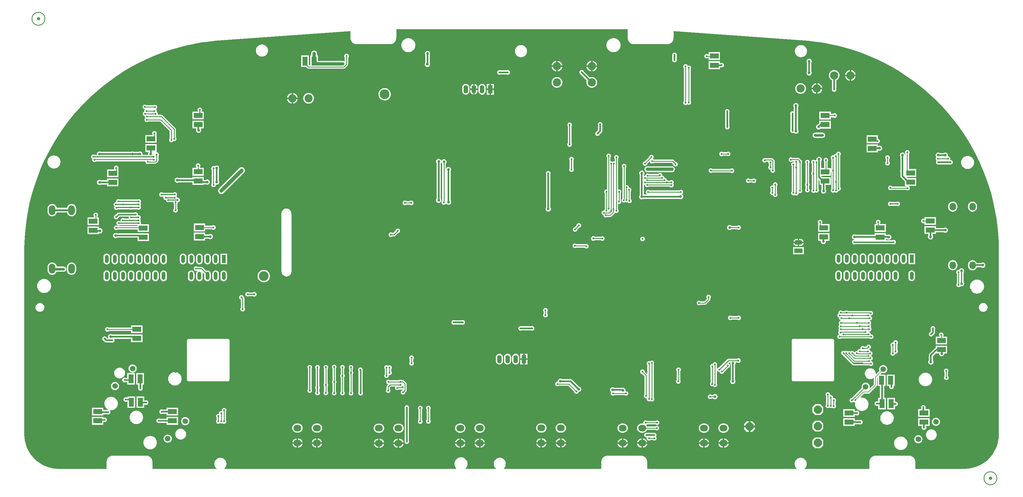
<source format=gtl>
%FSLAX42Y42*%
%MOMM*%
G71*
G01*
G75*
G04 Layer_Physical_Order=1*
G04 Layer_Color=255*
%ADD10C,0.25*%
%ADD11R,1.60X2.70*%
%ADD12R,2.70X1.60*%
%ADD13C,1.00*%
%ADD14C,0.25*%
%ADD15C,0.50*%
%ADD16C,0.30*%
%ADD17C,0.35*%
%ADD18C,1.00*%
%ADD19C,1.20*%
%ADD20C,0.20*%
%ADD21C,0.40*%
%ADD22C,0.80*%
%ADD23C,0.60*%
%ADD24O,2.40X2.00*%
%ADD25O,1.40X2.50*%
%ADD26R,1.40X2.50*%
%ADD27C,1.70*%
%ADD28R,2.50X1.40*%
%ADD29O,2.50X1.40*%
%ADD30O,2.00X2.30*%
%ADD31O,2.00X3.00*%
%ADD32P,2.71X8X292.5*%
%ADD33C,2.50*%
%ADD34O,1.20X2.50*%
%ADD35R,1.20X2.50*%
%ADD36C,3.00*%
%ADD37C,0.60*%
%ADD38C,0.80*%
G36*
X18599Y13290D02*
X18599D01*
X18603Y13252D01*
X18614Y13215D01*
X18632Y13181D01*
X18656Y13151D01*
X18686Y13127D01*
X18720Y13109D01*
X18748Y13100D01*
X18752Y13098D01*
X18770Y13094D01*
X18794D01*
X18795Y13094D01*
Y13094D01*
X19815D01*
Y13094D01*
X19853Y13098D01*
X19890Y13109D01*
X19924Y13127D01*
X19954Y13151D01*
X19978Y13181D01*
X19996Y13215D01*
X20007Y13252D01*
X20011Y13290D01*
X20011D01*
X20011Y13290D01*
Y13483D01*
X20020Y13492D01*
X24038Y13211D01*
X24038Y13211D01*
Y13211D01*
X24038Y13211D01*
X24038Y13211D01*
X24163Y13200D01*
X24205Y13194D01*
D01*
X24205D01*
X24205Y13194D01*
X24205Y13194D01*
X24403Y13169D01*
X24403Y13169D01*
Y13169D01*
X24403Y13169D01*
X24570Y13146D01*
X24819Y13101D01*
X25067Y13047D01*
X25312Y12983D01*
X25555Y12909D01*
X25794Y12826D01*
X26030Y12734D01*
X26262Y12632D01*
X26491Y12521D01*
X26714Y12402D01*
X26933Y12274D01*
X27146Y12137D01*
X27354Y11992D01*
X27556Y11839D01*
X27752Y11678D01*
X27942Y11510D01*
X28124Y11334D01*
X28300Y11152D01*
X28468Y10962D01*
X28629Y10766D01*
X28782Y10564D01*
X28927Y10356D01*
X29064Y10143D01*
X29192Y9924D01*
X29311Y9701D01*
X29422Y9472D01*
X29524Y9240D01*
X29616Y9004D01*
X29699Y8765D01*
X29773Y8522D01*
X29837Y8277D01*
X29891Y8029D01*
X29936Y7780D01*
X29970Y7529D01*
X29995Y7276D01*
X30010Y7023D01*
X30014Y6814D01*
Y1086D01*
X30011Y1008D01*
X29999Y917D01*
X29979Y827D01*
X29951Y739D01*
X29916Y654D01*
X29873Y573D01*
X29824Y495D01*
X29768Y422D01*
X29706Y354D01*
X29638Y292D01*
X29565Y236D01*
X29487Y187D01*
X29406Y144D01*
X29321Y109D01*
X29233Y81D01*
X29143Y61D01*
X29052Y49D01*
X28974Y46D01*
X27446D01*
Y255D01*
X27446D01*
X27442Y293D01*
X27431Y330D01*
X27413Y364D01*
X27389Y394D01*
X27359Y418D01*
X27325Y436D01*
X27323Y437D01*
X27322Y437D01*
X27308Y447D01*
X27290Y451D01*
X27251D01*
X27250Y451D01*
Y451D01*
X27250Y451D01*
X26230D01*
X26230Y451D01*
Y451D01*
X26192Y447D01*
X26155Y436D01*
X26121Y418D01*
X26091Y394D01*
X26067Y364D01*
X26049Y330D01*
X26038Y293D01*
X26034Y255D01*
X26034D01*
Y46D01*
X24043D01*
X24038Y58D01*
X24051Y69D01*
X24075Y97D01*
X24092Y129D01*
X24102Y164D01*
X24106Y200D01*
X24102Y236D01*
X24092Y271D01*
X24075Y303D01*
X24051Y331D01*
X24023Y355D01*
X23991Y372D01*
X23956Y382D01*
X23920Y386D01*
X23884Y382D01*
X23849Y372D01*
X23817Y355D01*
X23789Y331D01*
X23765Y303D01*
X23748Y271D01*
X23738Y236D01*
X23734Y200D01*
X23738Y164D01*
X23748Y129D01*
X23765Y97D01*
X23789Y69D01*
X23802Y58D01*
X23797Y46D01*
X19201D01*
Y255D01*
X19201Y255D01*
X19201D01*
X19197Y293D01*
X19186Y330D01*
X19168Y364D01*
X19144Y394D01*
X19114Y418D01*
X19080Y436D01*
X19043Y447D01*
X19005Y451D01*
Y451D01*
X19005Y451D01*
X17985D01*
X17985Y451D01*
Y451D01*
X17947Y447D01*
X17910Y436D01*
X17876Y418D01*
X17846Y394D01*
X17822Y364D01*
X17804Y330D01*
X17793Y293D01*
X17789Y255D01*
X17789D01*
X17789Y255D01*
Y46D01*
X14793D01*
X14788Y58D01*
X14801Y69D01*
X14825Y97D01*
X14842Y129D01*
X14852Y164D01*
X14856Y200D01*
X14852Y236D01*
X14842Y271D01*
X14825Y303D01*
X14801Y331D01*
X14773Y355D01*
X14741Y372D01*
X14706Y382D01*
X14670Y386D01*
X14634Y382D01*
X14599Y372D01*
X14567Y355D01*
X14539Y331D01*
X14515Y303D01*
X14498Y271D01*
X14488Y236D01*
X14484Y200D01*
X14488Y164D01*
X14498Y129D01*
X14515Y97D01*
X14539Y69D01*
X14552Y58D01*
X14547Y46D01*
X13621D01*
X13617Y58D01*
X13617Y58D01*
X13642Y88D01*
X13661Y123D01*
X13672Y161D01*
X13676Y200D01*
X13672Y239D01*
X13661Y277D01*
X13642Y312D01*
X13617Y342D01*
X13587Y367D01*
X13552Y386D01*
X13514Y397D01*
X13475Y401D01*
X13436Y397D01*
X13398Y386D01*
X13363Y367D01*
X13333Y342D01*
X13308Y312D01*
X13289Y277D01*
X13278Y239D01*
X13274Y200D01*
X13278Y161D01*
X13289Y123D01*
X13308Y88D01*
X13333Y58D01*
X13333Y58D01*
X13329Y46D01*
X6198D01*
X6193Y58D01*
X6206Y69D01*
X6230Y97D01*
X6247Y129D01*
X6257Y164D01*
X6261Y200D01*
X6257Y236D01*
X6247Y271D01*
X6230Y303D01*
X6206Y331D01*
X6178Y355D01*
X6146Y372D01*
X6111Y382D01*
X6075Y386D01*
X6039Y382D01*
X6004Y372D01*
X5972Y355D01*
X5944Y331D01*
X5920Y303D01*
X5903Y271D01*
X5893Y236D01*
X5889Y200D01*
X5893Y164D01*
X5903Y129D01*
X5920Y97D01*
X5944Y69D01*
X5957Y58D01*
X5952Y46D01*
X3986D01*
Y255D01*
X3986Y255D01*
X3986D01*
X3982Y293D01*
X3971Y330D01*
X3953Y364D01*
X3929Y394D01*
X3899Y418D01*
X3865Y436D01*
X3863Y437D01*
X3862Y437D01*
X3848Y447D01*
X3830Y451D01*
X3791D01*
X3790Y451D01*
Y451D01*
X3790Y451D01*
X2770D01*
X2770Y451D01*
Y451D01*
X2732Y447D01*
X2695Y436D01*
X2661Y418D01*
X2631Y394D01*
X2607Y364D01*
X2589Y330D01*
X2578Y293D01*
X2574Y255D01*
X2574D01*
X2574Y255D01*
Y46D01*
X1086D01*
X1008Y49D01*
X917Y61D01*
X827Y81D01*
X739Y109D01*
X654Y144D01*
X573Y187D01*
X495Y236D01*
X422Y292D01*
X354Y354D01*
X292Y422D01*
X236Y495D01*
X187Y573D01*
X144Y654D01*
X109Y739D01*
X81Y827D01*
X61Y917D01*
X49Y1008D01*
X46Y1086D01*
Y6770D01*
X46Y6770D01*
X46Y6770D01*
Y6770D01*
Y6814D01*
X50Y7023D01*
X65Y7276D01*
X90Y7529D01*
X124Y7780D01*
X169Y8029D01*
X223Y8277D01*
X287Y8522D01*
X361Y8765D01*
X444Y9004D01*
X536Y9240D01*
X638Y9472D01*
X749Y9701D01*
X868Y9924D01*
X996Y10143D01*
X1133Y10356D01*
X1278Y10564D01*
X1431Y10766D01*
X1592Y10962D01*
X1760Y11152D01*
X1936Y11334D01*
X2118Y11510D01*
X2308Y11678D01*
X2504Y11839D01*
X2706Y11992D01*
X2914Y12137D01*
X3127Y12274D01*
X3346Y12402D01*
X3570Y12521D01*
X3798Y12632D01*
X4030Y12734D01*
X4266Y12826D01*
X4505Y12909D01*
X4748Y12983D01*
X4993Y13047D01*
X5241Y13101D01*
X5490Y13146D01*
X5657Y13169D01*
X5657Y13169D01*
Y13169D01*
X5657Y13169D01*
X5855Y13194D01*
X5855Y13194D01*
X5897Y13200D01*
X6022Y13211D01*
X6022Y13211D01*
X6022Y13211D01*
X10065Y13494D01*
X10074Y13485D01*
Y13290D01*
X10074Y13290D01*
X10074D01*
X10078Y13252D01*
X10089Y13215D01*
X10107Y13181D01*
X10131Y13151D01*
X10161Y13127D01*
X10195Y13109D01*
X10223Y13100D01*
X10227Y13098D01*
X10245Y13094D01*
X10269D01*
X10270Y13094D01*
Y13094D01*
X11290D01*
Y13094D01*
X11328Y13098D01*
X11365Y13109D01*
X11399Y13127D01*
X11429Y13151D01*
X11453Y13181D01*
X11471Y13215D01*
X11482Y13252D01*
X11486Y13290D01*
X11486D01*
X11486Y13290D01*
Y13554D01*
X18599D01*
Y13290D01*
D02*
G37*
%LPC*%
G36*
X26810Y2941D02*
X26570D01*
Y2591D01*
X26630D01*
X26642Y2585D01*
X26646Y2581D01*
X26644Y2565D01*
X26646Y2547D01*
X26653Y2530D01*
X26665Y2515D01*
X26679Y2504D01*
X26696Y2497D01*
X26714Y2495D01*
X26733Y2497D01*
X26750Y2504D01*
X26764Y2515D01*
X26776Y2530D01*
X26783Y2547D01*
X26785Y2565D01*
X26783Y2584D01*
X26780Y2590D01*
Y2591D01*
X26810D01*
Y2941D01*
D02*
G37*
G36*
X2834Y2716D02*
X2801Y2712D01*
X2771Y2699D01*
X2745Y2679D01*
X2725Y2653D01*
X2712Y2622D01*
X2708Y2590D01*
X2712Y2557D01*
X2725Y2527D01*
X2745Y2501D01*
X2771Y2481D01*
X2801Y2468D01*
X2834Y2464D01*
X2866Y2468D01*
X2897Y2481D01*
X2923Y2501D01*
X2943Y2527D01*
X2956Y2557D01*
X2960Y2590D01*
X2956Y2622D01*
X2943Y2653D01*
X2923Y2679D01*
X2897Y2699D01*
X2866Y2712D01*
X2834Y2716D01*
D02*
G37*
G36*
X27761Y2998D02*
X27720Y2994D01*
X27681Y2982D01*
X27646Y2963D01*
X27614Y2937D01*
X27588Y2906D01*
X27569Y2870D01*
X27557Y2831D01*
X27553Y2791D01*
X27557Y2750D01*
X27569Y2711D01*
X27588Y2675D01*
X27614Y2644D01*
X27646Y2618D01*
X27681Y2599D01*
X27720Y2587D01*
X27761Y2583D01*
X27801Y2587D01*
X27840Y2599D01*
X27876Y2618D01*
X27907Y2644D01*
X27933Y2675D01*
X27952Y2711D01*
X27964Y2750D01*
X27968Y2791D01*
X27964Y2831D01*
X27952Y2870D01*
X27933Y2906D01*
X27907Y2937D01*
X27876Y2963D01*
X27840Y2982D01*
X27801Y2994D01*
X27761Y2998D01*
D02*
G37*
G36*
X20164Y3162D02*
X20146Y3159D01*
X20129Y3152D01*
X20114Y3141D01*
X20103Y3126D01*
X20096Y3109D01*
X20093Y3091D01*
X20096Y3073D01*
X20103Y3056D01*
X20110Y3046D01*
Y2782D01*
X20109Y2780D01*
X20098Y2766D01*
X20091Y2749D01*
X20088Y2731D01*
X20091Y2712D01*
X20098Y2695D01*
X20109Y2681D01*
X20123Y2669D01*
X20140Y2662D01*
X20159Y2660D01*
X20177Y2662D01*
X20194Y2669D01*
X20209Y2681D01*
X20220Y2695D01*
X20227Y2712D01*
X20229Y2731D01*
X20227Y2749D01*
X20220Y2766D01*
X20217Y2769D01*
Y3046D01*
X20225Y3056D01*
X20232Y3073D01*
X20234Y3091D01*
X20232Y3109D01*
X20225Y3126D01*
X20214Y3141D01*
X20199Y3152D01*
X20182Y3159D01*
X20164Y3162D01*
D02*
G37*
G36*
X4675Y3018D02*
X4634Y3014D01*
X4595Y3003D01*
X4560Y2983D01*
X4528Y2958D01*
X4502Y2926D01*
X4483Y2890D01*
X4471Y2851D01*
X4467Y2811D01*
X4471Y2771D01*
X4483Y2732D01*
X4502Y2696D01*
X4528Y2664D01*
X4560Y2639D01*
X4595Y2619D01*
X4634Y2608D01*
X4675Y2604D01*
X4715Y2608D01*
X4754Y2619D01*
X4790Y2639D01*
X4821Y2664D01*
X4847Y2696D01*
X4866Y2732D01*
X4878Y2771D01*
X4882Y2811D01*
X4878Y2851D01*
X4866Y2890D01*
X4847Y2926D01*
X4821Y2958D01*
X4790Y2983D01*
X4754Y3003D01*
X4715Y3014D01*
X4675Y3018D01*
D02*
G37*
G36*
X21287Y2344D02*
X21266Y2341D01*
X21246Y2333D01*
X21229Y2320D01*
X21227Y2317D01*
X21182D01*
X21172Y2324D01*
X21155Y2331D01*
X21137Y2334D01*
X21118Y2331D01*
X21101Y2324D01*
X21087Y2313D01*
X21075Y2298D01*
X21068Y2281D01*
X21066Y2263D01*
X21068Y2245D01*
X21075Y2228D01*
X21087Y2213D01*
X21101Y2202D01*
X21118Y2195D01*
X21137Y2193D01*
X21155Y2195D01*
X21172Y2202D01*
X21182Y2210D01*
X21227D01*
X21229Y2206D01*
X21246Y2193D01*
X21266Y2185D01*
X21287Y2182D01*
X21307Y2185D01*
X21327Y2193D01*
X21344Y2206D01*
X21356Y2223D01*
X21364Y2242D01*
X21367Y2263D01*
X21364Y2284D01*
X21356Y2303D01*
X21344Y2320D01*
X21327Y2333D01*
X21307Y2341D01*
X21287Y2344D01*
D02*
G37*
G36*
X9319Y3237D02*
X9301Y3235D01*
X9284Y3228D01*
X9269Y3216D01*
X9258Y3202D01*
X9251Y3185D01*
X9248Y3166D01*
X9251Y3148D01*
X9258Y3131D01*
X9265Y3121D01*
Y2673D01*
X9257Y2662D01*
X9250Y2645D01*
X9247Y2627D01*
X9250Y2609D01*
X9257Y2592D01*
X9264Y2582D01*
Y2422D01*
X9257Y2413D01*
X9250Y2396D01*
X9248Y2377D01*
X9250Y2359D01*
X9257Y2342D01*
X9269Y2328D01*
X9283Y2316D01*
X9300Y2309D01*
X9318Y2307D01*
X9337Y2309D01*
X9354Y2316D01*
X9368Y2328D01*
X9380Y2342D01*
X9387Y2359D01*
X9389Y2377D01*
X9387Y2396D01*
X9380Y2413D01*
X9372Y2423D01*
Y2582D01*
X9379Y2592D01*
X9386Y2609D01*
X9389Y2627D01*
X9386Y2645D01*
X9379Y2662D01*
X9373Y2671D01*
Y3121D01*
X9380Y3131D01*
X9387Y3148D01*
X9390Y3166D01*
X9387Y3185D01*
X9380Y3202D01*
X9369Y3216D01*
X9354Y3228D01*
X9337Y3235D01*
X9319Y3237D01*
D02*
G37*
G36*
X8823Y3238D02*
X8804Y3236D01*
X8787Y3229D01*
X8773Y3217D01*
X8762Y3203D01*
X8755Y3186D01*
X8752Y3167D01*
X8755Y3149D01*
X8762Y3132D01*
X8767Y3125D01*
Y2490D01*
X8762Y2483D01*
X8755Y2466D01*
X8752Y2448D01*
X8755Y2430D01*
X8762Y2412D01*
X8773Y2398D01*
X8787Y2387D01*
X8804Y2380D01*
X8823Y2377D01*
X8841Y2380D01*
X8858Y2387D01*
X8873Y2398D01*
X8884Y2412D01*
X8891Y2430D01*
X8893Y2448D01*
X8891Y2466D01*
X8884Y2483D01*
X8879Y2490D01*
Y3125D01*
X8884Y3132D01*
X8891Y3149D01*
X8893Y3167D01*
X8891Y3186D01*
X8884Y3203D01*
X8873Y3217D01*
X8858Y3229D01*
X8841Y3236D01*
X8823Y3238D01*
D02*
G37*
G36*
X3729Y2987D02*
X3489D01*
Y2637D01*
X3550D01*
Y2542D01*
X3548Y2535D01*
X3545Y2517D01*
X3548Y2499D01*
X3555Y2482D01*
X3566Y2467D01*
X3580Y2456D01*
X3597Y2449D01*
X3616Y2447D01*
X3634Y2449D01*
X3651Y2456D01*
X3666Y2467D01*
X3677Y2482D01*
X3684Y2499D01*
X3686Y2517D01*
X3684Y2535D01*
X3681Y2542D01*
Y2637D01*
X3729D01*
Y2987D01*
D02*
G37*
G36*
X16529Y2819D02*
X16508Y2816D01*
X16489Y2808D01*
X16472Y2795D01*
X16459Y2778D01*
X16451Y2759D01*
X16448Y2738D01*
X16449Y2731D01*
X16443Y2725D01*
X16424Y2722D01*
X16407Y2715D01*
X16393Y2704D01*
X16382Y2690D01*
X16375Y2673D01*
X16372Y2654D01*
X16375Y2636D01*
X16382Y2619D01*
X16393Y2604D01*
X16407Y2593D01*
X16424Y2586D01*
X16443Y2584D01*
X16461Y2586D01*
X16478Y2593D01*
X16488Y2601D01*
X16769D01*
X16952Y2417D01*
X16954Y2405D01*
X16961Y2388D01*
X16972Y2373D01*
X16987Y2362D01*
X17004Y2355D01*
X17022Y2353D01*
X17040Y2355D01*
X17057Y2362D01*
X17072Y2373D01*
X17083Y2388D01*
X17090Y2405D01*
X17091Y2409D01*
X17093Y2409D01*
X17114Y2411D01*
X17133Y2419D01*
X17150Y2432D01*
X17163Y2449D01*
X17171Y2468D01*
X17174Y2489D01*
X17171Y2510D01*
X17163Y2530D01*
X17150Y2546D01*
X17133Y2559D01*
X17114Y2567D01*
X17107Y2568D01*
X16890Y2784D01*
X16877Y2795D01*
X16868Y2799D01*
X16861Y2801D01*
X16844Y2804D01*
X16575D01*
X16569Y2808D01*
X16550Y2816D01*
X16529Y2819D01*
D02*
G37*
G36*
X26460Y3233D02*
X26428Y3228D01*
X26397Y3216D01*
X26371Y3196D01*
X26351Y3170D01*
X26339Y3139D01*
X26334Y3106D01*
X26339Y3074D01*
X26344Y3062D01*
X26239Y2957D01*
X26228Y2963D01*
X26228Y2969D01*
X26225Y3001D01*
X26216Y3033D01*
X26200Y3062D01*
X26179Y3087D01*
X26154Y3108D01*
X26125Y3123D01*
X26094Y3133D01*
X26061Y3136D01*
X26029Y3133D01*
X25997Y3123D01*
X25968Y3108D01*
X25943Y3087D01*
X25922Y3062D01*
X25907Y3033D01*
X25897Y3001D01*
X25894Y2969D01*
X25897Y2936D01*
X25907Y2905D01*
X25922Y2876D01*
X25943Y2851D01*
X25968Y2830D01*
X25997Y2814D01*
X26029Y2805D01*
X26061Y2802D01*
X26094Y2805D01*
X26125Y2814D01*
X26154Y2830D01*
X26156Y2831D01*
X26167Y2826D01*
Y2639D01*
X26048Y2520D01*
X26037Y2527D01*
X26042Y2537D01*
X26046Y2569D01*
X26042Y2602D01*
X26029Y2632D01*
X26009Y2659D01*
X25983Y2679D01*
X25952Y2691D01*
X25920Y2696D01*
X25887Y2691D01*
X25857Y2679D01*
X25831Y2659D01*
X25811Y2632D01*
X25798Y2602D01*
X25794Y2569D01*
X25798Y2537D01*
X25800Y2532D01*
X25489Y2221D01*
X25477Y2220D01*
X25460Y2213D01*
X25445Y2201D01*
X25434Y2187D01*
X25427Y2170D01*
X25425Y2151D01*
X25427Y2133D01*
X25434Y2116D01*
X25445Y2101D01*
X25460Y2090D01*
X25477Y2083D01*
X25495Y2081D01*
X25514Y2083D01*
X25531Y2090D01*
X25545Y2101D01*
D01*
X25545Y2101D01*
X25545Y2101D01*
X25545Y2101D01*
Y2101D01*
X25552Y2107D01*
D01*
X25567Y2095D01*
X25584Y2088D01*
X25591Y2087D01*
X25598Y2077D01*
X25597Y2071D01*
X25593Y2031D01*
X25597Y1990D01*
X25608Y1951D01*
X25628Y1915D01*
X25653Y1884D01*
X25685Y1858D01*
X25721Y1839D01*
X25760Y1827D01*
X25800Y1823D01*
X25840Y1827D01*
X25879Y1839D01*
X25915Y1858D01*
X25947Y1884D01*
X25972Y1915D01*
X25992Y1951D01*
X26003Y1990D01*
X26007Y2031D01*
X26003Y2071D01*
X25992Y2110D01*
X25972Y2146D01*
X25947Y2177D01*
X25915Y2203D01*
X25879Y2222D01*
X25840Y2234D01*
X25800Y2238D01*
X25769Y2235D01*
X25764Y2246D01*
X25869Y2352D01*
X26003D01*
X26023Y2356D01*
X26039Y2367D01*
X26254Y2582D01*
X26265Y2598D01*
X26269Y2618D01*
X26269Y2618D01*
X26269Y2618D01*
Y2618D01*
Y2843D01*
X26278Y2852D01*
X26290Y2847D01*
Y2591D01*
X26357D01*
Y2435D01*
X26355Y2429D01*
X26352Y2410D01*
X26355Y2392D01*
X26357Y2386D01*
Y2225D01*
X26303D01*
Y2113D01*
X26290D01*
X26283Y2115D01*
X26265Y2118D01*
X26247Y2115D01*
X26230Y2108D01*
X26215Y2097D01*
X26204Y2083D01*
X26197Y2066D01*
X26194Y2047D01*
X26197Y2029D01*
X26204Y2012D01*
X26215Y1997D01*
X26230Y1986D01*
X26247Y1979D01*
X26265Y1977D01*
X26283Y1979D01*
X26290Y1982D01*
X26303D01*
Y1875D01*
X26543D01*
Y2225D01*
X26488D01*
Y2386D01*
X26491Y2392D01*
X26493Y2410D01*
X26491Y2429D01*
X26488Y2435D01*
Y2591D01*
X26530D01*
Y2941D01*
X26383D01*
X26378Y2952D01*
X26416Y2990D01*
X26428Y2985D01*
X26460Y2980D01*
X26493Y2985D01*
X26523Y2997D01*
X26550Y3017D01*
X26570Y3043D01*
X26582Y3074D01*
X26587Y3106D01*
X26582Y3139D01*
X26570Y3170D01*
X26550Y3196D01*
X26523Y3216D01*
X26493Y3228D01*
X26460Y3233D01*
D02*
G37*
G36*
X11182Y3233D02*
X11164Y3230D01*
X11147Y3223D01*
X11132Y3212D01*
X11121Y3198D01*
X11114Y3181D01*
X11112Y3162D01*
X11114Y3144D01*
X11121Y3127D01*
X11129Y3117D01*
Y2951D01*
X11121Y2941D01*
X11114Y2924D01*
X11112Y2906D01*
X11114Y2887D01*
X11121Y2870D01*
X11132Y2856D01*
X11147Y2845D01*
X11164Y2838D01*
X11182Y2835D01*
X11201Y2838D01*
X11218Y2845D01*
X11232Y2856D01*
X11244Y2870D01*
X11251Y2887D01*
X11253Y2906D01*
X11252Y2912D01*
X11257Y2923D01*
X11260Y2927D01*
X11277Y2925D01*
X11295Y2927D01*
X11312Y2934D01*
X11327Y2945D01*
X11338Y2960D01*
X11345Y2977D01*
X11347Y2995D01*
X11345Y3014D01*
X11338Y3031D01*
X11330Y3041D01*
Y3109D01*
X11338Y3119D01*
X11345Y3136D01*
X11347Y3154D01*
X11345Y3173D01*
X11338Y3190D01*
X11327Y3204D01*
X11312Y3215D01*
X11295Y3223D01*
X11277Y3225D01*
X11258Y3223D01*
X11241Y3215D01*
X11234Y3210D01*
X11232Y3212D01*
X11218Y3223D01*
X11201Y3230D01*
X11182Y3233D01*
D02*
G37*
G36*
X3374Y3253D02*
X3342Y3249D01*
X3311Y3236D01*
X3285Y3216D01*
X3265Y3190D01*
X3253Y3159D01*
X3248Y3127D01*
X3253Y3094D01*
X3265Y3064D01*
X3285Y3038D01*
X3311Y3018D01*
X3342Y3005D01*
X3374Y3001D01*
X3407Y3005D01*
X3437Y3018D01*
X3464Y3038D01*
X3484Y3064D01*
X3496Y3094D01*
X3500Y3127D01*
X3496Y3159D01*
X3484Y3190D01*
X3464Y3216D01*
X3437Y3236D01*
X3407Y3249D01*
X3374Y3253D01*
D02*
G37*
G36*
X11952Y3530D02*
X11934Y3528D01*
X11917Y3521D01*
X11902Y3509D01*
X11891Y3495D01*
X11884Y3478D01*
X11881Y3459D01*
X11884Y3441D01*
X11891Y3424D01*
X11898Y3414D01*
Y3329D01*
X11891Y3320D01*
X11884Y3302D01*
X11881Y3284D01*
X11884Y3266D01*
X11891Y3249D01*
X11902Y3234D01*
X11917Y3223D01*
X11934Y3216D01*
X11952Y3214D01*
X11970Y3216D01*
X11987Y3223D01*
X12002Y3234D01*
X12013Y3249D01*
X12020Y3266D01*
X12023Y3284D01*
X12020Y3302D01*
X12013Y3320D01*
X12006Y3329D01*
Y3414D01*
X12013Y3424D01*
X12020Y3441D01*
X12023Y3459D01*
X12020Y3478D01*
X12013Y3495D01*
X12002Y3509D01*
X11987Y3521D01*
X11970Y3528D01*
X11952Y3530D01*
D02*
G37*
G36*
X22008Y3444D02*
X21990Y3441D01*
X21973Y3434D01*
X21961Y3425D01*
X21699D01*
X21679Y3421D01*
X21661Y3410D01*
X21415Y3164D01*
X21403Y3162D01*
X21386Y3155D01*
X21371Y3144D01*
X21360Y3129D01*
X21353Y3112D01*
X21353Y3110D01*
X21340Y3111D01*
Y3213D01*
X21343Y3216D01*
X21350Y3233D01*
X21352Y3251D01*
X21350Y3269D01*
X21343Y3287D01*
X21331Y3301D01*
X21317Y3312D01*
X21300Y3319D01*
X21281Y3322D01*
X21263Y3319D01*
X21246Y3312D01*
X21231Y3301D01*
X21220Y3287D01*
X21213Y3269D01*
X21213Y3265D01*
X21205Y3266D01*
X21187Y3264D01*
X21170Y3256D01*
X21155Y3245D01*
X21144Y3231D01*
X21137Y3214D01*
X21135Y3195D01*
X21137Y3177D01*
X21144Y3160D01*
X21152Y3150D01*
Y2698D01*
X21143Y2687D01*
X21136Y2670D01*
X21134Y2652D01*
X21136Y2633D01*
X21143Y2616D01*
X21154Y2602D01*
X21169Y2591D01*
X21186Y2584D01*
X21204Y2581D01*
X21222Y2584D01*
X21229Y2586D01*
X21237Y2576D01*
X21251Y2565D01*
X21268Y2558D01*
X21287Y2556D01*
X21305Y2558D01*
X21322Y2565D01*
X21336Y2576D01*
X21348Y2591D01*
X21355Y2608D01*
X21357Y2626D01*
X21355Y2645D01*
X21348Y2662D01*
X21340Y2672D01*
Y3076D01*
X21353Y3077D01*
X21353Y3075D01*
X21360Y3058D01*
X21371Y3044D01*
X21386Y3033D01*
X21403Y3026D01*
X21421Y3023D01*
X21428Y3024D01*
X21429Y3012D01*
X21436Y2995D01*
X21447Y2980D01*
X21462Y2969D01*
X21479Y2962D01*
X21497Y2960D01*
X21516Y2962D01*
X21533Y2969D01*
X21547Y2980D01*
X21558Y2995D01*
X21566Y3012D01*
X21567Y3024D01*
X21689Y3146D01*
X21698Y3147D01*
X21716Y3154D01*
X21730Y3166D01*
X21741Y3180D01*
X21748Y3197D01*
X21751Y3216D01*
X21748Y3234D01*
X21741Y3251D01*
X21730Y3266D01*
X21716Y3277D01*
X21698Y3284D01*
X21696Y3292D01*
X21721Y3318D01*
X21751D01*
X21759Y3309D01*
X21757Y3294D01*
X21760Y3273D01*
X21768Y3254D01*
X21772Y3248D01*
Y2780D01*
X21765Y2771D01*
X21757Y2751D01*
X21754Y2731D01*
X21757Y2710D01*
X21765Y2690D01*
X21778Y2673D01*
X21795Y2661D01*
X21814Y2653D01*
X21835Y2650D01*
X21856Y2653D01*
X21875Y2661D01*
X21892Y2673D01*
X21905Y2690D01*
X21913Y2710D01*
X21916Y2731D01*
X21913Y2751D01*
X21905Y2771D01*
X21903Y2773D01*
Y3248D01*
X21908Y3254D01*
X21916Y3273D01*
X21918Y3294D01*
X21916Y3315D01*
X21918Y3318D01*
X21964D01*
X21973Y3312D01*
X21990Y3305D01*
X22008Y3303D01*
X22026Y3305D01*
X22043Y3312D01*
X22058Y3323D01*
X22069Y3338D01*
X22076Y3355D01*
X22078Y3373D01*
X22076Y3391D01*
X22069Y3408D01*
X22058Y3423D01*
X22043Y3434D01*
X22026Y3441D01*
X22008Y3444D01*
D02*
G37*
G36*
X11614Y2786D02*
X11596Y2783D01*
X11579Y2776D01*
X11569Y2769D01*
X11291D01*
X11281Y2776D01*
X11264Y2783D01*
X11246Y2786D01*
X11228Y2783D01*
X11211Y2776D01*
X11196Y2765D01*
X11185Y2751D01*
X11178Y2734D01*
X11175Y2715D01*
X11178Y2697D01*
X11185Y2680D01*
X11196Y2665D01*
X11211Y2654D01*
X11227Y2647D01*
X11229Y2635D01*
X11198Y2603D01*
X11186Y2586D01*
X11182Y2565D01*
Y2493D01*
X11175Y2483D01*
X11168Y2466D01*
X11165Y2448D01*
X11168Y2430D01*
X11175Y2412D01*
X11186Y2398D01*
X11200Y2387D01*
X11217Y2380D01*
X11236Y2377D01*
X11254Y2380D01*
X11271Y2387D01*
X11286Y2398D01*
X11297Y2412D01*
X11304Y2430D01*
X11306Y2448D01*
X11304Y2466D01*
X11297Y2483D01*
X11289Y2493D01*
Y2543D01*
X11319Y2573D01*
X11444D01*
X11451Y2562D01*
X11447Y2553D01*
X11445Y2535D01*
X11447Y2517D01*
X11454Y2500D01*
X11465Y2485D01*
X11480Y2474D01*
X11497Y2467D01*
X11515Y2464D01*
X11533Y2467D01*
X11550Y2474D01*
X11564Y2484D01*
X11668D01*
X11668Y2484D01*
X11682Y2482D01*
Y2469D01*
X11675Y2468D01*
X11658Y2461D01*
X11643Y2450D01*
X11632Y2436D01*
X11625Y2419D01*
X11622Y2400D01*
X11625Y2382D01*
X11632Y2365D01*
X11643Y2350D01*
X11658Y2339D01*
X11675Y2332D01*
X11693Y2330D01*
X11711Y2332D01*
X11728Y2339D01*
X11743Y2350D01*
X11754Y2365D01*
X11761Y2382D01*
X11763Y2394D01*
X11789Y2421D01*
X11801Y2438D01*
X11805Y2459D01*
Y2652D01*
X11801Y2672D01*
X11789Y2690D01*
X11726Y2753D01*
X11708Y2765D01*
X11688Y2769D01*
X11659D01*
X11649Y2776D01*
X11632Y2783D01*
X11614Y2786D01*
D02*
G37*
G36*
X24897Y4040D02*
X23697D01*
X23677Y4036D01*
X23659Y4024D01*
X23648Y4007D01*
X23644Y3986D01*
Y2787D01*
X23644Y2787D01*
X23644D01*
X23648Y2766D01*
X23659Y2749D01*
X23660Y2748D01*
X23660D01*
X23660Y2748D01*
X23660D01*
X23660Y2748D01*
Y2748D01*
X23660Y2748D01*
Y2748D01*
X23677Y2737D01*
X23698Y2733D01*
X24897D01*
X24918Y2737D01*
X24935Y2748D01*
X24947Y2766D01*
X24951Y2786D01*
X24951Y2786D01*
X24951Y2786D01*
Y2786D01*
Y3986D01*
X24947Y4007D01*
X24935Y4024D01*
X24918Y4036D01*
X24897Y4040D01*
D02*
G37*
G36*
X28396Y3126D02*
X28378Y3124D01*
X28361Y3117D01*
X28346Y3106D01*
X28335Y3091D01*
X28328Y3074D01*
X28325Y3056D01*
X28328Y3037D01*
X28335Y3020D01*
X28342Y3010D01*
Y2883D01*
X28340Y2880D01*
X28333Y2863D01*
X28330Y2845D01*
X28333Y2827D01*
X28340Y2809D01*
X28351Y2795D01*
X28366Y2784D01*
X28383Y2777D01*
X28401Y2774D01*
X28419Y2777D01*
X28436Y2784D01*
X28451Y2795D01*
X28462Y2809D01*
X28469Y2827D01*
X28472Y2845D01*
X28469Y2863D01*
X28462Y2880D01*
X28451Y2895D01*
X28449Y2896D01*
Y3010D01*
X28457Y3020D01*
X28464Y3037D01*
X28467Y3056D01*
X28464Y3074D01*
X28457Y3091D01*
X28446Y3106D01*
X28431Y3117D01*
X28414Y3124D01*
X28396Y3126D01*
D02*
G37*
G36*
X3449Y2987D02*
X3209D01*
Y2835D01*
X3163D01*
X3146Y2842D01*
X3128Y2844D01*
X3110Y2842D01*
X3093Y2835D01*
X3078Y2824D01*
X3067Y2809D01*
X3060Y2792D01*
X3057Y2774D01*
X3060Y2755D01*
X3067Y2738D01*
X3078Y2724D01*
X3093Y2713D01*
X3110Y2705D01*
X3128Y2703D01*
X3146Y2705D01*
X3163Y2713D01*
X3209D01*
Y2637D01*
X3449D01*
Y2987D01*
D02*
G37*
G36*
X2975Y3156D02*
X2942Y3153D01*
X2911Y3144D01*
X2882Y3128D01*
X2857Y3107D01*
X2836Y3082D01*
X2821Y3053D01*
X2811Y3022D01*
X2808Y2989D01*
X2811Y2956D01*
X2821Y2925D01*
X2836Y2896D01*
X2857Y2871D01*
X2882Y2850D01*
X2911Y2835D01*
X2942Y2825D01*
X2975Y2822D01*
X3008Y2825D01*
X3039Y2835D01*
X3068Y2850D01*
X3093Y2871D01*
X3114Y2896D01*
X3130Y2925D01*
X3139Y2956D01*
X3142Y2989D01*
X3139Y3022D01*
X3130Y3053D01*
X3114Y3082D01*
X3093Y3107D01*
X3068Y3128D01*
X3039Y3144D01*
X3008Y3153D01*
X2975Y3156D01*
D02*
G37*
G36*
X24531Y2031D02*
X24366D01*
X24284Y1949D01*
Y1784D01*
X24366Y1701D01*
X24531D01*
X24614Y1784D01*
Y1949D01*
X24531Y2031D01*
D02*
G37*
G36*
X25582Y1880D02*
X25232D01*
Y1640D01*
X25582D01*
Y1692D01*
X25628D01*
X25634Y1689D01*
X25653Y1687D01*
X25671Y1689D01*
X25688Y1697D01*
X25703Y1708D01*
X25714Y1722D01*
X25721Y1739D01*
X25723Y1758D01*
X25721Y1776D01*
X25714Y1793D01*
X25703Y1808D01*
X25688Y1819D01*
X25671Y1826D01*
X25653Y1828D01*
X25634Y1826D01*
X25628Y1823D01*
X25582D01*
Y1880D01*
D02*
G37*
G36*
X6191Y1915D02*
X6173Y1912D01*
X6156Y1905D01*
X6141Y1894D01*
X6130Y1879D01*
X6123Y1862D01*
X6121Y1844D01*
X6122Y1832D01*
X6122Y1832D01*
X6113Y1823D01*
X6100Y1825D01*
X6082Y1822D01*
X6065Y1815D01*
X6050Y1804D01*
X6039Y1789D01*
X6032Y1772D01*
X6029Y1754D01*
X6031Y1742D01*
X6022Y1733D01*
X6011Y1735D01*
X5993Y1732D01*
X5976Y1725D01*
X5961Y1714D01*
X5950Y1699D01*
X5943Y1682D01*
X5940Y1664D01*
X5943Y1646D01*
X5950Y1629D01*
X5958Y1618D01*
Y1549D01*
X5950Y1539D01*
X5943Y1522D01*
X5941Y1503D01*
X5943Y1485D01*
X5950Y1468D01*
X5961Y1453D01*
X5976Y1442D01*
X5993Y1435D01*
X6011Y1433D01*
X6030Y1435D01*
X6047Y1442D01*
X6059Y1452D01*
X6066Y1446D01*
X6083Y1439D01*
X6101Y1437D01*
X6120Y1439D01*
X6137Y1446D01*
X6144Y1452D01*
X6156Y1443D01*
X6173Y1435D01*
X6191Y1433D01*
X6210Y1435D01*
X6227Y1443D01*
X6241Y1454D01*
X6252Y1468D01*
X6259Y1485D01*
X6262Y1504D01*
X6259Y1522D01*
X6252Y1539D01*
X6245Y1549D01*
Y1799D01*
X6252Y1809D01*
X6259Y1826D01*
X6262Y1844D01*
X6259Y1862D01*
X6252Y1879D01*
X6241Y1894D01*
X6227Y1905D01*
X6210Y1912D01*
X6191Y1915D01*
D02*
G37*
G36*
X4772Y1921D02*
X4422D01*
Y1866D01*
X4290D01*
X4289Y1867D01*
X4271Y1869D01*
X4253Y1867D01*
X4236Y1859D01*
X4221Y1848D01*
X4210Y1834D01*
X4203Y1817D01*
X4200Y1798D01*
X4203Y1780D01*
X4210Y1763D01*
X4221Y1748D01*
X4236Y1737D01*
X4253Y1730D01*
X4271Y1728D01*
X4289Y1730D01*
X4301Y1735D01*
X4422D01*
Y1681D01*
X4772D01*
Y1921D01*
D02*
G37*
G36*
X2714Y2258D02*
X2673Y2254D01*
X2635Y2242D01*
X2599Y2223D01*
X2567Y2197D01*
X2541Y2166D01*
X2522Y2130D01*
X2511Y2091D01*
X2507Y2051D01*
X2511Y2010D01*
X2522Y1972D01*
X2541Y1936D01*
X2567Y1904D01*
X2599Y1878D01*
X2614Y1870D01*
X2612Y1858D01*
X2602Y1856D01*
X2595Y1854D01*
X2475D01*
Y1921D01*
X2125D01*
Y1681D01*
X2475D01*
Y1723D01*
X2595D01*
X2602Y1720D01*
X2620Y1718D01*
X2638Y1720D01*
X2655Y1727D01*
X2670Y1738D01*
X2681Y1753D01*
X2688Y1770D01*
X2691Y1788D01*
X2688Y1806D01*
X2681Y1823D01*
X2672Y1836D01*
X2678Y1847D01*
X2714Y1844D01*
X2754Y1848D01*
X2793Y1859D01*
X2829Y1878D01*
X2861Y1904D01*
X2886Y1936D01*
X2905Y1972D01*
X2917Y2010D01*
X2921Y2051D01*
X2917Y2091D01*
X2905Y2130D01*
X2886Y2166D01*
X2861Y2197D01*
X2829Y2223D01*
X2793Y2242D01*
X2754Y2254D01*
X2714Y2258D01*
D02*
G37*
G36*
X2475Y1641D02*
X2125D01*
Y1401D01*
X2475D01*
Y1481D01*
X2486Y1488D01*
X2495Y1484D01*
X2513Y1481D01*
X2532Y1484D01*
X2549Y1491D01*
X2563Y1502D01*
X2575Y1517D01*
X2582Y1534D01*
X2584Y1552D01*
X2582Y1570D01*
X2575Y1587D01*
X2563Y1602D01*
X2549Y1613D01*
X2532Y1620D01*
X2513Y1623D01*
X2495Y1620D01*
X2486Y1616D01*
X2475Y1623D01*
Y1641D01*
D02*
G37*
G36*
X12473Y1986D02*
X12454Y1983D01*
X12437Y1976D01*
X12423Y1965D01*
X12412Y1950D01*
X12405Y1933D01*
X12402Y1915D01*
X12405Y1897D01*
X12412Y1880D01*
X12419Y1870D01*
Y1549D01*
X12412Y1539D01*
X12405Y1522D01*
X12402Y1504D01*
X12405Y1485D01*
X12412Y1468D01*
X12423Y1454D01*
X12437Y1443D01*
X12454Y1435D01*
X12473Y1433D01*
X12491Y1435D01*
X12508Y1443D01*
X12523Y1454D01*
X12534Y1468D01*
X12541Y1485D01*
X12543Y1504D01*
X12541Y1522D01*
X12534Y1539D01*
X12526Y1549D01*
Y1870D01*
X12534Y1880D01*
X12541Y1897D01*
X12543Y1915D01*
X12541Y1933D01*
X12534Y1950D01*
X12523Y1965D01*
X12508Y1976D01*
X12491Y1983D01*
X12473Y1986D01*
D02*
G37*
G36*
X19506Y1534D02*
X19488Y1531D01*
X19471Y1524D01*
X19461Y1517D01*
X19201D01*
X19191Y1524D01*
X19174Y1531D01*
X19155Y1534D01*
X19137Y1531D01*
X19120Y1524D01*
X19106Y1513D01*
X19094Y1498D01*
X19087Y1481D01*
X19085Y1463D01*
X19087Y1445D01*
X19080Y1435D01*
X19067Y1437D01*
X19027D01*
X18990Y1432D01*
X18956Y1418D01*
X18927Y1395D01*
X18904Y1366D01*
X18890Y1332D01*
X18886Y1295D01*
X18890Y1259D01*
X18904Y1225D01*
X18927Y1196D01*
X18956Y1173D01*
X18990Y1159D01*
X19027Y1154D01*
X19067D01*
X19103Y1159D01*
X19137Y1173D01*
X19167Y1196D01*
X19189Y1225D01*
X19196Y1242D01*
X19453D01*
X19463Y1234D01*
X19480Y1227D01*
X19498Y1225D01*
X19517Y1227D01*
X19534Y1234D01*
X19548Y1245D01*
X19559Y1260D01*
X19567Y1277D01*
X19569Y1295D01*
X19567Y1314D01*
X19559Y1331D01*
X19548Y1345D01*
X19534Y1357D01*
X19517Y1364D01*
X19498Y1366D01*
X19480Y1364D01*
X19463Y1357D01*
X19453Y1349D01*
X19196D01*
X19189Y1366D01*
X19171Y1389D01*
X19174Y1395D01*
X19191Y1402D01*
X19201Y1410D01*
X19461D01*
X19471Y1402D01*
X19488Y1395D01*
X19506Y1392D01*
X19524Y1395D01*
X19541Y1402D01*
X19556Y1413D01*
X19567Y1428D01*
X19574Y1445D01*
X19577Y1463D01*
X19574Y1481D01*
X19567Y1498D01*
X19556Y1513D01*
X19541Y1524D01*
X19524Y1531D01*
X19506Y1534D01*
D02*
G37*
G36*
X27692Y2006D02*
X27674Y2004D01*
X27657Y1997D01*
X27642Y1985D01*
X27631Y1971D01*
X27624Y1954D01*
X27622Y1935D01*
X27624Y1917D01*
X27627Y1911D01*
Y1880D01*
X27536D01*
Y1640D01*
X27886D01*
Y1880D01*
X27758D01*
Y1911D01*
X27761Y1917D01*
X27763Y1935D01*
X27761Y1954D01*
X27754Y1971D01*
X27742Y1985D01*
X27728Y1997D01*
X27711Y2004D01*
X27692Y2006D01*
D02*
G37*
G36*
X4772Y1641D02*
X4422D01*
Y1582D01*
X4216D01*
X4214Y1584D01*
X4197Y1591D01*
X4179Y1593D01*
X4160Y1591D01*
X4143Y1584D01*
X4129Y1572D01*
X4118Y1558D01*
X4110Y1541D01*
X4108Y1522D01*
X4110Y1504D01*
X4118Y1487D01*
X4129Y1472D01*
X4143Y1461D01*
X4160Y1454D01*
X4179Y1452D01*
X4197Y1454D01*
X4209Y1459D01*
X4422D01*
Y1401D01*
X4772D01*
Y1641D01*
D02*
G37*
G36*
X10092Y3236D02*
X10074Y3234D01*
X10057Y3226D01*
X10042Y3215D01*
X10031Y3201D01*
X10024Y3184D01*
X10022Y3165D01*
X10024Y3147D01*
X10031Y3130D01*
X10039Y3120D01*
Y3042D01*
X10031Y3032D01*
X10024Y3015D01*
X10022Y2997D01*
X10024Y2978D01*
X10031Y2961D01*
X10039Y2951D01*
Y2413D01*
X10031Y2403D01*
X10024Y2386D01*
X10022Y2368D01*
X10024Y2350D01*
X10031Y2332D01*
X10042Y2318D01*
X10057Y2307D01*
X10074Y2300D01*
X10092Y2297D01*
X10110Y2300D01*
X10128Y2307D01*
X10142Y2318D01*
X10153Y2332D01*
X10160Y2350D01*
X10163Y2368D01*
X10160Y2386D01*
X10153Y2403D01*
X10146Y2413D01*
Y2951D01*
X10153Y2961D01*
X10160Y2978D01*
X10163Y2997D01*
X10160Y3015D01*
X10153Y3032D01*
X10146Y3042D01*
Y3120D01*
X10153Y3130D01*
X10160Y3147D01*
X10163Y3165D01*
X10160Y3184D01*
X10153Y3201D01*
X10142Y3215D01*
X10128Y3226D01*
X10110Y3234D01*
X10092Y3236D01*
D02*
G37*
G36*
X10382Y3158D02*
X10364Y3156D01*
X10347Y3149D01*
X10332Y3137D01*
X10321Y3123D01*
X10314Y3106D01*
X10312Y3088D01*
X10314Y3069D01*
X10321Y3052D01*
X10324Y3049D01*
Y2403D01*
X10317Y2386D01*
X10314Y2367D01*
X10317Y2349D01*
X10324Y2332D01*
X10335Y2317D01*
X10350Y2306D01*
X10367Y2299D01*
X10385Y2297D01*
X10403Y2299D01*
X10420Y2306D01*
X10435Y2317D01*
X10446Y2332D01*
X10453Y2349D01*
X10455Y2367D01*
X10453Y2386D01*
X10446Y2403D01*
Y3058D01*
X10450Y3069D01*
X10453Y3088D01*
X10450Y3106D01*
X10443Y3123D01*
X10432Y3137D01*
X10418Y3149D01*
X10401Y3156D01*
X10382Y3158D01*
D02*
G37*
G36*
X9577Y3243D02*
X9558Y3240D01*
X9541Y3233D01*
X9527Y3222D01*
X9516Y3207D01*
X9509Y3190D01*
X9506Y3172D01*
X9509Y3154D01*
X9516Y3137D01*
X9523Y3127D01*
Y2763D01*
X9516Y2753D01*
X9509Y2736D01*
X9506Y2717D01*
X9509Y2699D01*
X9516Y2682D01*
X9523Y2672D01*
Y2415D01*
X9516Y2405D01*
X9509Y2388D01*
X9506Y2369D01*
X9509Y2351D01*
X9516Y2334D01*
X9527Y2320D01*
X9541Y2308D01*
X9558Y2301D01*
X9577Y2299D01*
X9595Y2301D01*
X9612Y2308D01*
X9627Y2320D01*
X9638Y2334D01*
X9645Y2351D01*
X9647Y2369D01*
X9645Y2388D01*
X9638Y2405D01*
X9630Y2415D01*
Y2672D01*
X9638Y2682D01*
X9645Y2699D01*
X9647Y2717D01*
X9645Y2736D01*
X9638Y2753D01*
X9630Y2763D01*
Y3127D01*
X9638Y3137D01*
X9645Y3154D01*
X9647Y3172D01*
X9645Y3190D01*
X9638Y3207D01*
X9627Y3222D01*
X9612Y3233D01*
X9595Y3240D01*
X9577Y3243D01*
D02*
G37*
G36*
X9061Y3238D02*
X9043Y3236D01*
X9026Y3229D01*
X9012Y3217D01*
X9000Y3203D01*
X8993Y3186D01*
X8991Y3167D01*
X8993Y3149D01*
X9000Y3132D01*
X9005Y3125D01*
Y2582D01*
X9000Y2575D01*
X8993Y2558D01*
X8991Y2540D01*
X8993Y2522D01*
X9000Y2505D01*
X9007Y2497D01*
Y2418D01*
X9002Y2411D01*
X8994Y2394D01*
X8992Y2376D01*
X8994Y2358D01*
X9002Y2341D01*
X9013Y2326D01*
X9027Y2315D01*
X9044Y2308D01*
X9063Y2305D01*
X9081Y2308D01*
X9098Y2315D01*
X9113Y2326D01*
X9124Y2341D01*
X9131Y2358D01*
X9133Y2376D01*
X9131Y2394D01*
X9124Y2411D01*
X9119Y2418D01*
Y2500D01*
X9123Y2505D01*
X9130Y2522D01*
X9132Y2540D01*
X9130Y2558D01*
X9123Y2575D01*
X9118Y2582D01*
Y3125D01*
X9123Y3132D01*
X9130Y3149D01*
X9132Y3167D01*
X9130Y3186D01*
X9123Y3203D01*
X9111Y3217D01*
X9097Y3229D01*
X9080Y3236D01*
X9061Y3238D01*
D02*
G37*
G36*
X9830Y3240D02*
X9812Y3237D01*
X9795Y3230D01*
X9780Y3219D01*
X9769Y3204D01*
X9762Y3187D01*
X9759Y3169D01*
X9762Y3151D01*
X9769Y3134D01*
X9777Y3124D01*
Y2950D01*
X9770Y2941D01*
X9763Y2924D01*
X9760Y2906D01*
X9763Y2887D01*
X9770Y2870D01*
X9777Y2862D01*
Y2419D01*
X9769Y2409D01*
X9762Y2392D01*
X9759Y2373D01*
X9762Y2355D01*
X9769Y2338D01*
X9780Y2323D01*
X9795Y2312D01*
X9812Y2305D01*
X9830Y2303D01*
X9848Y2305D01*
X9865Y2312D01*
X9880Y2323D01*
X9891Y2338D01*
X9898Y2355D01*
X9901Y2373D01*
X9898Y2392D01*
X9891Y2409D01*
X9884Y2419D01*
Y2859D01*
X9892Y2870D01*
X9899Y2887D01*
X9902Y2906D01*
X9899Y2924D01*
X9892Y2941D01*
X9884Y2952D01*
Y3124D01*
X9891Y3134D01*
X9898Y3151D01*
X9901Y3169D01*
X9898Y3187D01*
X9891Y3204D01*
X9880Y3219D01*
X9865Y3230D01*
X9848Y3237D01*
X9830Y3240D01*
D02*
G37*
G36*
X26823Y2225D02*
X26583D01*
Y1875D01*
X26823D01*
Y1959D01*
X26832Y1968D01*
X26841Y1966D01*
X26860Y1969D01*
X26877Y1976D01*
X26891Y1987D01*
X26903Y2002D01*
X26910Y2019D01*
X26912Y2037D01*
X26910Y2055D01*
X26903Y2072D01*
X26891Y2087D01*
X26877Y2098D01*
X26860Y2105D01*
X26841Y2108D01*
X26832Y2106D01*
X26823Y2115D01*
Y2225D01*
D02*
G37*
G36*
X24759Y2398D02*
X24740Y2396D01*
X24723Y2389D01*
X24709Y2377D01*
X24698Y2363D01*
X24690Y2346D01*
X24688Y2327D01*
X24690Y2309D01*
X24698Y2292D01*
X24704Y2283D01*
Y2027D01*
X24697Y2017D01*
X24690Y2000D01*
X24687Y1982D01*
X24690Y1964D01*
X24697Y1947D01*
X24708Y1932D01*
X24723Y1921D01*
X24740Y1914D01*
X24758Y1911D01*
X24776Y1914D01*
X24793Y1921D01*
X24804Y1929D01*
X24813Y1923D01*
X24830Y1916D01*
X24848Y1913D01*
X24866Y1916D01*
X24883Y1923D01*
X24888Y1926D01*
X24888Y1926D01*
X24903Y1915D01*
X24920Y1908D01*
X24938Y1906D01*
X24956Y1908D01*
X24973Y1915D01*
X24988Y1926D01*
X24999Y1941D01*
X25006Y1958D01*
X25009Y1976D01*
X25006Y1994D01*
X24999Y2011D01*
X24991Y2021D01*
Y2101D01*
X25000Y2112D01*
X25007Y2129D01*
X25010Y2147D01*
X25007Y2166D01*
X25000Y2183D01*
X24989Y2197D01*
X24974Y2209D01*
X24957Y2216D01*
X24939Y2218D01*
X24926Y2216D01*
X24917Y2225D01*
X24917Y2226D01*
X24918Y2237D01*
X24916Y2256D01*
X24909Y2273D01*
X24898Y2287D01*
X24883Y2299D01*
X24866Y2306D01*
X24848Y2308D01*
X24837Y2307D01*
X24828Y2316D01*
X24829Y2327D01*
X24827Y2346D01*
X24820Y2363D01*
X24809Y2377D01*
X24794Y2389D01*
X24777Y2396D01*
X24759Y2398D01*
D02*
G37*
G36*
X3736Y2270D02*
X3496D01*
Y1920D01*
X3736D01*
Y2015D01*
X3766D01*
X3773Y2012D01*
X3791Y2010D01*
X3809Y2012D01*
X3826Y2019D01*
X3841Y2030D01*
X3852Y2045D01*
X3859Y2062D01*
X3862Y2080D01*
X3859Y2099D01*
X3852Y2116D01*
X3841Y2130D01*
X3826Y2141D01*
X3809Y2148D01*
X3791Y2151D01*
X3773Y2148D01*
X3766Y2146D01*
X3736D01*
Y2270D01*
D02*
G37*
G36*
X18137Y2550D02*
X18116Y2547D01*
X18097Y2539D01*
X18080Y2526D01*
X18067Y2509D01*
X18059Y2490D01*
X18056Y2469D01*
X18059Y2448D01*
X18067Y2429D01*
X18080Y2412D01*
X18091Y2403D01*
X18088Y2400D01*
X18081Y2383D01*
X18079Y2365D01*
X18081Y2346D01*
X18088Y2329D01*
X18100Y2315D01*
X18114Y2304D01*
X18131Y2297D01*
X18150Y2294D01*
X18168Y2297D01*
X18185Y2304D01*
X18195Y2311D01*
X18506D01*
X18516Y2304D01*
X18533Y2297D01*
X18551Y2294D01*
X18569Y2297D01*
X18586Y2304D01*
X18601Y2315D01*
X18612Y2329D01*
X18619Y2346D01*
X18622Y2365D01*
X18619Y2383D01*
X18612Y2400D01*
X18601Y2415D01*
X18586Y2426D01*
X18569Y2433D01*
X18551Y2435D01*
X18542Y2434D01*
X18533Y2443D01*
X18535Y2456D01*
X18532Y2477D01*
X18524Y2497D01*
X18511Y2513D01*
X18495Y2526D01*
X18475Y2534D01*
X18454Y2537D01*
X18436Y2534D01*
X18183D01*
X18177Y2539D01*
X18158Y2547D01*
X18137Y2550D01*
D02*
G37*
G36*
X3456Y2270D02*
X3216D01*
Y2235D01*
X3199D01*
X3182Y2242D01*
X3164Y2245D01*
X3145Y2242D01*
X3128Y2235D01*
X3114Y2224D01*
X3102Y2210D01*
X3095Y2193D01*
X3093Y2174D01*
X3095Y2156D01*
X3102Y2139D01*
X3114Y2124D01*
X3128Y2113D01*
X3145Y2106D01*
X3164Y2104D01*
X3182Y2106D01*
X3199Y2113D01*
X3216D01*
Y1920D01*
X3456D01*
Y2270D01*
D02*
G37*
G36*
X29345Y5861D02*
X29303Y5857D01*
X29262Y5845D01*
X29225Y5825D01*
X29192Y5798D01*
X29165Y5765D01*
X29145Y5728D01*
X29133Y5687D01*
X29129Y5645D01*
X29133Y5603D01*
X29145Y5562D01*
X29165Y5525D01*
X29192Y5492D01*
X29225Y5465D01*
X29262Y5445D01*
X29303Y5433D01*
X29345Y5429D01*
X29387Y5433D01*
X29428Y5445D01*
X29465Y5465D01*
X29498Y5492D01*
X29525Y5525D01*
X29545Y5562D01*
X29557Y5603D01*
X29561Y5645D01*
X29557Y5687D01*
X29545Y5728D01*
X29525Y5765D01*
X29498Y5798D01*
X29465Y5825D01*
X29428Y5845D01*
X29387Y5857D01*
X29345Y5861D01*
D02*
G37*
G36*
X6913Y5481D02*
X6894Y5478D01*
X6877Y5471D01*
X6863Y5460D01*
X6851Y5446D01*
X6844Y5428D01*
X6842Y5410D01*
X6844Y5392D01*
X6851Y5375D01*
X6863Y5360D01*
X6877Y5349D01*
X6894Y5342D01*
X6913Y5340D01*
X6931Y5342D01*
X6948Y5349D01*
X6951Y5351D01*
X7074D01*
X7081Y5347D01*
X7098Y5339D01*
X7116Y5337D01*
X7134Y5339D01*
X7151Y5347D01*
X7166Y5358D01*
X7177Y5372D01*
X7184Y5389D01*
X7186Y5408D01*
X7184Y5426D01*
X7177Y5443D01*
X7166Y5458D01*
X7151Y5469D01*
X7134Y5476D01*
X7116Y5478D01*
X7098Y5476D01*
X7081Y5469D01*
X7073Y5463D01*
X6958D01*
X6948Y5471D01*
X6931Y5478D01*
X6913Y5481D01*
D02*
G37*
G36*
X655Y5881D02*
X613Y5877D01*
X572Y5865D01*
X535Y5845D01*
X502Y5818D01*
X475Y5785D01*
X455Y5748D01*
X443Y5707D01*
X439Y5665D01*
X443Y5623D01*
X455Y5582D01*
X475Y5545D01*
X502Y5512D01*
X535Y5485D01*
X572Y5465D01*
X613Y5453D01*
X655Y5449D01*
X697Y5453D01*
X738Y5465D01*
X775Y5485D01*
X808Y5512D01*
X835Y5545D01*
X855Y5582D01*
X867Y5623D01*
X871Y5665D01*
X867Y5707D01*
X855Y5748D01*
X835Y5785D01*
X808Y5818D01*
X775Y5845D01*
X738Y5865D01*
X697Y5877D01*
X655Y5881D01*
D02*
G37*
G36*
X2579Y6140D02*
X2552Y6136D01*
X2528Y6126D01*
X2507Y6110D01*
X2491Y6089D01*
X2481Y6065D01*
X2478Y6039D01*
Y5909D01*
X2481Y5883D01*
X2491Y5858D01*
X2507Y5837D01*
X2528Y5821D01*
X2552Y5811D01*
X2579Y5808D01*
X2605Y5811D01*
X2629Y5821D01*
X2650Y5837D01*
X2666Y5858D01*
X2676Y5883D01*
X2679Y5909D01*
Y6039D01*
X2676Y6065D01*
X2666Y6089D01*
X2650Y6110D01*
X2629Y6126D01*
X2605Y6136D01*
X2579Y6140D01*
D02*
G37*
G36*
X7409Y6159D02*
X7372Y6155D01*
X7336Y6144D01*
X7303Y6127D01*
X7274Y6103D01*
X7251Y6074D01*
X7233Y6041D01*
X7222Y6005D01*
X7218Y5968D01*
X7222Y5931D01*
X7233Y5895D01*
X7251Y5862D01*
X7274Y5833D01*
X7303Y5809D01*
X7336Y5792D01*
X7372Y5781D01*
X7409Y5777D01*
X7447Y5781D01*
X7482Y5792D01*
X7515Y5809D01*
X7544Y5833D01*
X7568Y5862D01*
X7586Y5895D01*
X7597Y5931D01*
X7600Y5968D01*
X7597Y6005D01*
X7586Y6041D01*
X7568Y6074D01*
X7544Y6103D01*
X7515Y6127D01*
X7482Y6144D01*
X7447Y6155D01*
X7409Y6159D01*
D02*
G37*
G36*
X29535Y5141D02*
X29500Y5137D01*
X29467Y5123D01*
X29439Y5101D01*
X29417Y5073D01*
X29403Y5040D01*
X29399Y5005D01*
X29403Y4970D01*
X29417Y4937D01*
X29439Y4909D01*
X29467Y4887D01*
X29500Y4873D01*
X29535Y4869D01*
X29570Y4873D01*
X29603Y4887D01*
X29631Y4909D01*
X29653Y4937D01*
X29667Y4970D01*
X29671Y5005D01*
X29667Y5040D01*
X29653Y5073D01*
X29631Y5101D01*
X29603Y5123D01*
X29570Y5137D01*
X29535Y5141D01*
D02*
G37*
G36*
X525D02*
X490Y5137D01*
X457Y5123D01*
X429Y5101D01*
X407Y5073D01*
X393Y5040D01*
X389Y5005D01*
X393Y4970D01*
X407Y4937D01*
X429Y4909D01*
X457Y4887D01*
X490Y4873D01*
X525Y4869D01*
X560Y4873D01*
X593Y4887D01*
X621Y4909D01*
X643Y4937D01*
X657Y4970D01*
X661Y5005D01*
X657Y5040D01*
X643Y5073D01*
X621Y5101D01*
X593Y5123D01*
X560Y5137D01*
X525Y5141D01*
D02*
G37*
G36*
X6722Y5384D02*
X6704Y5382D01*
X6687Y5375D01*
X6672Y5364D01*
X6661Y5349D01*
X6654Y5332D01*
X6652Y5314D01*
X6654Y5295D01*
X6661Y5278D01*
X6672Y5264D01*
X6687Y5253D01*
X6704Y5245D01*
X6704Y5245D01*
Y4992D01*
X6699Y4986D01*
X6692Y4969D01*
X6690Y4950D01*
X6692Y4932D01*
X6699Y4915D01*
X6710Y4901D01*
X6725Y4889D01*
X6742Y4882D01*
X6760Y4880D01*
X6779Y4882D01*
X6796Y4889D01*
X6810Y4901D01*
X6821Y4915D01*
X6828Y4932D01*
X6831Y4950D01*
X6828Y4969D01*
X6821Y4986D01*
X6811Y4999D01*
Y5286D01*
X6807Y5306D01*
X6796Y5324D01*
X6791Y5328D01*
X6790Y5332D01*
X6783Y5349D01*
X6772Y5364D01*
X6757Y5375D01*
X6740Y5382D01*
X6722Y5384D01*
D02*
G37*
G36*
X21088Y5400D02*
X21070Y5397D01*
X21053Y5390D01*
X21038Y5379D01*
X21027Y5364D01*
X21020Y5347D01*
X21018Y5329D01*
X21020Y5311D01*
X21027Y5294D01*
X21035Y5284D01*
Y5275D01*
X20954Y5194D01*
X20842D01*
X20832Y5202D01*
X20815Y5209D01*
X20796Y5212D01*
X20778Y5209D01*
X20761Y5202D01*
X20746Y5191D01*
X20735Y5176D01*
X20728Y5159D01*
X20726Y5141D01*
X20728Y5123D01*
X20735Y5106D01*
X20746Y5091D01*
X20761Y5080D01*
X20778Y5073D01*
X20796Y5070D01*
X20815Y5073D01*
X20832Y5080D01*
X20842Y5087D01*
X20977D01*
X20997Y5092D01*
X21014Y5103D01*
X21014Y5103D01*
X21014Y5103D01*
X21126Y5215D01*
X21138Y5232D01*
X21138Y5232D01*
X21138Y5232D01*
X21142Y5253D01*
Y5284D01*
X21150Y5294D01*
X21157Y5311D01*
X21159Y5329D01*
X21157Y5347D01*
X21150Y5364D01*
X21138Y5379D01*
X21124Y5390D01*
X21107Y5397D01*
X21088Y5400D01*
D02*
G37*
G36*
X25328Y4912D02*
X25309Y4909D01*
X25292Y4902D01*
X25282Y4895D01*
X25198D01*
X25188Y4902D01*
X25171Y4909D01*
X25152Y4912D01*
X25134Y4909D01*
X25117Y4902D01*
X25102Y4891D01*
X25091Y4877D01*
X25084Y4860D01*
X25082Y4841D01*
X25084Y4823D01*
X25086Y4820D01*
X25084Y4816D01*
X25069Y4805D01*
X25058Y4790D01*
X25051Y4773D01*
X25049Y4755D01*
X25051Y4737D01*
X25058Y4720D01*
X25069Y4705D01*
X25084Y4694D01*
X25101Y4687D01*
X25100Y4676D01*
X25102Y4658D01*
X25109Y4641D01*
X25120Y4626D01*
X25135Y4615D01*
X25145Y4611D01*
X25147Y4597D01*
X25130Y4590D01*
X25115Y4579D01*
X25104Y4564D01*
X25097Y4547D01*
X25094Y4529D01*
X25097Y4511D01*
X25104Y4494D01*
X25108Y4488D01*
X25107Y4475D01*
X25102Y4472D01*
X25091Y4457D01*
X25084Y4440D01*
X25082Y4422D01*
X25084Y4404D01*
X25091Y4387D01*
X25099Y4376D01*
X25091Y4366D01*
X25084Y4349D01*
X25082Y4331D01*
X25084Y4312D01*
X25091Y4295D01*
X25099Y4285D01*
X25095Y4282D01*
X25084Y4267D01*
X25077Y4250D01*
X25074Y4232D01*
X25077Y4213D01*
X25084Y4196D01*
X25092Y4185D01*
X25089Y4173D01*
X25084Y4171D01*
X25069Y4160D01*
X25058Y4145D01*
X25051Y4128D01*
X25049Y4110D01*
X25051Y4091D01*
X25058Y4074D01*
X25069Y4060D01*
X25084Y4049D01*
X25101Y4042D01*
X25119Y4039D01*
X25138Y4042D01*
X25155Y4049D01*
X25161Y4054D01*
X26044D01*
X26054Y4046D01*
X26071Y4039D01*
X26090Y4037D01*
X26108Y4039D01*
X26125Y4046D01*
X26140Y4057D01*
X26151Y4072D01*
X26158Y4089D01*
X26160Y4107D01*
X26158Y4125D01*
X26151Y4142D01*
X26140Y4157D01*
X26125Y4168D01*
X26108Y4175D01*
X26090Y4178D01*
X26088Y4178D01*
X26078Y4185D01*
X26077Y4197D01*
X26070Y4214D01*
X26058Y4228D01*
X26044Y4239D01*
X26027Y4246D01*
X26008Y4249D01*
X26000Y4248D01*
X25990Y4256D01*
X25989Y4259D01*
X25999Y4267D01*
X26010Y4263D01*
X26029Y4260D01*
X26047Y4263D01*
X26064Y4270D01*
X26079Y4281D01*
X26090Y4295D01*
X26097Y4312D01*
X26099Y4331D01*
X26097Y4349D01*
X26090Y4366D01*
X26079Y4381D01*
X26073Y4385D01*
X26077Y4389D01*
X26084Y4406D01*
X26087Y4425D01*
X26084Y4443D01*
X26077Y4460D01*
X26066Y4475D01*
Y4475D01*
X26071Y4479D01*
X26082Y4494D01*
X26089Y4511D01*
X26092Y4529D01*
X26089Y4547D01*
X26082Y4564D01*
X26071Y4579D01*
X26056Y4590D01*
X26053Y4591D01*
X26054Y4604D01*
X26065Y4605D01*
X26082Y4612D01*
X26096Y4624D01*
X26108Y4638D01*
X26115Y4655D01*
X26117Y4674D01*
X26115Y4692D01*
X26108Y4709D01*
X26096Y4724D01*
X26082Y4735D01*
X26072Y4739D01*
X26074Y4755D01*
X26077Y4758D01*
X26095Y4760D01*
X26112Y4767D01*
X26127Y4779D01*
X26138Y4793D01*
X26145Y4810D01*
X26148Y4829D01*
X26145Y4847D01*
X26138Y4864D01*
X26127Y4878D01*
X26112Y4890D01*
X26095Y4897D01*
X26077Y4899D01*
X26059Y4897D01*
X26054Y4895D01*
X25373D01*
X25363Y4902D01*
X25346Y4909D01*
X25328Y4912D01*
D02*
G37*
G36*
X4329Y6140D02*
X4302Y6136D01*
X4278Y6126D01*
X4257Y6110D01*
X4241Y6089D01*
X4231Y6065D01*
X4228Y6039D01*
Y5909D01*
X4231Y5883D01*
X4241Y5858D01*
X4257Y5837D01*
X4278Y5821D01*
X4302Y5811D01*
X4329Y5808D01*
X4355Y5811D01*
X4379Y5821D01*
X4400Y5837D01*
X4416Y5858D01*
X4426Y5883D01*
X4429Y5909D01*
Y6039D01*
X4426Y6065D01*
X4416Y6089D01*
X4400Y6110D01*
X4379Y6126D01*
X4355Y6136D01*
X4329Y6140D01*
D02*
G37*
G36*
X4079D02*
X4052Y6136D01*
X4028Y6126D01*
X4007Y6110D01*
X3991Y6089D01*
X3981Y6065D01*
X3978Y6039D01*
Y5909D01*
X3981Y5883D01*
X3991Y5858D01*
X4007Y5837D01*
X4028Y5821D01*
X4052Y5811D01*
X4079Y5808D01*
X4105Y5811D01*
X4129Y5821D01*
X4150Y5837D01*
X4166Y5858D01*
X4176Y5883D01*
X4179Y5909D01*
Y6039D01*
X4176Y6065D01*
X4166Y6089D01*
X4150Y6110D01*
X4129Y6126D01*
X4105Y6136D01*
X4079Y6140D01*
D02*
G37*
G36*
X5179D02*
X5152Y6136D01*
X5128Y6126D01*
X5107Y6110D01*
X5091Y6089D01*
X5081Y6065D01*
X5078Y6039D01*
Y5909D01*
X5081Y5883D01*
X5091Y5858D01*
X5107Y5837D01*
X5128Y5821D01*
X5152Y5811D01*
X5179Y5808D01*
X5205Y5811D01*
X5229Y5821D01*
X5250Y5837D01*
X5266Y5858D01*
X5276Y5883D01*
X5279Y5909D01*
Y6039D01*
X5276Y6065D01*
X5266Y6089D01*
X5250Y6110D01*
X5229Y6126D01*
X5205Y6136D01*
X5179Y6140D01*
D02*
G37*
G36*
X5929D02*
X5902Y6136D01*
X5878Y6126D01*
X5857Y6110D01*
X5841Y6089D01*
X5831Y6065D01*
X5828Y6039D01*
Y5909D01*
X5831Y5883D01*
X5841Y5858D01*
X5857Y5837D01*
X5878Y5821D01*
X5902Y5811D01*
X5929Y5808D01*
X5955Y5811D01*
X5979Y5821D01*
X6000Y5837D01*
X6016Y5858D01*
X6026Y5883D01*
X6029Y5909D01*
Y6039D01*
X6026Y6065D01*
X6016Y6089D01*
X6000Y6110D01*
X5979Y6126D01*
X5955Y6136D01*
X5929Y6140D01*
D02*
G37*
G36*
X5328Y6266D02*
X5309Y6263D01*
X5292Y6256D01*
X5278Y6245D01*
X5267Y6230D01*
X5259Y6213D01*
X5257Y6195D01*
X5259Y6177D01*
X5267Y6160D01*
X5278Y6145D01*
X5292Y6134D01*
X5309Y6127D01*
X5328Y6124D01*
X5346Y6127D01*
X5363Y6134D01*
X5366Y6136D01*
X5378Y6132D01*
X5379Y6127D01*
X5378Y6126D01*
X5357Y6110D01*
X5341Y6089D01*
X5331Y6065D01*
X5328Y6039D01*
Y5909D01*
X5331Y5883D01*
X5341Y5858D01*
X5357Y5837D01*
X5378Y5821D01*
X5402Y5811D01*
X5429Y5808D01*
X5455Y5811D01*
X5479Y5821D01*
X5500Y5837D01*
X5516Y5858D01*
X5526Y5883D01*
X5529Y5909D01*
Y6039D01*
X5526Y6065D01*
X5526Y6065D01*
X5536Y6072D01*
X5578Y6031D01*
Y5909D01*
X5581Y5883D01*
X5591Y5858D01*
X5607Y5837D01*
X5628Y5821D01*
X5652Y5811D01*
X5679Y5808D01*
X5705Y5811D01*
X5729Y5821D01*
X5750Y5837D01*
X5766Y5858D01*
X5776Y5883D01*
X5779Y5909D01*
Y6039D01*
X5776Y6065D01*
X5766Y6089D01*
X5750Y6110D01*
X5729Y6126D01*
X5705Y6136D01*
X5679Y6140D01*
X5652Y6136D01*
X5637Y6130D01*
X5532Y6235D01*
X5514Y6247D01*
X5493Y6251D01*
X5370D01*
X5363Y6256D01*
X5346Y6263D01*
X5328Y6266D01*
D02*
G37*
G36*
X3079Y6140D02*
X3052Y6136D01*
X3028Y6126D01*
X3007Y6110D01*
X2991Y6089D01*
X2981Y6065D01*
X2978Y6039D01*
Y5909D01*
X2981Y5883D01*
X2991Y5858D01*
X3007Y5837D01*
X3028Y5821D01*
X3052Y5811D01*
X3079Y5808D01*
X3105Y5811D01*
X3129Y5821D01*
X3150Y5837D01*
X3166Y5858D01*
X3176Y5883D01*
X3179Y5909D01*
Y6039D01*
X3176Y6065D01*
X3166Y6089D01*
X3150Y6110D01*
X3129Y6126D01*
X3105Y6136D01*
X3079Y6140D01*
D02*
G37*
G36*
X2829D02*
X2802Y6136D01*
X2778Y6126D01*
X2757Y6110D01*
X2741Y6089D01*
X2731Y6065D01*
X2728Y6039D01*
Y5909D01*
X2731Y5883D01*
X2741Y5858D01*
X2757Y5837D01*
X2778Y5821D01*
X2802Y5811D01*
X2829Y5808D01*
X2855Y5811D01*
X2879Y5821D01*
X2900Y5837D01*
X2916Y5858D01*
X2926Y5883D01*
X2929Y5909D01*
Y6039D01*
X2926Y6065D01*
X2916Y6089D01*
X2900Y6110D01*
X2879Y6126D01*
X2855Y6136D01*
X2829Y6140D01*
D02*
G37*
G36*
X3329D02*
X3302Y6136D01*
X3278Y6126D01*
X3257Y6110D01*
X3241Y6089D01*
X3231Y6065D01*
X3228Y6039D01*
Y5909D01*
X3231Y5883D01*
X3241Y5858D01*
X3257Y5837D01*
X3278Y5821D01*
X3302Y5811D01*
X3329Y5808D01*
X3355Y5811D01*
X3379Y5821D01*
X3400Y5837D01*
X3416Y5858D01*
X3426Y5883D01*
X3429Y5909D01*
Y6039D01*
X3426Y6065D01*
X3416Y6089D01*
X3400Y6110D01*
X3379Y6126D01*
X3355Y6136D01*
X3329Y6140D01*
D02*
G37*
G36*
X3829D02*
X3802Y6136D01*
X3778Y6126D01*
X3757Y6110D01*
X3741Y6089D01*
X3731Y6065D01*
X3728Y6039D01*
Y5909D01*
X3731Y5883D01*
X3741Y5858D01*
X3757Y5837D01*
X3778Y5821D01*
X3802Y5811D01*
X3829Y5808D01*
X3855Y5811D01*
X3879Y5821D01*
X3900Y5837D01*
X3916Y5858D01*
X3926Y5883D01*
X3929Y5909D01*
Y6039D01*
X3926Y6065D01*
X3916Y6089D01*
X3900Y6110D01*
X3879Y6126D01*
X3855Y6136D01*
X3829Y6140D01*
D02*
G37*
G36*
X3579D02*
X3552Y6136D01*
X3528Y6126D01*
X3507Y6110D01*
X3491Y6089D01*
X3481Y6065D01*
X3478Y6039D01*
Y5909D01*
X3481Y5883D01*
X3491Y5858D01*
X3507Y5837D01*
X3528Y5821D01*
X3552Y5811D01*
X3579Y5808D01*
X3605Y5811D01*
X3629Y5821D01*
X3650Y5837D01*
X3666Y5858D01*
X3676Y5883D01*
X3679Y5909D01*
Y6039D01*
X3676Y6065D01*
X3666Y6089D01*
X3650Y6110D01*
X3629Y6126D01*
X3605Y6136D01*
X3579Y6140D01*
D02*
G37*
G36*
X15381Y3581D02*
X15296D01*
Y3441D01*
X15381D01*
Y3581D01*
D02*
G37*
G36*
X19346Y3373D02*
X19328Y3370D01*
X19311Y3363D01*
X19296Y3352D01*
X19290Y3344D01*
X19275Y3350D01*
X19257Y3352D01*
X19239Y3350D01*
X19222Y3343D01*
X19207Y3332D01*
X19196Y3317D01*
X19189Y3300D01*
X19186Y3282D01*
X19189Y3263D01*
X19196Y3246D01*
X19206Y3233D01*
Y2968D01*
X19194Y2963D01*
X19124Y3034D01*
X19122Y3046D01*
X19115Y3063D01*
X19104Y3078D01*
X19089Y3089D01*
X19072Y3096D01*
X19054Y3098D01*
X19036Y3096D01*
X19019Y3089D01*
X19004Y3078D01*
X18993Y3063D01*
X18986Y3046D01*
X18983Y3028D01*
X18986Y3009D01*
X18993Y2992D01*
X19004Y2978D01*
X19019Y2967D01*
X19036Y2959D01*
X19048Y2958D01*
X19117Y2889D01*
Y2330D01*
X19110Y2320D01*
X19102Y2303D01*
X19100Y2285D01*
X19102Y2266D01*
X19110Y2249D01*
X19121Y2235D01*
X19135Y2224D01*
X19152Y2217D01*
X19171Y2214D01*
X19173Y2214D01*
X19186Y2209D01*
X19189Y2206D01*
X19186Y2189D01*
X19189Y2171D01*
X19196Y2154D01*
X19207Y2140D01*
X19222Y2128D01*
X19239Y2121D01*
X19257Y2119D01*
X19275Y2121D01*
X19292Y2128D01*
X19301Y2135D01*
X19313Y2126D01*
X19330Y2119D01*
X19348Y2116D01*
X19367Y2119D01*
X19384Y2126D01*
X19398Y2137D01*
X19410Y2152D01*
X19417Y2169D01*
X19419Y2187D01*
X19417Y2205D01*
X19410Y2222D01*
X19402Y2232D01*
Y3260D01*
X19407Y3267D01*
X19414Y3284D01*
X19417Y3302D01*
X19414Y3320D01*
X19407Y3337D01*
X19396Y3352D01*
X19381Y3363D01*
X19364Y3370D01*
X19346Y3373D01*
D02*
G37*
G36*
X15516Y3581D02*
X15431D01*
Y3441D01*
X15516D01*
Y3581D01*
D02*
G37*
G36*
X26013Y3865D02*
X25995Y3863D01*
X25978Y3856D01*
X25964Y3845D01*
X25952Y3830D01*
X25945Y3813D01*
X25944Y3803D01*
X25874D01*
X25864Y3810D01*
X25847Y3817D01*
X25828Y3820D01*
X25810Y3817D01*
X25793Y3810D01*
X25779Y3799D01*
X25767Y3784D01*
X25760Y3767D01*
X25758Y3749D01*
X25760Y3733D01*
X25756Y3729D01*
X25746Y3725D01*
X25738Y3726D01*
X25720Y3723D01*
X25703Y3716D01*
X25689Y3705D01*
X25677Y3690D01*
X25670Y3673D01*
X25669Y3665D01*
X25667Y3664D01*
X25648Y3666D01*
X25630Y3664D01*
X25613Y3657D01*
X25599Y3645D01*
X25587Y3631D01*
X25585Y3624D01*
X25572D01*
X25568Y3635D01*
X25556Y3649D01*
X25542Y3661D01*
X25525Y3668D01*
X25506Y3670D01*
X25488Y3668D01*
X25471Y3661D01*
X25461Y3653D01*
X25452Y3660D01*
X25435Y3667D01*
X25416Y3670D01*
X25398Y3667D01*
X25381Y3660D01*
X25373Y3654D01*
X25362Y3663D01*
X25345Y3670D01*
X25326Y3672D01*
X25308Y3670D01*
X25291Y3663D01*
X25282Y3655D01*
X25272Y3663D01*
X25255Y3670D01*
X25236Y3672D01*
X25218Y3670D01*
X25201Y3663D01*
X25187Y3652D01*
X25175Y3637D01*
X25168Y3620D01*
X25166Y3602D01*
X25168Y3583D01*
X25175Y3566D01*
X25187Y3552D01*
X25201Y3541D01*
X25218Y3534D01*
X25224Y3533D01*
X25400Y3357D01*
X25400Y3357D01*
X25495Y3262D01*
X25495D01*
X25516Y3241D01*
X25533Y3230D01*
X25553Y3226D01*
X26037D01*
X26047Y3218D01*
X26064Y3211D01*
X26082Y3209D01*
X26100Y3211D01*
X26117Y3218D01*
X26132Y3229D01*
X26143Y3244D01*
X26150Y3261D01*
X26153Y3279D01*
X26150Y3297D01*
X26143Y3314D01*
X26132Y3329D01*
X26117Y3340D01*
X26100Y3347D01*
X26094Y3355D01*
X26094Y3355D01*
X26092Y3374D01*
X26091Y3376D01*
X26102Y3381D01*
X26117Y3392D01*
X26128Y3406D01*
X26135Y3423D01*
X26137Y3442D01*
X26135Y3460D01*
X26128Y3477D01*
X26117Y3492D01*
X26102Y3503D01*
X26085Y3510D01*
X26076Y3511D01*
X26076Y3514D01*
X26080Y3519D01*
X26097Y3526D01*
X26112Y3538D01*
X26123Y3552D01*
X26130Y3569D01*
X26132Y3588D01*
X26130Y3606D01*
X26123Y3623D01*
X26112Y3637D01*
X26097Y3649D01*
X26080Y3656D01*
X26062Y3658D01*
X26060Y3658D01*
X26059Y3671D01*
X26052Y3688D01*
X26041Y3702D01*
X26026Y3714D01*
X26021Y3716D01*
X26021Y3716D01*
X26029Y3726D01*
X26032Y3727D01*
X26049Y3734D01*
X26063Y3745D01*
X26075Y3759D01*
X26082Y3776D01*
X26084Y3795D01*
X26082Y3813D01*
X26075Y3830D01*
X26063Y3845D01*
X26049Y3856D01*
X26032Y3863D01*
X26013Y3865D01*
D02*
G37*
G36*
X28424Y3828D02*
X28074D01*
Y3768D01*
X28071Y3767D01*
X28065Y3765D01*
X28052Y3754D01*
X27880Y3582D01*
X27869Y3568D01*
X27865Y3559D01*
X27863Y3553D01*
X27860Y3536D01*
Y3373D01*
X27856Y3368D01*
X27848Y3348D01*
X27845Y3327D01*
X27848Y3307D01*
X27856Y3287D01*
X27869Y3270D01*
X27886Y3258D01*
X27905Y3249D01*
X27926Y3247D01*
X27947Y3249D01*
X27966Y3258D01*
X27983Y3270D01*
X27996Y3287D01*
X28004Y3307D01*
X28007Y3327D01*
X28004Y3348D01*
X27996Y3368D01*
X27992Y3373D01*
Y3509D01*
X28072Y3589D01*
X28074Y3588D01*
Y3588D01*
X28074Y3588D01*
X28175D01*
X28178Y3584D01*
X28181Y3563D01*
X28189Y3544D01*
X28202Y3527D01*
X28218Y3514D01*
X28238Y3506D01*
X28259Y3503D01*
X28280Y3506D01*
X28299Y3514D01*
X28316Y3527D01*
X28329Y3544D01*
X28337Y3563D01*
X28339Y3584D01*
X28343Y3588D01*
X28424D01*
Y3828D01*
D02*
G37*
G36*
X14906Y3582D02*
X14878Y3578D01*
X14851Y3567D01*
X14828Y3550D01*
X14810Y3527D01*
X14799Y3500D01*
X14795Y3471D01*
Y3361D01*
X14799Y3333D01*
X14810Y3306D01*
X14828Y3283D01*
X14851Y3265D01*
X14878Y3254D01*
X14906Y3250D01*
X14935Y3254D01*
X14962Y3265D01*
X14985Y3283D01*
X15002Y3306D01*
X15014Y3333D01*
X15017Y3361D01*
Y3471D01*
X15014Y3500D01*
X15002Y3527D01*
X14985Y3550D01*
X14962Y3567D01*
X14935Y3578D01*
X14906Y3582D01*
D02*
G37*
G36*
X14656D02*
X14628Y3578D01*
X14601Y3567D01*
X14578Y3550D01*
X14560Y3527D01*
X14549Y3500D01*
X14545Y3471D01*
Y3361D01*
X14549Y3333D01*
X14560Y3306D01*
X14578Y3283D01*
X14601Y3265D01*
X14628Y3254D01*
X14656Y3250D01*
X14685Y3254D01*
X14712Y3265D01*
X14735Y3283D01*
X14752Y3306D01*
X14764Y3333D01*
X14767Y3361D01*
Y3471D01*
X14764Y3500D01*
X14752Y3527D01*
X14735Y3550D01*
X14712Y3567D01*
X14685Y3578D01*
X14656Y3582D01*
D02*
G37*
G36*
X15156D02*
X15128Y3578D01*
X15101Y3567D01*
X15078Y3550D01*
X15060Y3527D01*
X15049Y3500D01*
X15045Y3471D01*
Y3361D01*
X15049Y3333D01*
X15060Y3306D01*
X15078Y3283D01*
X15101Y3265D01*
X15128Y3254D01*
X15156Y3250D01*
X15185Y3254D01*
X15212Y3265D01*
X15235Y3283D01*
X15252Y3306D01*
X15264Y3333D01*
X15267Y3361D01*
Y3471D01*
X15264Y3500D01*
X15252Y3527D01*
X15235Y3550D01*
X15212Y3567D01*
X15185Y3578D01*
X15156Y3582D01*
D02*
G37*
G36*
X15516Y3391D02*
X15431D01*
Y3251D01*
X15516D01*
Y3391D01*
D02*
G37*
G36*
X15381D02*
X15296D01*
Y3251D01*
X15381D01*
Y3391D01*
D02*
G37*
G36*
X15660Y4435D02*
X15641Y4433D01*
X15635Y4430D01*
X15319D01*
X15305Y4432D01*
X15287Y4429D01*
X15269Y4422D01*
X15255Y4411D01*
X15244Y4396D01*
X15237Y4379D01*
X15234Y4361D01*
X15237Y4343D01*
X15244Y4326D01*
X15255Y4311D01*
X15269Y4300D01*
X15287Y4293D01*
X15305Y4291D01*
X15323Y4293D01*
X15337Y4299D01*
X15635D01*
X15641Y4296D01*
X15660Y4294D01*
X15678Y4296D01*
X15695Y4303D01*
X15710Y4314D01*
X15721Y4329D01*
X15728Y4346D01*
X15730Y4364D01*
X15728Y4383D01*
X15721Y4400D01*
X15710Y4414D01*
X15695Y4425D01*
X15678Y4433D01*
X15660Y4435D01*
D02*
G37*
G36*
X3679Y4453D02*
X3329D01*
Y4387D01*
X2642D01*
X2635Y4392D01*
X2618Y4399D01*
X2600Y4401D01*
X2581Y4399D01*
X2564Y4392D01*
X2550Y4381D01*
X2539Y4366D01*
X2532Y4349D01*
X2529Y4331D01*
X2532Y4312D01*
X2539Y4295D01*
X2550Y4281D01*
X2564Y4270D01*
X2581Y4263D01*
X2600Y4260D01*
X2618Y4263D01*
X2635Y4270D01*
X2648Y4280D01*
X3329D01*
Y4213D01*
X3679D01*
Y4453D01*
D02*
G37*
G36*
X13529Y4615D02*
X13511Y4612D01*
X13505Y4610D01*
X13277D01*
X13271Y4612D01*
X13252Y4615D01*
X13234Y4612D01*
X13217Y4605D01*
X13203Y4594D01*
X13191Y4579D01*
X13184Y4562D01*
X13182Y4544D01*
X13184Y4526D01*
X13191Y4509D01*
X13203Y4494D01*
X13217Y4483D01*
X13234Y4476D01*
X13252Y4473D01*
X13271Y4476D01*
X13277Y4478D01*
X13505D01*
X13511Y4476D01*
X13529Y4473D01*
X13548Y4476D01*
X13565Y4483D01*
X13579Y4494D01*
X13590Y4509D01*
X13598Y4526D01*
X13600Y4544D01*
X13598Y4562D01*
X13590Y4579D01*
X13579Y4594D01*
X13565Y4605D01*
X13548Y4612D01*
X13529Y4615D01*
D02*
G37*
G36*
X22013Y4757D02*
X21995Y4754D01*
X21978Y4747D01*
X21968Y4740D01*
X21802D01*
X21792Y4747D01*
X21775Y4754D01*
X21756Y4757D01*
X21738Y4754D01*
X21721Y4747D01*
X21706Y4736D01*
X21695Y4722D01*
X21688Y4705D01*
X21686Y4686D01*
X21688Y4668D01*
X21695Y4651D01*
X21706Y4636D01*
X21721Y4625D01*
X21738Y4618D01*
X21756Y4616D01*
X21775Y4618D01*
X21792Y4625D01*
X21802Y4633D01*
X21968D01*
X21978Y4625D01*
X21995Y4618D01*
X22013Y4616D01*
X22031Y4618D01*
X22048Y4625D01*
X22063Y4636D01*
X22074Y4651D01*
X22081Y4668D01*
X22084Y4686D01*
X22081Y4705D01*
X22074Y4722D01*
X22063Y4736D01*
X22048Y4747D01*
X22031Y4754D01*
X22013Y4757D01*
D02*
G37*
G36*
X16073Y4990D02*
X16054Y4988D01*
X16037Y4980D01*
X16023Y4969D01*
X16012Y4955D01*
X16005Y4938D01*
X16002Y4919D01*
X16005Y4901D01*
X16012Y4884D01*
X16019Y4874D01*
Y4815D01*
X16012Y4805D01*
X16005Y4788D01*
X16002Y4770D01*
X16005Y4752D01*
X16012Y4735D01*
X16023Y4720D01*
X16037Y4709D01*
X16054Y4702D01*
X16073Y4700D01*
X16091Y4702D01*
X16108Y4709D01*
X16123Y4720D01*
X16134Y4735D01*
X16141Y4752D01*
X16143Y4770D01*
X16141Y4788D01*
X16134Y4805D01*
X16126Y4815D01*
Y4874D01*
X16134Y4884D01*
X16141Y4901D01*
X16143Y4919D01*
X16141Y4938D01*
X16134Y4955D01*
X16123Y4969D01*
X16108Y4980D01*
X16091Y4988D01*
X16073Y4990D01*
D02*
G37*
G36*
X26841Y3997D02*
X26823Y3995D01*
X26806Y3988D01*
X26792Y3977D01*
X26780Y3962D01*
X26773Y3945D01*
X26771Y3927D01*
X26755Y3925D01*
X26753Y3925D01*
X26734Y3923D01*
X26717Y3916D01*
X26703Y3904D01*
X26691Y3890D01*
X26684Y3873D01*
X26682Y3854D01*
X26684Y3836D01*
X26691Y3819D01*
X26699Y3809D01*
Y3634D01*
X26691Y3624D01*
X26684Y3607D01*
X26682Y3589D01*
X26684Y3571D01*
X26691Y3554D01*
X26703Y3539D01*
X26717Y3528D01*
X26734Y3521D01*
X26753Y3518D01*
X26771Y3521D01*
X26788Y3528D01*
X26803Y3539D01*
X26814Y3554D01*
X26821Y3571D01*
X26821Y3576D01*
X26831Y3583D01*
X26841Y3582D01*
X26860Y3584D01*
X26877Y3591D01*
X26891Y3603D01*
X26903Y3617D01*
X26910Y3634D01*
X26912Y3653D01*
X26910Y3671D01*
X26903Y3688D01*
X26895Y3698D01*
Y3882D01*
X26903Y3892D01*
X26910Y3909D01*
X26912Y3927D01*
X26910Y3945D01*
X26903Y3962D01*
X26891Y3977D01*
X26877Y3988D01*
X26860Y3995D01*
X26841Y3997D01*
D02*
G37*
G36*
X28246Y4234D02*
X28228Y4231D01*
X28211Y4224D01*
X28196Y4213D01*
X28185Y4198D01*
X28178Y4181D01*
X28175Y4163D01*
X28178Y4145D01*
X28185Y4128D01*
X28192Y4119D01*
X28186Y4108D01*
X28074D01*
Y3868D01*
X28424D01*
Y4108D01*
X28302D01*
Y4121D01*
X28307Y4128D01*
X28314Y4145D01*
X28317Y4163D01*
X28314Y4181D01*
X28307Y4198D01*
X28296Y4213D01*
X28281Y4224D01*
X28264Y4231D01*
X28246Y4234D01*
D02*
G37*
G36*
X6300Y4040D02*
X5100D01*
X5100Y4040D01*
X5099Y4040D01*
X5078Y4036D01*
X5061Y4024D01*
X5049Y4007D01*
X5045Y3986D01*
Y2785D01*
X5049Y2765D01*
X5061Y2747D01*
X5078Y2736D01*
X5099Y2732D01*
X5104Y2733D01*
X6300D01*
X6321Y2737D01*
X6338Y2748D01*
X6350Y2766D01*
X6351Y2768D01*
X6352Y2770D01*
X6356Y2790D01*
Y3985D01*
X6352Y4006D01*
X6340Y4023D01*
X6322Y4035D01*
X6322Y4035D01*
X6321Y4036D01*
X6300Y4040D01*
D02*
G37*
G36*
X27987Y4432D02*
X27969Y4429D01*
X27952Y4422D01*
X27937Y4411D01*
X27926Y4396D01*
X27919Y4379D01*
X27916Y4361D01*
X27919Y4343D01*
X27921Y4337D01*
Y4264D01*
X27902Y4245D01*
X27896Y4242D01*
X27881Y4231D01*
X27870Y4216D01*
X27863Y4199D01*
X27861Y4181D01*
X27863Y4163D01*
X27870Y4146D01*
X27881Y4131D01*
X27896Y4120D01*
X27913Y4113D01*
X27931Y4110D01*
X27949Y4113D01*
X27966Y4120D01*
X27981Y4131D01*
X27992Y4146D01*
X27995Y4152D01*
X28033Y4190D01*
X28044Y4204D01*
X28046Y4210D01*
X28050Y4220D01*
X28053Y4237D01*
Y4337D01*
X28055Y4343D01*
X28058Y4361D01*
X28055Y4379D01*
X28048Y4396D01*
X28037Y4411D01*
X28022Y4422D01*
X28005Y4429D01*
X27987Y4432D01*
D02*
G37*
G36*
X2699Y4188D02*
X2678Y4185D01*
X2658Y4177D01*
X2642Y4164D01*
X2629Y4148D01*
X2621Y4128D01*
X2618Y4107D01*
X2621Y4086D01*
X2628Y4069D01*
X2621Y4058D01*
X2591D01*
X2575Y4075D01*
X2572Y4082D01*
X2561Y4096D01*
X2546Y4107D01*
X2529Y4114D01*
X2511Y4117D01*
X2493Y4114D01*
X2476Y4107D01*
X2461Y4096D01*
X2450Y4082D01*
X2443Y4064D01*
X2440Y4046D01*
X2443Y4028D01*
X2450Y4011D01*
X2461Y3996D01*
X2476Y3985D01*
X2482Y3982D01*
X2518Y3947D01*
X2531Y3936D01*
X2537Y3934D01*
X2547Y3930D01*
X2564Y3927D01*
X2722D01*
X2729Y3925D01*
X2747Y3922D01*
X2765Y3925D01*
X2782Y3932D01*
X2797Y3943D01*
X2808Y3958D01*
X2815Y3975D01*
X2818Y3993D01*
X2815Y4011D01*
X2808Y4028D01*
X2807Y4030D01*
X2812Y4042D01*
X3329D01*
Y3933D01*
X3679D01*
Y4173D01*
X3329D01*
Y4173D01*
X2745D01*
X2739Y4177D01*
X2720Y4185D01*
X2699Y4188D01*
D02*
G37*
G36*
X16703Y815D02*
X16570D01*
Y700D01*
X16601Y704D01*
X16635Y718D01*
X16665Y741D01*
X16687Y770D01*
X16701Y804D01*
X16703Y815D01*
D02*
G37*
G36*
X16520D02*
X16387D01*
X16388Y804D01*
X16403Y770D01*
X16425Y741D01*
X16454Y718D01*
X16488Y704D01*
X16520Y700D01*
Y815D01*
D02*
G37*
G36*
X11807Y1996D02*
X11789Y1994D01*
X11772Y1986D01*
X11757Y1975D01*
X11746Y1961D01*
X11739Y1944D01*
X11737Y1925D01*
X11739Y1907D01*
X11742Y1901D01*
Y909D01*
X11739Y902D01*
X11737Y884D01*
X11739Y866D01*
X11746Y849D01*
X11757Y834D01*
X11772Y823D01*
X11789Y816D01*
X11807Y813D01*
X11825Y816D01*
X11843Y823D01*
X11857Y834D01*
X11868Y849D01*
X11875Y866D01*
X11878Y884D01*
X11875Y902D01*
X11873Y909D01*
Y1901D01*
X11875Y1907D01*
X11878Y1925D01*
X11875Y1944D01*
X11868Y1961D01*
X11857Y1975D01*
X11843Y1986D01*
X11825Y1994D01*
X11807Y1996D01*
D02*
G37*
G36*
X4454Y1099D02*
X4421Y1095D01*
X4391Y1083D01*
X4365Y1062D01*
X4345Y1036D01*
X4332Y1006D01*
X4328Y973D01*
X4332Y941D01*
X4345Y910D01*
X4365Y884D01*
X4391Y864D01*
X4421Y852D01*
X4454Y847D01*
X4486Y852D01*
X4517Y864D01*
X4543Y884D01*
X4563Y910D01*
X4576Y941D01*
X4580Y973D01*
X4576Y1006D01*
X4563Y1036D01*
X4543Y1062D01*
X4517Y1083D01*
X4486Y1095D01*
X4454Y1099D01*
D02*
G37*
G36*
X27540Y1079D02*
X27507Y1075D01*
X27477Y1062D01*
X27451Y1042D01*
X27431Y1016D01*
X27418Y986D01*
X27414Y953D01*
X27418Y920D01*
X27431Y890D01*
X27451Y864D01*
X27477Y844D01*
X27507Y831D01*
X27540Y827D01*
X27573Y831D01*
X27603Y844D01*
X27629Y864D01*
X27649Y890D01*
X27662Y920D01*
X27666Y953D01*
X27662Y986D01*
X27649Y1016D01*
X27629Y1042D01*
X27603Y1062D01*
X27573Y1075D01*
X27540Y1079D01*
D02*
G37*
G36*
X9019Y814D02*
X8886D01*
X8888Y802D01*
X8902Y768D01*
X8924Y739D01*
X8954Y716D01*
X8988Y702D01*
X9019Y698D01*
Y814D01*
D02*
G37*
G36*
X8602D02*
X8469D01*
Y698D01*
X8501Y702D01*
X8535Y716D01*
X8564Y739D01*
X8587Y768D01*
X8601Y802D01*
X8602Y814D01*
D02*
G37*
G36*
X9202D02*
X9069D01*
Y698D01*
X9101Y702D01*
X9135Y716D01*
X9164Y739D01*
X9187Y768D01*
X9201Y802D01*
X9202Y814D01*
D02*
G37*
G36*
X16103Y815D02*
X15970D01*
Y700D01*
X16001Y704D01*
X16035Y718D01*
X16065Y741D01*
X16087Y770D01*
X16101Y804D01*
X16103Y815D01*
D02*
G37*
G36*
X15920D02*
X15787D01*
X15788Y804D01*
X15803Y770D01*
X15825Y741D01*
X15854Y718D01*
X15888Y704D01*
X15920Y700D01*
Y815D01*
D02*
G37*
G36*
X14026Y976D02*
X13994Y972D01*
X13960Y958D01*
X13931Y935D01*
X13908Y906D01*
X13894Y872D01*
X13893Y860D01*
X14026D01*
Y976D01*
D02*
G37*
G36*
X13476D02*
Y860D01*
X13609D01*
X13607Y872D01*
X13593Y906D01*
X13570Y935D01*
X13541Y958D01*
X13507Y972D01*
X13476Y976D01*
D02*
G37*
G36*
X14076D02*
Y860D01*
X14209D01*
X14207Y872D01*
X14193Y906D01*
X14170Y935D01*
X14141Y958D01*
X14107Y972D01*
X14076Y976D01*
D02*
G37*
G36*
X18472D02*
Y860D01*
X18605D01*
X18603Y872D01*
X18589Y906D01*
X18567Y935D01*
X18537Y958D01*
X18503Y972D01*
X18472Y976D01*
D02*
G37*
G36*
X18422D02*
X18390Y972D01*
X18356Y958D01*
X18327Y935D01*
X18304Y906D01*
X18290Y872D01*
X18289Y860D01*
X18422D01*
Y976D01*
D02*
G37*
G36*
X10976Y973D02*
Y858D01*
X11109D01*
X11108Y869D01*
X11094Y903D01*
X11071Y933D01*
X11042Y955D01*
X11008Y969D01*
X10976Y973D01*
D02*
G37*
G36*
X10926D02*
X10895Y969D01*
X10861Y955D01*
X10831Y933D01*
X10809Y903D01*
X10795Y869D01*
X10793Y858D01*
X10926D01*
Y973D01*
D02*
G37*
G36*
X11526D02*
X11495Y969D01*
X11461Y955D01*
X11431Y933D01*
X11409Y903D01*
X11395Y869D01*
X11393Y858D01*
X11526D01*
Y973D01*
D02*
G37*
G36*
X13426Y976D02*
X13394Y972D01*
X13360Y958D01*
X13331Y935D01*
X13308Y906D01*
X13294Y872D01*
X13293Y860D01*
X13426D01*
Y976D01*
D02*
G37*
G36*
X11576Y973D02*
Y858D01*
X11709D01*
X11708Y869D01*
X11694Y903D01*
X11671Y933D01*
X11642Y955D01*
X11608Y969D01*
X11576Y973D01*
D02*
G37*
G36*
X11709Y808D02*
X11576D01*
Y692D01*
X11608Y696D01*
X11642Y711D01*
X11671Y733D01*
X11694Y762D01*
X11708Y796D01*
X11709Y808D01*
D02*
G37*
G36*
X11526D02*
X11393D01*
X11395Y796D01*
X11409Y762D01*
X11431Y733D01*
X11461Y711D01*
X11495Y696D01*
X11526Y692D01*
Y808D01*
D02*
G37*
G36*
X13426Y810D02*
X13293D01*
X13294Y799D01*
X13308Y765D01*
X13331Y736D01*
X13360Y713D01*
X13394Y699D01*
X13426Y695D01*
Y810D01*
D02*
G37*
G36*
X14026D02*
X13893D01*
X13894Y799D01*
X13908Y765D01*
X13931Y736D01*
X13960Y713D01*
X13994Y699D01*
X14026Y695D01*
Y810D01*
D02*
G37*
G36*
X13609D02*
X13476D01*
Y695D01*
X13507Y699D01*
X13541Y713D01*
X13570Y736D01*
X13593Y765D01*
X13607Y799D01*
X13609Y810D01*
D02*
G37*
G36*
X3915Y1058D02*
X3874Y1054D01*
X3835Y1042D01*
X3799Y1023D01*
X3768Y997D01*
X3742Y965D01*
X3723Y930D01*
X3711Y891D01*
X3707Y850D01*
X3711Y810D01*
X3723Y771D01*
X3742Y735D01*
X3768Y704D01*
X3799Y678D01*
X3835Y659D01*
X3874Y647D01*
X3915Y643D01*
X3955Y647D01*
X3994Y659D01*
X4030Y678D01*
X4061Y704D01*
X4087Y735D01*
X4106Y771D01*
X4118Y810D01*
X4122Y850D01*
X4118Y891D01*
X4106Y930D01*
X4087Y965D01*
X4061Y997D01*
X4030Y1023D01*
X3994Y1042D01*
X3955Y1054D01*
X3915Y1058D01*
D02*
G37*
G36*
X27001Y1037D02*
X26960Y1033D01*
X26921Y1021D01*
X26885Y1002D01*
X26854Y977D01*
X26828Y945D01*
X26809Y909D01*
X26797Y870D01*
X26793Y830D01*
X26797Y789D01*
X26809Y751D01*
X26828Y715D01*
X26854Y683D01*
X26885Y657D01*
X26921Y638D01*
X26960Y627D01*
X27001Y623D01*
X27041Y627D01*
X27080Y638D01*
X27116Y657D01*
X27147Y683D01*
X27173Y715D01*
X27192Y751D01*
X27204Y789D01*
X27208Y830D01*
X27204Y870D01*
X27192Y909D01*
X27173Y945D01*
X27147Y977D01*
X27116Y1002D01*
X27080Y1021D01*
X27041Y1033D01*
X27001Y1037D01*
D02*
G37*
G36*
X24531Y1011D02*
X24366D01*
X24284Y929D01*
Y764D01*
X24366Y681D01*
X24531D01*
X24614Y764D01*
Y929D01*
X24531Y1011D01*
D02*
G37*
G36*
X11109Y808D02*
X10976D01*
Y692D01*
X11008Y696D01*
X11042Y711D01*
X11071Y733D01*
X11094Y762D01*
X11108Y796D01*
X11109Y808D01*
D02*
G37*
G36*
X10926D02*
X10793D01*
X10795Y796D01*
X10809Y762D01*
X10831Y733D01*
X10861Y711D01*
X10895Y696D01*
X10926Y692D01*
Y808D01*
D02*
G37*
G36*
X21107Y810D02*
X20974D01*
Y695D01*
X21005Y699D01*
X21039Y713D01*
X21069Y736D01*
X21091Y765D01*
X21105Y799D01*
X21107Y810D01*
D02*
G37*
G36*
X20924D02*
X20791D01*
X20792Y799D01*
X20806Y765D01*
X20829Y736D01*
X20858Y713D01*
X20892Y699D01*
X20924Y695D01*
Y810D01*
D02*
G37*
G36*
X21524D02*
X21391D01*
X21392Y799D01*
X21406Y765D01*
X21429Y736D01*
X21458Y713D01*
X21492Y699D01*
X21524Y695D01*
Y810D01*
D02*
G37*
G36*
X8419Y814D02*
X8286D01*
X8288Y802D01*
X8302Y768D01*
X8324Y739D01*
X8354Y716D01*
X8388Y702D01*
X8419Y698D01*
Y814D01*
D02*
G37*
G36*
X21707Y810D02*
X21574D01*
Y695D01*
X21605Y699D01*
X21639Y713D01*
X21669Y736D01*
X21691Y765D01*
X21705Y799D01*
X21707Y810D01*
D02*
G37*
G36*
X18422D02*
X18289D01*
X18290Y799D01*
X18304Y765D01*
X18327Y736D01*
X18356Y713D01*
X18390Y699D01*
X18422Y695D01*
Y810D01*
D02*
G37*
G36*
X14209D02*
X14076D01*
Y695D01*
X14107Y699D01*
X14141Y713D01*
X14170Y736D01*
X14193Y765D01*
X14207Y799D01*
X14209Y810D01*
D02*
G37*
G36*
X18605D02*
X18472D01*
Y695D01*
X18503Y699D01*
X18537Y713D01*
X18567Y736D01*
X18589Y765D01*
X18603Y799D01*
X18605Y810D01*
D02*
G37*
G36*
X19205D02*
X19072D01*
Y695D01*
X19103Y699D01*
X19137Y713D01*
X19167Y736D01*
X19189Y765D01*
X19203Y799D01*
X19205Y810D01*
D02*
G37*
G36*
X19022D02*
X18889D01*
X18890Y799D01*
X18904Y765D01*
X18927Y736D01*
X18956Y713D01*
X18990Y699D01*
X19022Y695D01*
Y810D01*
D02*
G37*
G36*
X15965Y1442D02*
X15925D01*
X15888Y1437D01*
X15854Y1423D01*
X15825Y1400D01*
X15803Y1371D01*
X15788Y1337D01*
X15784Y1300D01*
X15788Y1264D01*
X15803Y1230D01*
X15825Y1201D01*
X15854Y1178D01*
X15888Y1164D01*
X15925Y1159D01*
X15965D01*
X16001Y1164D01*
X16035Y1178D01*
X16065Y1201D01*
X16087Y1230D01*
X16101Y1264D01*
X16106Y1300D01*
X16101Y1337D01*
X16087Y1371D01*
X16065Y1400D01*
X16035Y1423D01*
X16001Y1437D01*
X15965Y1442D01*
D02*
G37*
G36*
X9064Y1440D02*
X9024D01*
X8988Y1435D01*
X8954Y1421D01*
X8924Y1398D01*
X8902Y1369D01*
X8888Y1335D01*
X8883Y1299D01*
X8888Y1262D01*
X8902Y1228D01*
X8924Y1199D01*
X8954Y1176D01*
X8988Y1162D01*
X9024Y1157D01*
X9064D01*
X9101Y1162D01*
X9135Y1176D01*
X9164Y1199D01*
X9187Y1228D01*
X9201Y1262D01*
X9205Y1299D01*
X9201Y1335D01*
X9187Y1369D01*
X9164Y1398D01*
X9135Y1421D01*
X9101Y1435D01*
X9064Y1440D01*
D02*
G37*
G36*
X16565Y1442D02*
X16525D01*
X16488Y1437D01*
X16454Y1423D01*
X16425Y1400D01*
X16403Y1371D01*
X16388Y1337D01*
X16384Y1300D01*
X16388Y1264D01*
X16403Y1230D01*
X16425Y1201D01*
X16454Y1178D01*
X16488Y1164D01*
X16525Y1159D01*
X16565D01*
X16601Y1164D01*
X16635Y1178D01*
X16665Y1201D01*
X16687Y1230D01*
X16701Y1264D01*
X16706Y1300D01*
X16701Y1337D01*
X16687Y1371D01*
X16665Y1400D01*
X16635Y1423D01*
X16601Y1437D01*
X16565Y1442D01*
D02*
G37*
G36*
X22514Y1321D02*
X22374D01*
Y1181D01*
X22431D01*
X22514Y1264D01*
Y1321D01*
D02*
G37*
G36*
X22324D02*
X22184D01*
Y1264D01*
X22266Y1181D01*
X22324D01*
Y1321D01*
D02*
G37*
G36*
X20969Y1437D02*
X20929D01*
X20892Y1432D01*
X20858Y1418D01*
X20829Y1395D01*
X20806Y1366D01*
X20792Y1332D01*
X20787Y1295D01*
X20792Y1259D01*
X20806Y1225D01*
X20829Y1196D01*
X20858Y1173D01*
X20892Y1159D01*
X20929Y1154D01*
X20969D01*
X21005Y1159D01*
X21039Y1173D01*
X21069Y1196D01*
X21091Y1225D01*
X21105Y1259D01*
X21110Y1295D01*
X21105Y1332D01*
X21091Y1366D01*
X21069Y1395D01*
X21039Y1418D01*
X21005Y1432D01*
X20969Y1437D01*
D02*
G37*
G36*
X18467D02*
X18427D01*
X18390Y1432D01*
X18356Y1418D01*
X18327Y1395D01*
X18304Y1366D01*
X18290Y1332D01*
X18286Y1295D01*
X18290Y1259D01*
X18304Y1225D01*
X18327Y1196D01*
X18356Y1173D01*
X18390Y1159D01*
X18427Y1154D01*
X18467D01*
X18503Y1159D01*
X18537Y1173D01*
X18567Y1196D01*
X18589Y1225D01*
X18603Y1259D01*
X18608Y1295D01*
X18603Y1332D01*
X18589Y1366D01*
X18567Y1395D01*
X18537Y1418D01*
X18503Y1432D01*
X18467Y1437D01*
D02*
G37*
G36*
X14071Y1437D02*
X14031D01*
X13994Y1432D01*
X13960Y1418D01*
X13931Y1395D01*
X13908Y1366D01*
X13894Y1332D01*
X13889Y1295D01*
X13894Y1259D01*
X13908Y1225D01*
X13931Y1196D01*
X13960Y1173D01*
X13994Y1159D01*
X14031Y1154D01*
X14071D01*
X14107Y1159D01*
X14141Y1173D01*
X14170Y1196D01*
X14193Y1225D01*
X14207Y1259D01*
X14212Y1295D01*
X14207Y1332D01*
X14193Y1366D01*
X14170Y1395D01*
X14141Y1418D01*
X14107Y1432D01*
X14071Y1437D01*
D02*
G37*
G36*
X8464Y1440D02*
X8424D01*
X8388Y1435D01*
X8354Y1421D01*
X8324Y1398D01*
X8302Y1369D01*
X8288Y1335D01*
X8283Y1299D01*
X8288Y1262D01*
X8302Y1228D01*
X8324Y1199D01*
X8354Y1176D01*
X8388Y1162D01*
X8424Y1157D01*
X8464D01*
X8501Y1162D01*
X8535Y1176D01*
X8564Y1199D01*
X8587Y1228D01*
X8601Y1262D01*
X8605Y1299D01*
X8601Y1335D01*
X8587Y1369D01*
X8564Y1398D01*
X8535Y1421D01*
X8501Y1435D01*
X8464Y1440D01*
D02*
G37*
G36*
X21569Y1437D02*
X21529D01*
X21492Y1432D01*
X21458Y1418D01*
X21429Y1395D01*
X21406Y1366D01*
X21392Y1332D01*
X21387Y1295D01*
X21392Y1259D01*
X21406Y1225D01*
X21429Y1196D01*
X21458Y1173D01*
X21492Y1159D01*
X21529Y1154D01*
X21569D01*
X21605Y1159D01*
X21639Y1173D01*
X21669Y1196D01*
X21691Y1225D01*
X21705Y1259D01*
X21710Y1295D01*
X21705Y1332D01*
X21691Y1366D01*
X21669Y1395D01*
X21639Y1418D01*
X21605Y1432D01*
X21569Y1437D01*
D02*
G37*
G36*
X26576Y1814D02*
X26536Y1810D01*
X26497Y1798D01*
X26461Y1779D01*
X26430Y1753D01*
X26404Y1721D01*
X26385Y1686D01*
X26373Y1647D01*
X26369Y1606D01*
X26373Y1566D01*
X26385Y1527D01*
X26404Y1491D01*
X26430Y1460D01*
X26461Y1434D01*
X26497Y1415D01*
X26536Y1403D01*
X26576Y1399D01*
X26617Y1403D01*
X26656Y1415D01*
X26692Y1434D01*
X26723Y1460D01*
X26749Y1491D01*
X26768Y1527D01*
X26780Y1566D01*
X26784Y1606D01*
X26780Y1647D01*
X26768Y1686D01*
X26749Y1721D01*
X26723Y1753D01*
X26692Y1779D01*
X26656Y1798D01*
X26617Y1810D01*
X26576Y1814D01*
D02*
G37*
G36*
X4994Y1636D02*
X4962Y1632D01*
X4931Y1620D01*
X4905Y1599D01*
X4885Y1573D01*
X4873Y1543D01*
X4868Y1510D01*
X4873Y1478D01*
X4885Y1447D01*
X4905Y1421D01*
X4931Y1401D01*
X4962Y1389D01*
X4994Y1384D01*
X5027Y1389D01*
X5057Y1401D01*
X5084Y1421D01*
X5104Y1447D01*
X5116Y1478D01*
X5121Y1510D01*
X5116Y1543D01*
X5104Y1573D01*
X5084Y1599D01*
X5057Y1620D01*
X5027Y1632D01*
X4994Y1636D01*
D02*
G37*
G36*
X25582Y1600D02*
X25232D01*
Y1360D01*
X25582D01*
Y1414D01*
X25734D01*
X25740Y1412D01*
X25758Y1409D01*
X25777Y1412D01*
X25794Y1419D01*
X25808Y1430D01*
X25820Y1444D01*
X25827Y1462D01*
X25829Y1480D01*
X25827Y1498D01*
X25820Y1515D01*
X25808Y1530D01*
X25794Y1541D01*
X25777Y1548D01*
X25758Y1550D01*
X25740Y1548D01*
X25734Y1545D01*
X25582D01*
Y1600D01*
D02*
G37*
G36*
X12221Y1986D02*
X12203Y1983D01*
X12186Y1976D01*
X12171Y1965D01*
X12160Y1950D01*
X12153Y1933D01*
X12151Y1915D01*
X12153Y1897D01*
X12160Y1880D01*
X12168Y1870D01*
Y1541D01*
X12160Y1531D01*
X12153Y1514D01*
X12151Y1496D01*
X12153Y1478D01*
X12160Y1461D01*
X12171Y1446D01*
X12186Y1435D01*
X12203Y1428D01*
X12221Y1425D01*
X12240Y1428D01*
X12257Y1435D01*
X12271Y1446D01*
X12282Y1461D01*
X12289Y1478D01*
X12292Y1496D01*
X12289Y1514D01*
X12282Y1531D01*
X12275Y1541D01*
Y1870D01*
X12282Y1880D01*
X12289Y1897D01*
X12292Y1915D01*
X12289Y1933D01*
X12282Y1950D01*
X12271Y1965D01*
X12257Y1976D01*
X12240Y1983D01*
X12221Y1986D01*
D02*
G37*
G36*
X3490Y1834D02*
X3450Y1830D01*
X3411Y1818D01*
X3375Y1799D01*
X3344Y1773D01*
X3318Y1742D01*
X3299Y1706D01*
X3287Y1667D01*
X3283Y1627D01*
X3287Y1586D01*
X3299Y1547D01*
X3318Y1511D01*
X3344Y1480D01*
X3375Y1454D01*
X3411Y1435D01*
X3450Y1423D01*
X3490Y1419D01*
X3531Y1423D01*
X3570Y1435D01*
X3606Y1454D01*
X3637Y1480D01*
X3663Y1511D01*
X3682Y1547D01*
X3694Y1586D01*
X3698Y1627D01*
X3694Y1667D01*
X3682Y1706D01*
X3663Y1742D01*
X3637Y1773D01*
X3606Y1799D01*
X3570Y1818D01*
X3531Y1830D01*
X3490Y1834D01*
D02*
G37*
G36*
X27886Y1600D02*
X27536D01*
Y1360D01*
X27645D01*
Y1318D01*
X27645Y1313D01*
X27647Y1295D01*
X27654Y1278D01*
X27665Y1263D01*
X27680Y1252D01*
X27697Y1245D01*
X27715Y1243D01*
X27734Y1245D01*
X27751Y1252D01*
X27765Y1263D01*
X27776Y1278D01*
X27783Y1295D01*
X27786Y1313D01*
X27783Y1331D01*
X27776Y1348D01*
Y1360D01*
X27886D01*
Y1600D01*
D02*
G37*
G36*
X24531Y1521D02*
X24366D01*
X24284Y1439D01*
Y1274D01*
X24366Y1191D01*
X24531D01*
X24614Y1274D01*
Y1439D01*
X24531Y1521D01*
D02*
G37*
G36*
X28080Y1616D02*
X28048Y1612D01*
X28017Y1599D01*
X27991Y1579D01*
X27971Y1553D01*
X27959Y1523D01*
X27954Y1490D01*
X27959Y1457D01*
X27971Y1427D01*
X27991Y1401D01*
X28017Y1381D01*
X28048Y1368D01*
X28080Y1364D01*
X28113Y1368D01*
X28144Y1381D01*
X28170Y1401D01*
X28190Y1427D01*
X28202Y1457D01*
X28207Y1490D01*
X28202Y1523D01*
X28190Y1553D01*
X28170Y1579D01*
X28144Y1599D01*
X28113Y1612D01*
X28080Y1616D01*
D02*
G37*
G36*
X22431Y1511D02*
X22374D01*
Y1371D01*
X22514D01*
Y1429D01*
X22431Y1511D01*
D02*
G37*
G36*
X22324D02*
X22266D01*
X22184Y1429D01*
Y1371D01*
X22324D01*
Y1511D01*
D02*
G37*
G36*
X8419Y979D02*
X8388Y975D01*
X8354Y961D01*
X8324Y938D01*
X8302Y909D01*
X8288Y875D01*
X8286Y864D01*
X8419D01*
Y979D01*
D02*
G37*
G36*
X21574Y976D02*
Y860D01*
X21707D01*
X21705Y872D01*
X21691Y906D01*
X21669Y935D01*
X21639Y958D01*
X21605Y972D01*
X21574Y976D01*
D02*
G37*
G36*
X8469Y979D02*
Y864D01*
X8602D01*
X8601Y875D01*
X8587Y909D01*
X8564Y938D01*
X8535Y961D01*
X8501Y975D01*
X8469Y979D01*
D02*
G37*
G36*
X9069D02*
Y864D01*
X9202D01*
X9201Y875D01*
X9187Y909D01*
X9164Y938D01*
X9135Y961D01*
X9101Y975D01*
X9069Y979D01*
D02*
G37*
G36*
X9019D02*
X8988Y975D01*
X8954Y961D01*
X8924Y938D01*
X8902Y909D01*
X8888Y875D01*
X8886Y864D01*
X9019D01*
Y979D01*
D02*
G37*
G36*
X19072Y976D02*
Y860D01*
X19205D01*
X19203Y872D01*
X19189Y906D01*
X19167Y935D01*
X19137Y958D01*
X19103Y972D01*
X19072Y976D01*
D02*
G37*
G36*
X19022D02*
X18990Y972D01*
X18956Y958D01*
X18927Y935D01*
X18904Y906D01*
X18890Y872D01*
X18889Y860D01*
X19022D01*
Y976D01*
D02*
G37*
G36*
X20924D02*
X20892Y972D01*
X20858Y958D01*
X20829Y935D01*
X20806Y906D01*
X20792Y872D01*
X20791Y860D01*
X20924D01*
Y976D01*
D02*
G37*
G36*
X21524D02*
X21492Y972D01*
X21458Y958D01*
X21429Y935D01*
X21406Y906D01*
X21392Y872D01*
X21391Y860D01*
X21524D01*
Y976D01*
D02*
G37*
G36*
X20974D02*
Y860D01*
X21107D01*
X21105Y872D01*
X21091Y906D01*
X21069Y935D01*
X21039Y958D01*
X21005Y972D01*
X20974Y976D01*
D02*
G37*
G36*
X19417Y1155D02*
X19399Y1153D01*
X19386Y1148D01*
X19200D01*
X19194Y1150D01*
X19176Y1153D01*
X19157Y1150D01*
X19140Y1143D01*
X19126Y1132D01*
X19115Y1117D01*
X19108Y1100D01*
X19105Y1082D01*
X19108Y1064D01*
X19115Y1047D01*
X19126Y1032D01*
X19140Y1021D01*
X19157Y1014D01*
X19176Y1011D01*
X19181Y1012D01*
X19189Y1002D01*
X19189Y1001D01*
X19186Y983D01*
X19189Y965D01*
X19196Y948D01*
X19207Y933D01*
X19222Y922D01*
X19239Y915D01*
X19257Y912D01*
X19275Y915D01*
X19292Y922D01*
X19302Y929D01*
X19374D01*
X19384Y922D01*
X19401Y915D01*
X19420Y912D01*
X19438Y915D01*
X19455Y922D01*
X19470Y933D01*
X19481Y948D01*
X19488Y965D01*
X19490Y983D01*
X19488Y1001D01*
X19481Y1018D01*
X19470Y1033D01*
X19467Y1035D01*
X19478Y1049D01*
X19485Y1066D01*
X19488Y1085D01*
X19485Y1103D01*
X19478Y1120D01*
X19467Y1135D01*
X19452Y1146D01*
X19435Y1153D01*
X19417Y1155D01*
D02*
G37*
G36*
X4853Y1278D02*
X4821Y1275D01*
X4789Y1265D01*
X4760Y1250D01*
X4735Y1229D01*
X4714Y1204D01*
X4699Y1175D01*
X4689Y1144D01*
X4686Y1111D01*
X4689Y1078D01*
X4699Y1047D01*
X4714Y1018D01*
X4735Y993D01*
X4760Y972D01*
X4789Y957D01*
X4821Y947D01*
X4853Y944D01*
X4886Y947D01*
X4917Y957D01*
X4946Y972D01*
X4971Y993D01*
X4992Y1018D01*
X5008Y1047D01*
X5017Y1078D01*
X5020Y1111D01*
X5017Y1144D01*
X5008Y1175D01*
X4992Y1204D01*
X4971Y1229D01*
X4946Y1250D01*
X4917Y1265D01*
X4886Y1275D01*
X4853Y1278D01*
D02*
G37*
G36*
X10971Y1434D02*
X10931D01*
X10895Y1429D01*
X10861Y1415D01*
X10831Y1393D01*
X10809Y1363D01*
X10795Y1329D01*
X10790Y1293D01*
X10795Y1256D01*
X10809Y1222D01*
X10831Y1193D01*
X10861Y1171D01*
X10895Y1156D01*
X10931Y1152D01*
X10971D01*
X11008Y1156D01*
X11042Y1171D01*
X11071Y1193D01*
X11094Y1222D01*
X11108Y1256D01*
X11112Y1293D01*
X11108Y1329D01*
X11094Y1363D01*
X11071Y1393D01*
X11042Y1415D01*
X11008Y1429D01*
X10971Y1434D01*
D02*
G37*
G36*
X13471Y1437D02*
X13431D01*
X13394Y1432D01*
X13360Y1418D01*
X13331Y1395D01*
X13308Y1366D01*
X13294Y1332D01*
X13289Y1295D01*
X13294Y1259D01*
X13308Y1225D01*
X13331Y1196D01*
X13360Y1173D01*
X13394Y1159D01*
X13431Y1154D01*
X13471D01*
X13507Y1159D01*
X13541Y1173D01*
X13570Y1196D01*
X13593Y1225D01*
X13607Y1259D01*
X13612Y1295D01*
X13607Y1332D01*
X13593Y1366D01*
X13570Y1395D01*
X13541Y1418D01*
X13507Y1432D01*
X13471Y1437D01*
D02*
G37*
G36*
X11571Y1434D02*
X11531D01*
X11495Y1429D01*
X11461Y1415D01*
X11431Y1393D01*
X11409Y1363D01*
X11395Y1329D01*
X11390Y1293D01*
X11395Y1256D01*
X11409Y1222D01*
X11431Y1193D01*
X11461Y1171D01*
X11495Y1156D01*
X11531Y1152D01*
X11571D01*
X11608Y1156D01*
X11642Y1171D01*
X11671Y1193D01*
X11694Y1222D01*
X11708Y1256D01*
X11712Y1293D01*
X11708Y1329D01*
X11694Y1363D01*
X11671Y1393D01*
X11642Y1415D01*
X11608Y1429D01*
X11571Y1434D01*
D02*
G37*
G36*
X15970Y981D02*
Y865D01*
X16103D01*
X16101Y877D01*
X16087Y911D01*
X16065Y940D01*
X16035Y963D01*
X16001Y977D01*
X15970Y981D01*
D02*
G37*
G36*
X15920D02*
X15888Y977D01*
X15854Y963D01*
X15825Y940D01*
X15803Y911D01*
X15788Y877D01*
X15787Y865D01*
X15920D01*
Y981D01*
D02*
G37*
G36*
X16520D02*
X16488Y977D01*
X16454Y963D01*
X16425Y940D01*
X16403Y911D01*
X16388Y877D01*
X16387Y865D01*
X16520D01*
Y981D01*
D02*
G37*
G36*
X27939Y1258D02*
X27907Y1255D01*
X27875Y1245D01*
X27846Y1230D01*
X27821Y1209D01*
X27800Y1184D01*
X27785Y1155D01*
X27775Y1123D01*
X27772Y1091D01*
X27775Y1058D01*
X27785Y1027D01*
X27800Y998D01*
X27821Y973D01*
X27846Y952D01*
X27875Y936D01*
X27907Y927D01*
X27939Y924D01*
X27972Y927D01*
X28003Y936D01*
X28032Y952D01*
X28057Y973D01*
X28078Y998D01*
X28094Y1027D01*
X28103Y1058D01*
X28106Y1091D01*
X28103Y1123D01*
X28094Y1155D01*
X28078Y1184D01*
X28057Y1209D01*
X28032Y1230D01*
X28003Y1245D01*
X27972Y1255D01*
X27939Y1258D01*
D02*
G37*
G36*
X16570Y981D02*
Y865D01*
X16703D01*
X16701Y877D01*
X16687Y911D01*
X16665Y940D01*
X16635Y963D01*
X16601Y977D01*
X16570Y981D01*
D02*
G37*
G36*
X24845Y10742D02*
X24495D01*
Y10669D01*
X24494Y10668D01*
X24459Y10634D01*
X24452Y10633D01*
X24433Y10625D01*
X24416Y10612D01*
X24403Y10595D01*
X24395Y10576D01*
X24393Y10555D01*
X24395Y10534D01*
X24403Y10514D01*
X24416Y10498D01*
X24433Y10485D01*
X24452Y10477D01*
X24473Y10474D01*
X24494Y10477D01*
X24514Y10485D01*
X24530Y10498D01*
X24533Y10502D01*
X24845D01*
Y10742D01*
D02*
G37*
G36*
X5566Y10744D02*
X5216D01*
Y10504D01*
X5326D01*
Y10467D01*
X5327Y10459D01*
X5326Y10452D01*
X5328Y10431D01*
X5337Y10412D01*
X5349Y10395D01*
X5366Y10382D01*
X5386Y10374D01*
X5406Y10371D01*
X5427Y10374D01*
X5447Y10382D01*
X5463Y10395D01*
X5476Y10412D01*
X5484Y10431D01*
X5487Y10452D01*
X5484Y10473D01*
X5476Y10492D01*
X5476Y10493D01*
X5482Y10504D01*
X5566D01*
Y10744D01*
D02*
G37*
G36*
X21662Y11099D02*
X21644Y11097D01*
X21627Y11090D01*
X21612Y11079D01*
X21601Y11064D01*
X21594Y11047D01*
X21592Y11029D01*
X21594Y11010D01*
X21597Y11004D01*
Y10565D01*
X21597Y10564D01*
X21594Y10546D01*
X21597Y10528D01*
X21604Y10511D01*
X21615Y10496D01*
X21630Y10485D01*
X21647Y10478D01*
X21665Y10475D01*
X21683Y10478D01*
X21700Y10485D01*
X21715Y10496D01*
X21726Y10511D01*
X21733Y10528D01*
X21736Y10546D01*
X21733Y10564D01*
X21728Y10577D01*
Y11004D01*
X21731Y11010D01*
X21733Y11029D01*
X21731Y11047D01*
X21724Y11064D01*
X21712Y11079D01*
X21698Y11090D01*
X21681Y11097D01*
X21662Y11099D01*
D02*
G37*
G36*
X24845Y11022D02*
X24495D01*
Y10782D01*
X24845D01*
Y10848D01*
X24919D01*
X24929Y10841D01*
X24946Y10833D01*
X24964Y10831D01*
X24983Y10833D01*
X25000Y10841D01*
X25014Y10852D01*
X25026Y10866D01*
X25033Y10883D01*
X25035Y10902D01*
X25033Y10920D01*
X25026Y10937D01*
X25014Y10952D01*
X25000Y10963D01*
X24983Y10970D01*
X24964Y10972D01*
X24946Y10970D01*
X24929Y10963D01*
X24919Y10955D01*
X24845D01*
Y11022D01*
D02*
G37*
G36*
X5442Y11148D02*
X5424Y11145D01*
X5407Y11138D01*
X5392Y11127D01*
X5381Y11112D01*
X5374Y11095D01*
X5371Y11077D01*
X5374Y11059D01*
X5381Y11042D01*
X5385Y11036D01*
X5380Y11024D01*
X5216D01*
Y10784D01*
X5566D01*
Y11024D01*
X5504D01*
X5498Y11036D01*
X5503Y11042D01*
X5510Y11059D01*
X5513Y11077D01*
X5510Y11095D01*
X5503Y11112D01*
X5492Y11127D01*
X5477Y11138D01*
X5460Y11145D01*
X5442Y11148D01*
D02*
G37*
G36*
X4048Y10429D02*
X4029Y10426D01*
X4012Y10419D01*
X3998Y10408D01*
X3986Y10393D01*
X3979Y10376D01*
X3977Y10358D01*
X3979Y10340D01*
X3986Y10323D01*
X3993Y10314D01*
X3987Y10303D01*
X3763D01*
Y10063D01*
X4113D01*
Y10303D01*
X4108D01*
X4102Y10314D01*
X4109Y10323D01*
X4116Y10340D01*
X4118Y10358D01*
X4116Y10376D01*
X4109Y10393D01*
X4097Y10408D01*
X4083Y10419D01*
X4066Y10426D01*
X4048Y10429D01*
D02*
G37*
G36*
X26298Y10293D02*
X25948D01*
Y10053D01*
X26263D01*
X26267Y10051D01*
X26285Y10049D01*
X26303Y10051D01*
X26321Y10058D01*
X26335Y10069D01*
X26346Y10084D01*
X26353Y10101D01*
X26356Y10119D01*
X26353Y10138D01*
X26346Y10155D01*
X26335Y10169D01*
X26321Y10181D01*
X26303Y10188D01*
X26298Y10188D01*
Y10293D01*
D02*
G37*
G36*
X3750Y11236D02*
X3732Y11234D01*
X3715Y11227D01*
X3700Y11216D01*
X3689Y11201D01*
X3682Y11184D01*
X3680Y11166D01*
X3682Y11148D01*
X3689Y11131D01*
X3700Y11116D01*
X3715Y11105D01*
X3732Y11098D01*
X3741Y11096D01*
X3746Y11085D01*
X3740Y11077D01*
X3733Y11060D01*
X3731Y11041D01*
X3733Y11023D01*
X3732Y11021D01*
X3720Y11016D01*
X3705Y11005D01*
X3694Y10990D01*
X3687Y10973D01*
X3685Y10955D01*
X3687Y10937D01*
X3694Y10920D01*
X3705Y10905D01*
X3720Y10894D01*
X3737Y10887D01*
X3747Y10885D01*
X3746Y10874D01*
X3748Y10855D01*
X3755Y10838D01*
X3762Y10829D01*
X3761Y10822D01*
X3750Y10807D01*
X3743Y10790D01*
X3741Y10772D01*
X3743Y10754D01*
X3750Y10737D01*
X3761Y10722D01*
X3776Y10711D01*
X3793Y10704D01*
X3811Y10702D01*
X3830Y10704D01*
X3847Y10711D01*
X3857Y10719D01*
X4221D01*
X4515Y10425D01*
Y10195D01*
X4507Y10185D01*
X4500Y10168D01*
X4498Y10150D01*
X4500Y10132D01*
X4507Y10115D01*
X4518Y10100D01*
X4533Y10089D01*
X4550Y10082D01*
X4568Y10079D01*
X4586Y10082D01*
X4604Y10089D01*
X4618Y10100D01*
X4629Y10115D01*
X4632Y10121D01*
X4634Y10120D01*
X4652Y10117D01*
X4670Y10120D01*
X4687Y10127D01*
X4702Y10138D01*
X4713Y10153D01*
X4720Y10170D01*
X4723Y10188D01*
X4720Y10206D01*
X4713Y10223D01*
X4706Y10233D01*
Y10478D01*
X4701Y10498D01*
X4690Y10515D01*
X4294Y10912D01*
X4276Y10923D01*
X4256Y10927D01*
X4157D01*
X4149Y10937D01*
X4151Y10955D01*
X4149Y10973D01*
X4142Y10990D01*
X4130Y11005D01*
X4116Y11016D01*
X4116Y11017D01*
X4118Y11023D01*
X4121Y11041D01*
X4118Y11060D01*
X4111Y11077D01*
X4100Y11091D01*
X4097Y11094D01*
X4098Y11102D01*
X4113Y11113D01*
X4124Y11128D01*
X4131Y11145D01*
X4133Y11163D01*
X4131Y11182D01*
X4124Y11199D01*
X4113Y11213D01*
X4098Y11224D01*
X4081Y11231D01*
X4063Y11234D01*
X4044Y11231D01*
X4027Y11224D01*
X4021Y11219D01*
X3796D01*
X3786Y11227D01*
X3769Y11234D01*
X3750Y11236D01*
D02*
G37*
G36*
X17756Y10701D02*
X17738Y10698D01*
X17721Y10691D01*
X17706Y10680D01*
X17695Y10665D01*
X17688Y10648D01*
X17685Y10630D01*
X17688Y10612D01*
X17690Y10605D01*
Y10456D01*
X17646Y10412D01*
X17639Y10409D01*
X17625Y10398D01*
X17613Y10383D01*
X17606Y10366D01*
X17604Y10348D01*
X17606Y10330D01*
X17613Y10313D01*
X17625Y10298D01*
X17639Y10287D01*
X17656Y10280D01*
X17675Y10277D01*
X17693Y10280D01*
X17710Y10287D01*
X17725Y10298D01*
X17736Y10313D01*
X17738Y10319D01*
X17802Y10383D01*
X17807Y10390D01*
X17813Y10396D01*
X17819Y10412D01*
X17821Y10429D01*
Y10605D01*
X17824Y10612D01*
X17827Y10630D01*
X17824Y10648D01*
X17817Y10665D01*
X17806Y10680D01*
X17791Y10691D01*
X17774Y10698D01*
X17756Y10701D01*
D02*
G37*
G36*
X24595Y10376D02*
X24369D01*
X24348Y10374D01*
X24328Y10365D01*
X24311Y10353D01*
X24299Y10336D01*
X24291Y10317D01*
X24288Y10296D01*
X24291Y10275D01*
X24299Y10255D01*
X24311Y10239D01*
X24328Y10226D01*
X24348Y10218D01*
X24369Y10215D01*
X24595D01*
X24615Y10218D01*
X24635Y10226D01*
X24652Y10239D01*
X24664Y10255D01*
X24673Y10275D01*
X24675Y10296D01*
X24673Y10317D01*
X24664Y10336D01*
X24652Y10353D01*
X24635Y10365D01*
X24615Y10374D01*
X24595Y10376D01*
D02*
G37*
G36*
X8262Y11596D02*
X8255Y11595D01*
X8224Y11586D01*
X8195Y11570D01*
X8170Y11550D01*
X8149Y11525D01*
X8134Y11496D01*
X8125Y11465D01*
X8124Y11458D01*
X8262D01*
Y11596D01*
D02*
G37*
G36*
X11126Y11745D02*
X11089Y11742D01*
X11053Y11731D01*
X11020Y11713D01*
X10992Y11689D01*
X10968Y11661D01*
X10950Y11628D01*
X10939Y11592D01*
X10936Y11554D01*
X10939Y11517D01*
X10950Y11481D01*
X10968Y11448D01*
X10992Y11419D01*
X11020Y11396D01*
X11053Y11378D01*
X11089Y11367D01*
X11126Y11364D01*
X11164Y11367D01*
X11200Y11378D01*
X11233Y11396D01*
X11261Y11419D01*
X11285Y11448D01*
X11303Y11481D01*
X11314Y11517D01*
X11317Y11554D01*
X11314Y11592D01*
X11303Y11628D01*
X11285Y11661D01*
X11261Y11689D01*
X11233Y11713D01*
X11200Y11731D01*
X11164Y11742D01*
X11126Y11745D01*
D02*
G37*
G36*
X8312Y11596D02*
Y11458D01*
X8450D01*
X8450Y11465D01*
X8440Y11496D01*
X8425Y11525D01*
X8404Y11550D01*
X8379Y11570D01*
X8351Y11586D01*
X8320Y11595D01*
X8312Y11596D01*
D02*
G37*
G36*
X14122Y11873D02*
X14094Y11869D01*
X14067Y11858D01*
X14044Y11841D01*
X14026Y11818D01*
X14015Y11791D01*
X14011Y11762D01*
Y11652D01*
X14015Y11624D01*
X14026Y11597D01*
X14044Y11574D01*
X14067Y11556D01*
X14094Y11545D01*
X14122Y11541D01*
X14151Y11545D01*
X14178Y11556D01*
X14201Y11574D01*
X14218Y11597D01*
X14230Y11624D01*
X14233Y11652D01*
Y11762D01*
X14230Y11791D01*
X14218Y11818D01*
X14201Y11841D01*
X14178Y11858D01*
X14151Y11869D01*
X14122Y11873D01*
D02*
G37*
G36*
X13622D02*
X13594Y11869D01*
X13567Y11858D01*
X13544Y11841D01*
X13526Y11818D01*
X13515Y11791D01*
X13511Y11762D01*
Y11652D01*
X13515Y11624D01*
X13526Y11597D01*
X13544Y11574D01*
X13567Y11556D01*
X13594Y11545D01*
X13622Y11541D01*
X13651Y11545D01*
X13678Y11556D01*
X13701Y11574D01*
X13718Y11597D01*
X13730Y11624D01*
X13733Y11652D01*
Y11762D01*
X13730Y11791D01*
X13718Y11818D01*
X13701Y11841D01*
X13678Y11858D01*
X13651Y11869D01*
X13622Y11873D01*
D02*
G37*
G36*
X20382Y12479D02*
X20364Y12476D01*
X20347Y12469D01*
X20332Y12458D01*
X20321Y12443D01*
X20314Y12426D01*
X20312Y12408D01*
X20314Y12390D01*
X20321Y12373D01*
X20329Y12363D01*
Y11338D01*
X20321Y11328D01*
X20314Y11311D01*
X20312Y11293D01*
X20314Y11275D01*
X20321Y11258D01*
X20332Y11243D01*
X20347Y11232D01*
X20364Y11225D01*
X20382Y11222D01*
X20401Y11225D01*
X20418Y11232D01*
X20432Y11243D01*
X20432Y11243D01*
X20445Y11245D01*
X20449Y11242D01*
X20466Y11235D01*
X20484Y11232D01*
X20502Y11235D01*
X20519Y11242D01*
X20534Y11253D01*
X20545Y11268D01*
X20552Y11285D01*
X20554Y11303D01*
X20552Y11321D01*
X20545Y11338D01*
X20537Y11348D01*
Y12325D01*
X20542Y12332D01*
X20550Y12349D01*
X20552Y12367D01*
X20550Y12386D01*
X20542Y12403D01*
X20531Y12417D01*
X20517Y12428D01*
X20500Y12435D01*
X20481Y12438D01*
X20463Y12435D01*
X20457Y12433D01*
X20446Y12438D01*
X20443Y12443D01*
X20432Y12458D01*
X20418Y12469D01*
X20401Y12476D01*
X20382Y12479D01*
D02*
G37*
G36*
X23776Y11290D02*
X23755Y11287D01*
X23735Y11279D01*
X23719Y11266D01*
X23706Y11249D01*
X23698Y11230D01*
X23695Y11209D01*
X23698Y11188D01*
X23706Y11169D01*
X23710Y11163D01*
Y11030D01*
X23700Y11023D01*
X23687Y11028D01*
X23669Y11031D01*
X23651Y11028D01*
X23634Y11021D01*
X23619Y11010D01*
X23608Y10995D01*
X23601Y10978D01*
X23598Y10960D01*
X23601Y10942D01*
X23604Y10933D01*
Y10457D01*
X23602Y10451D01*
X23599Y10433D01*
X23602Y10415D01*
X23609Y10397D01*
X23620Y10383D01*
X23635Y10372D01*
X23652Y10365D01*
X23670Y10362D01*
X23688Y10365D01*
X23705Y10372D01*
X23712Y10376D01*
X23719Y10367D01*
X23735Y10354D01*
X23755Y10346D01*
X23776Y10343D01*
X23797Y10346D01*
X23816Y10354D01*
X23833Y10367D01*
X23846Y10384D01*
X23854Y10403D01*
X23856Y10424D01*
X23854Y10445D01*
X23846Y10465D01*
X23841Y10470D01*
Y11163D01*
X23846Y11169D01*
X23854Y11188D01*
X23856Y11209D01*
X23854Y11230D01*
X23846Y11249D01*
X23833Y11266D01*
X23816Y11279D01*
X23797Y11287D01*
X23776Y11290D01*
D02*
G37*
G36*
X8787Y11598D02*
X8755Y11595D01*
X8724Y11586D01*
X8695Y11570D01*
X8670Y11550D01*
X8649Y11525D01*
X8634Y11496D01*
X8625Y11465D01*
X8621Y11433D01*
X8625Y11400D01*
X8634Y11369D01*
X8649Y11340D01*
X8670Y11315D01*
X8695Y11295D01*
X8724Y11279D01*
X8755Y11270D01*
X8787Y11267D01*
X8820Y11270D01*
X8851Y11279D01*
X8879Y11295D01*
X8904Y11315D01*
X8925Y11340D01*
X8940Y11369D01*
X8950Y11400D01*
X8953Y11433D01*
X8950Y11465D01*
X8940Y11496D01*
X8925Y11525D01*
X8904Y11550D01*
X8879Y11570D01*
X8851Y11586D01*
X8820Y11595D01*
X8787Y11598D01*
D02*
G37*
G36*
X8450Y11408D02*
X8312D01*
Y11269D01*
X8320Y11270D01*
X8351Y11279D01*
X8379Y11295D01*
X8404Y11315D01*
X8425Y11340D01*
X8440Y11369D01*
X8450Y11400D01*
X8450Y11408D01*
D02*
G37*
G36*
X8262D02*
X8124D01*
X8125Y11400D01*
X8134Y11369D01*
X8149Y11340D01*
X8170Y11315D01*
X8195Y11295D01*
X8224Y11279D01*
X8255Y11270D01*
X8262Y11269D01*
Y11408D01*
D02*
G37*
G36*
X16872Y9634D02*
X16854Y9631D01*
X16837Y9624D01*
X16822Y9613D01*
X16811Y9598D01*
X16804Y9581D01*
X16801Y9563D01*
X16804Y9545D01*
X16811Y9528D01*
X16813Y9525D01*
Y9278D01*
X16811Y9275D01*
X16804Y9258D01*
X16801Y9240D01*
X16804Y9221D01*
X16811Y9204D01*
X16822Y9190D01*
X16837Y9179D01*
X16854Y9171D01*
X16872Y9169D01*
X16890Y9171D01*
X16907Y9179D01*
X16922Y9190D01*
X16933Y9204D01*
X16940Y9221D01*
X16943Y9240D01*
X16940Y9258D01*
X16933Y9275D01*
X16931Y9278D01*
Y9525D01*
X16933Y9528D01*
X16940Y9545D01*
X16943Y9563D01*
X16940Y9581D01*
X16933Y9598D01*
X16922Y9613D01*
X16907Y9624D01*
X16890Y9631D01*
X16872Y9634D01*
D02*
G37*
G36*
X19963Y9341D02*
X19209D01*
X19185Y9338D01*
X19163Y9329D01*
X19145Y9315D01*
X19130Y9296D01*
X19121Y9274D01*
X19118Y9251D01*
X19121Y9227D01*
X19130Y9205D01*
X19145Y9186D01*
X19163Y9172D01*
X19185Y9163D01*
X19209Y9160D01*
X19963D01*
X19963Y9160D01*
X19984Y9163D01*
X19984Y9163D01*
X19987Y9163D01*
X20009Y9172D01*
X20027Y9186D01*
X20042Y9205D01*
X20051Y9227D01*
X20054Y9251D01*
X20051Y9274D01*
X20042Y9296D01*
X20027Y9315D01*
X20009Y9329D01*
X19987Y9338D01*
X19963Y9341D01*
D02*
G37*
G36*
X29055Y9661D02*
X29016Y9657D01*
X28978Y9646D01*
X28943Y9627D01*
X28913Y9602D01*
X28888Y9572D01*
X28869Y9537D01*
X28858Y9499D01*
X28854Y9460D01*
X28858Y9421D01*
X28869Y9383D01*
X28888Y9348D01*
X28913Y9318D01*
X28943Y9293D01*
X28978Y9274D01*
X29016Y9263D01*
X29055Y9259D01*
X29094Y9263D01*
X29132Y9274D01*
X29167Y9293D01*
X29197Y9318D01*
X29222Y9348D01*
X29241Y9383D01*
X29252Y9421D01*
X29256Y9460D01*
X29252Y9499D01*
X29241Y9537D01*
X29222Y9572D01*
X29197Y9602D01*
X29167Y9627D01*
X29132Y9646D01*
X29094Y9657D01*
X29055Y9661D01*
D02*
G37*
G36*
X19331Y9695D02*
X19312Y9692D01*
X19295Y9685D01*
X19281Y9674D01*
X19270Y9659D01*
X19263Y9642D01*
X19261Y9630D01*
X19127Y9496D01*
X19114Y9494D01*
X19097Y9487D01*
X19083Y9476D01*
X19071Y9461D01*
X19064Y9444D01*
X19062Y9426D01*
X19064Y9408D01*
X19071Y9391D01*
X19083Y9376D01*
X19097Y9365D01*
X19114Y9358D01*
X19133Y9355D01*
X19151Y9358D01*
X19168Y9365D01*
X19183Y9376D01*
X19194Y9391D01*
X19201Y9408D01*
X19202Y9420D01*
X19270Y9488D01*
X19282Y9484D01*
X19282Y9482D01*
X19290Y9465D01*
X19301Y9450D01*
X19315Y9439D01*
X19332Y9432D01*
X19351Y9429D01*
X19369Y9432D01*
X19386Y9439D01*
X19396Y9446D01*
X19956D01*
X20000Y9402D01*
X20002Y9390D01*
X20009Y9373D01*
X20020Y9358D01*
X20035Y9347D01*
X20052Y9340D01*
X20070Y9338D01*
X20088Y9340D01*
X20105Y9347D01*
X20120Y9358D01*
X20131Y9373D01*
X20138Y9390D01*
X20140Y9408D01*
X20138Y9426D01*
X20131Y9443D01*
X20120Y9458D01*
X20105Y9469D01*
X20088Y9476D01*
X20076Y9478D01*
X20016Y9538D01*
X19999Y9549D01*
X19978Y9554D01*
X19396D01*
X19386Y9561D01*
X19382Y9563D01*
X19381Y9574D01*
X19392Y9589D01*
X19399Y9606D01*
X19401Y9624D01*
X19399Y9642D01*
X19392Y9659D01*
X19381Y9674D01*
X19366Y9685D01*
X19349Y9692D01*
X19331Y9695D01*
D02*
G37*
G36*
X955Y9676D02*
X916Y9672D01*
X878Y9661D01*
X843Y9642D01*
X813Y9617D01*
X788Y9587D01*
X769Y9552D01*
X758Y9514D01*
X754Y9475D01*
X758Y9436D01*
X769Y9398D01*
X788Y9363D01*
X813Y9333D01*
X843Y9308D01*
X878Y9289D01*
X916Y9278D01*
X955Y9274D01*
X994Y9278D01*
X1032Y9289D01*
X1067Y9308D01*
X1097Y9333D01*
X1122Y9363D01*
X1141Y9398D01*
X1152Y9436D01*
X1156Y9475D01*
X1152Y9514D01*
X1141Y9552D01*
X1122Y9587D01*
X1097Y9617D01*
X1067Y9642D01*
X1032Y9661D01*
X994Y9672D01*
X955Y9676D01*
D02*
G37*
G36*
X2872Y9362D02*
X2853Y9360D01*
X2836Y9352D01*
X2822Y9341D01*
X2810Y9327D01*
X2803Y9310D01*
X2801Y9291D01*
X2803Y9273D01*
X2809Y9259D01*
X2802Y9249D01*
X2590D01*
Y9009D01*
X2940D01*
Y9249D01*
X2940D01*
X2933Y9256D01*
X2933Y9256D01*
X2940Y9273D01*
X2942Y9291D01*
X2940Y9310D01*
X2933Y9327D01*
X2921Y9341D01*
X2907Y9352D01*
X2890Y9360D01*
X2872Y9362D01*
D02*
G37*
G36*
X5564Y9014D02*
X5214D01*
Y8981D01*
X4795D01*
X4789Y8985D01*
X4769Y8993D01*
X4749Y8996D01*
X4728Y8993D01*
X4708Y8985D01*
X4692Y8972D01*
X4679Y8956D01*
X4671Y8936D01*
X4668Y8915D01*
X4671Y8895D01*
X4679Y8875D01*
X4692Y8858D01*
X4708Y8846D01*
X4728Y8837D01*
X4749Y8835D01*
X4769Y8837D01*
X4789Y8846D01*
X4795Y8850D01*
X5214D01*
Y8774D01*
X5564D01*
Y8789D01*
X5625D01*
X5628Y8787D01*
X5647Y8779D01*
X5668Y8776D01*
X5689Y8779D01*
X5708Y8787D01*
X5725Y8800D01*
X5738Y8817D01*
X5746Y8836D01*
X5749Y8857D01*
X5746Y8878D01*
X5738Y8897D01*
X5725Y8914D01*
X5708Y8927D01*
X5689Y8935D01*
X5668Y8938D01*
X5647Y8935D01*
X5628Y8927D01*
X5619Y8920D01*
X5564D01*
Y9014D01*
D02*
G37*
G36*
X5389Y9433D02*
X5370Y9431D01*
X5353Y9424D01*
X5339Y9412D01*
X5327Y9398D01*
X5320Y9381D01*
X5318Y9362D01*
X5320Y9344D01*
X5327Y9327D01*
X5335Y9317D01*
Y9294D01*
X5214D01*
Y9054D01*
X5564D01*
Y9294D01*
X5442D01*
Y9317D01*
X5450Y9327D01*
X5457Y9344D01*
X5459Y9362D01*
X5457Y9381D01*
X5450Y9398D01*
X5439Y9412D01*
X5424Y9424D01*
X5407Y9431D01*
X5389Y9433D01*
D02*
G37*
G36*
X22813Y9596D02*
X22795Y9593D01*
X22778Y9586D01*
X22763Y9575D01*
X22752Y9560D01*
X22745Y9543D01*
X22742Y9525D01*
X22745Y9507D01*
X22752Y9490D01*
X22763Y9475D01*
X22778Y9464D01*
X22795Y9457D01*
X22813Y9454D01*
X22831Y9457D01*
X22848Y9464D01*
X22863Y9475D01*
X22870Y9484D01*
X22919D01*
X22928Y9475D01*
X22926Y9466D01*
X22929Y9447D01*
X22936Y9430D01*
X22943Y9420D01*
Y9354D01*
X22936Y9344D01*
X22929Y9327D01*
X22926Y9309D01*
X22929Y9290D01*
X22936Y9273D01*
X22947Y9259D01*
X22962Y9247D01*
X22979Y9240D01*
X22981Y9240D01*
X22996Y9234D01*
X22994Y9216D01*
X22996Y9197D01*
X23003Y9180D01*
X23015Y9166D01*
X23029Y9154D01*
X23046Y9147D01*
X23065Y9145D01*
X23083Y9147D01*
X23100Y9154D01*
X23114Y9166D01*
X23126Y9180D01*
X23133Y9197D01*
X23135Y9216D01*
X23133Y9234D01*
X23126Y9251D01*
X23118Y9261D01*
Y9505D01*
X23114Y9525D01*
X23102Y9543D01*
X23069Y9576D01*
X23052Y9587D01*
X23031Y9591D01*
X22836D01*
X22831Y9593D01*
X22813Y9596D01*
D02*
G37*
G36*
X21157Y9281D02*
X21139Y9278D01*
X21122Y9271D01*
X21107Y9260D01*
X21096Y9245D01*
X21089Y9228D01*
X21086Y9210D01*
X21089Y9192D01*
X21096Y9175D01*
X21107Y9160D01*
X21122Y9149D01*
X21139Y9142D01*
X21157Y9139D01*
X21175Y9142D01*
X21192Y9149D01*
X21199Y9154D01*
X21762D01*
X21772Y9146D01*
X21789Y9139D01*
X21807Y9137D01*
X21825Y9139D01*
X21843Y9146D01*
X21857Y9158D01*
X21868Y9172D01*
X21875Y9189D01*
X21878Y9207D01*
X21875Y9226D01*
X21868Y9243D01*
X21857Y9257D01*
X21843Y9269D01*
X21825Y9276D01*
X21807Y9278D01*
X21789Y9276D01*
X21772Y9269D01*
X21762Y9261D01*
X21205D01*
X21192Y9271D01*
X21175Y9278D01*
X21157Y9281D01*
D02*
G37*
G36*
X28371Y9763D02*
X28350Y9760D01*
X28330Y9752D01*
X28325Y9748D01*
X28196D01*
X28190Y9752D01*
X28170Y9760D01*
X28150Y9763D01*
X28129Y9760D01*
X28109Y9752D01*
X28093Y9740D01*
X28080Y9723D01*
X28072Y9703D01*
X28069Y9682D01*
X28072Y9662D01*
X28080Y9642D01*
X28093Y9625D01*
Y9625D01*
X28092Y9623D01*
X28081Y9609D01*
X28074Y9592D01*
X28071Y9573D01*
X28074Y9555D01*
X28081Y9538D01*
X28092Y9523D01*
X28102Y9516D01*
X28091Y9502D01*
X28084Y9485D01*
X28082Y9467D01*
X28084Y9448D01*
X28091Y9431D01*
X28102Y9417D01*
X28117Y9405D01*
X28134Y9398D01*
X28152Y9396D01*
X28170Y9398D01*
X28177Y9401D01*
X28475D01*
X28475Y9401D01*
X28503D01*
X28510Y9398D01*
X28528Y9396D01*
X28546Y9398D01*
X28563Y9405D01*
X28578Y9417D01*
X28589Y9431D01*
X28596Y9448D01*
X28599Y9467D01*
X28596Y9485D01*
X28589Y9502D01*
X28578Y9517D01*
X28563Y9528D01*
X28546Y9535D01*
X28528Y9537D01*
X28524Y9537D01*
X28517Y9547D01*
X28520Y9555D01*
X28522Y9573D01*
X28520Y9592D01*
X28513Y9609D01*
X28502Y9623D01*
X28487Y9634D01*
X28470Y9641D01*
X28452Y9644D01*
X28445Y9653D01*
X28449Y9662D01*
X28451Y9682D01*
X28449Y9703D01*
X28440Y9723D01*
X28428Y9740D01*
X28411Y9752D01*
X28391Y9760D01*
X28371Y9763D01*
D02*
G37*
G36*
X25084Y9794D02*
X25066Y9791D01*
X25048Y9784D01*
X25034Y9773D01*
X25023Y9758D01*
X25016Y9741D01*
X25014Y9730D01*
X25004Y9722D01*
X25003Y9723D01*
X24984Y9720D01*
X24967Y9713D01*
X24953Y9702D01*
X24941Y9687D01*
X24937Y9677D01*
X24932Y9680D01*
X24914Y9682D01*
X24895Y9680D01*
X24878Y9673D01*
X24864Y9661D01*
X24852Y9647D01*
X24845Y9630D01*
X24843Y9611D01*
X24845Y9593D01*
X24852Y9576D01*
X24863Y9563D01*
Y9271D01*
X24852Y9263D01*
X24850Y9264D01*
Y9292D01*
X24751D01*
Y9487D01*
X24761Y9500D01*
X24768Y9517D01*
X24771Y9535D01*
X24768Y9553D01*
X24761Y9570D01*
X24750Y9585D01*
X24736Y9596D01*
X24719Y9603D01*
X24700Y9606D01*
X24682Y9603D01*
X24665Y9596D01*
X24650Y9585D01*
X24639Y9570D01*
X24632Y9553D01*
X24630Y9535D01*
X24632Y9517D01*
X24639Y9500D01*
X24644Y9493D01*
Y9292D01*
X24554D01*
Y9508D01*
X24559Y9515D01*
X24567Y9535D01*
X24570Y9555D01*
X24567Y9576D01*
X24559Y9596D01*
X24546Y9613D01*
X24530Y9625D01*
X24510Y9633D01*
X24489Y9636D01*
X24469Y9633D01*
X24449Y9625D01*
X24432Y9613D01*
X24420Y9596D01*
X24411Y9576D01*
X24409Y9555D01*
X24411Y9541D01*
X24408Y9538D01*
X24390Y9536D01*
X24373Y9529D01*
X24364Y9522D01*
X24349Y9533D01*
X24332Y9540D01*
X24314Y9542D01*
X24296Y9540D01*
X24279Y9533D01*
X24264Y9522D01*
X24253Y9507D01*
X24246Y9490D01*
X24244Y9472D01*
X24246Y9453D01*
X24253Y9436D01*
X24261Y9426D01*
Y9166D01*
X24253Y9156D01*
X24246Y9139D01*
X24244Y9121D01*
X24246Y9103D01*
X24253Y9086D01*
X24261Y9076D01*
Y8638D01*
X24253Y8628D01*
X24246Y8611D01*
X24244Y8593D01*
X24246Y8575D01*
X24253Y8558D01*
X24264Y8543D01*
X24279Y8532D01*
X24296Y8525D01*
X24314Y8522D01*
X24332Y8525D01*
X24349Y8532D01*
X24364Y8543D01*
X24375Y8544D01*
X24375Y8544D01*
X24392Y8537D01*
X24411Y8535D01*
X24429Y8537D01*
X24446Y8544D01*
X24461Y8556D01*
X24472Y8570D01*
X24479Y8587D01*
X24481Y8606D01*
X24479Y8624D01*
X24472Y8641D01*
X24464Y8651D01*
Y8920D01*
X24476Y8925D01*
X24500Y8901D01*
Y8772D01*
X24561D01*
Y8629D01*
X24557Y8623D01*
X24549Y8604D01*
X24546Y8583D01*
X24549Y8562D01*
X24557Y8542D01*
X24570Y8526D01*
X24586Y8513D01*
X24606Y8505D01*
X24627Y8502D01*
X24647Y8505D01*
X24667Y8513D01*
X24684Y8526D01*
X24696Y8542D01*
X24705Y8562D01*
X24707Y8583D01*
X24705Y8604D01*
X24696Y8623D01*
X24692Y8629D01*
Y8772D01*
X24850D01*
Y9012D01*
X24575D01*
X24554Y9033D01*
Y9052D01*
X24850D01*
Y9167D01*
X24852Y9168D01*
X24863Y9161D01*
Y8646D01*
X24855Y8636D01*
X24848Y8619D01*
X24846Y8600D01*
X24848Y8582D01*
X24855Y8565D01*
X24866Y8551D01*
X24881Y8539D01*
X24898Y8532D01*
X24916Y8530D01*
X24934Y8532D01*
X24951Y8539D01*
X24965Y8550D01*
X24972Y8544D01*
X24989Y8537D01*
X25008Y8535D01*
X25026Y8537D01*
X25043Y8544D01*
X25058Y8556D01*
X25069Y8570D01*
X25076Y8587D01*
X25084Y8586D01*
X25102Y8588D01*
X25119Y8595D01*
X25134Y8606D01*
X25145Y8621D01*
X25152Y8638D01*
X25154Y8656D01*
X25152Y8675D01*
X25145Y8692D01*
X25137Y8702D01*
Y9678D01*
X25145Y9688D01*
X25152Y9705D01*
X25154Y9723D01*
X25152Y9741D01*
X25145Y9758D01*
X25134Y9773D01*
X25119Y9784D01*
X25102Y9791D01*
X25084Y9794D01*
D02*
G37*
G36*
X21690D02*
X21672Y9791D01*
X21655Y9784D01*
X21645Y9777D01*
X21532D01*
X21522Y9784D01*
X21505Y9791D01*
X21487Y9794D01*
X21469Y9791D01*
X21452Y9784D01*
X21437Y9773D01*
X21426Y9758D01*
X21419Y9741D01*
X21417Y9723D01*
X21419Y9705D01*
X21426Y9688D01*
X21437Y9673D01*
X21452Y9662D01*
X21469Y9655D01*
X21487Y9653D01*
X21505Y9655D01*
X21522Y9662D01*
X21532Y9670D01*
X21645D01*
X21655Y9662D01*
X21672Y9655D01*
X21690Y9653D01*
X21709Y9655D01*
X21726Y9662D01*
X21740Y9673D01*
X21752Y9688D01*
X21759Y9705D01*
X21761Y9723D01*
X21759Y9741D01*
X21752Y9758D01*
X21740Y9773D01*
X21726Y9784D01*
X21709Y9791D01*
X21690Y9794D01*
D02*
G37*
G36*
X16816Y10690D02*
X16798Y10688D01*
X16781Y10681D01*
X16766Y10670D01*
X16755Y10655D01*
X16748Y10638D01*
X16745Y10620D01*
X16748Y10601D01*
X16755Y10584D01*
X16760Y10578D01*
Y10055D01*
X16755Y10048D01*
X16748Y10031D01*
X16745Y10013D01*
X16748Y9994D01*
X16755Y9977D01*
X16766Y9963D01*
X16781Y9952D01*
X16798Y9944D01*
X16816Y9942D01*
X16834Y9944D01*
X16851Y9952D01*
X16866Y9963D01*
X16877Y9977D01*
X16884Y9994D01*
X16887Y10013D01*
X16884Y10031D01*
X16877Y10048D01*
X16872Y10055D01*
Y10578D01*
X16877Y10584D01*
X16884Y10601D01*
X16887Y10620D01*
X16884Y10638D01*
X16877Y10655D01*
X16866Y10670D01*
X16851Y10681D01*
X16834Y10688D01*
X16816Y10690D01*
D02*
G37*
G36*
X26298Y10013D02*
X25948D01*
Y9773D01*
X26298D01*
Y9815D01*
X26308Y9829D01*
X26328Y9820D01*
X26349Y9818D01*
X26370Y9820D01*
X26389Y9829D01*
X26406Y9841D01*
X26419Y9858D01*
X26427Y9877D01*
X26429Y9898D01*
X26427Y9919D01*
X26419Y9939D01*
X26406Y9955D01*
X26389Y9968D01*
X26370Y9976D01*
X26349Y9979D01*
X26328Y9976D01*
X26308Y9968D01*
X26298Y9982D01*
Y10013D01*
D02*
G37*
G36*
X26593Y9679D02*
X26574Y9677D01*
X26557Y9670D01*
X26543Y9659D01*
X26531Y9644D01*
X26524Y9627D01*
X26522Y9609D01*
X26524Y9591D01*
X26531Y9574D01*
X26539Y9564D01*
Y9482D01*
X26531Y9472D01*
X26524Y9455D01*
X26522Y9437D01*
X26524Y9419D01*
X26531Y9401D01*
X26543Y9387D01*
X26557Y9376D01*
X26574Y9369D01*
X26593Y9366D01*
X26611Y9369D01*
X26628Y9376D01*
X26642Y9387D01*
X26654Y9401D01*
X26661Y9419D01*
X26663Y9437D01*
X26661Y9455D01*
X26654Y9472D01*
X26646Y9482D01*
Y9564D01*
X26654Y9574D01*
X26661Y9591D01*
X26663Y9609D01*
X26661Y9627D01*
X26654Y9644D01*
X26642Y9659D01*
X26628Y9670D01*
X26611Y9677D01*
X26593Y9679D01*
D02*
G37*
G36*
X5959Y9368D02*
X5938Y9365D01*
X5918Y9357D01*
X5902Y9344D01*
X5898Y9340D01*
X5882Y9347D01*
X5864Y9349D01*
X5845Y9347D01*
X5828Y9340D01*
X5814Y9329D01*
X5802Y9314D01*
X5795Y9297D01*
X5793Y9279D01*
X5795Y9260D01*
X5802Y9243D01*
X5808Y9237D01*
Y8815D01*
X5802Y8808D01*
X5795Y8791D01*
X5793Y8773D01*
X5795Y8755D01*
X5802Y8738D01*
X5814Y8723D01*
X5828Y8712D01*
X5845Y8705D01*
X5864Y8703D01*
X5882Y8705D01*
X5899Y8712D01*
X5914Y8723D01*
X5925Y8738D01*
X5932Y8755D01*
X5934Y8773D01*
X5958Y8776D01*
X5959Y8776D01*
X5980Y8779D01*
X5999Y8787D01*
X6016Y8800D01*
X6028Y8817D01*
X6037Y8836D01*
X6039Y8857D01*
X6037Y8878D01*
X6028Y8897D01*
X6024Y8903D01*
Y9241D01*
X6028Y9247D01*
X6037Y9266D01*
X6039Y9287D01*
X6037Y9308D01*
X6028Y9328D01*
X6016Y9344D01*
X5999Y9357D01*
X5980Y9365D01*
X5959Y9368D01*
D02*
G37*
G36*
X23623Y9616D02*
X23605Y9614D01*
X23588Y9606D01*
X23573Y9595D01*
X23562Y9581D01*
X23555Y9564D01*
X23553Y9545D01*
X23555Y9527D01*
X23562Y9510D01*
X23573Y9495D01*
X23588Y9484D01*
X23605Y9477D01*
X23623Y9475D01*
X23642Y9477D01*
X23659Y9484D01*
X23670Y9493D01*
X23707D01*
X23716Y9484D01*
X23715Y9479D01*
X23716Y9476D01*
X23707Y9468D01*
X23697Y9469D01*
X23679Y9466D01*
X23662Y9459D01*
X23647Y9448D01*
X23636Y9433D01*
X23629Y9416D01*
X23626Y9398D01*
X23629Y9380D01*
X23636Y9363D01*
X23643Y9353D01*
Y8567D01*
X23636Y8557D01*
X23629Y8540D01*
X23626Y8522D01*
X23629Y8503D01*
X23636Y8486D01*
X23647Y8472D01*
X23662Y8461D01*
X23679Y8454D01*
X23697Y8451D01*
X23715Y8454D01*
X23732Y8461D01*
X23736Y8464D01*
X23751Y8453D01*
X23768Y8446D01*
X23786Y8443D01*
X23804Y8446D01*
X23821Y8453D01*
X23836Y8464D01*
X23847Y8479D01*
X23854Y8496D01*
X23856Y8514D01*
X23856Y8518D01*
X23863Y8527D01*
X23866Y8529D01*
X23882Y8522D01*
X23900Y8520D01*
X23918Y8522D01*
X23935Y8529D01*
X23950Y8540D01*
X23961Y8555D01*
X23968Y8572D01*
X23971Y8590D01*
X23968Y8609D01*
X23961Y8626D01*
X23954Y8636D01*
Y9429D01*
X23961Y9439D01*
X23968Y9456D01*
X23971Y9474D01*
X23968Y9492D01*
X23961Y9510D01*
X23950Y9524D01*
X23940Y9532D01*
X23938Y9535D01*
X23888Y9585D01*
X23871Y9596D01*
X23850Y9600D01*
X23667D01*
X23659Y9606D01*
X23642Y9614D01*
X23623Y9616D01*
D02*
G37*
G36*
X27200Y9842D02*
X27181Y9840D01*
X27164Y9833D01*
X27150Y9821D01*
X27138Y9807D01*
X27131Y9790D01*
X27129Y9771D01*
X27131Y9753D01*
X27138Y9736D01*
X27144Y9729D01*
Y9704D01*
X27131Y9704D01*
X27130Y9708D01*
X27122Y9728D01*
X27109Y9745D01*
X27093Y9757D01*
X27073Y9766D01*
X27052Y9768D01*
X27031Y9766D01*
X27012Y9757D01*
X26995Y9745D01*
X26982Y9728D01*
X26974Y9708D01*
X26972Y9688D01*
X26974Y9667D01*
X26982Y9647D01*
X26987Y9642D01*
Y9230D01*
X26984Y9223D01*
X26982Y9205D01*
X26984Y9187D01*
X26987Y9180D01*
Y9042D01*
X26989Y9025D01*
X26992Y9019D01*
X26996Y9010D01*
X27006Y8996D01*
X27126Y8876D01*
Y8739D01*
X27167D01*
X27169Y8734D01*
X27161Y8723D01*
X26729D01*
X26726Y8727D01*
X26712Y8738D01*
X26695Y8745D01*
X26676Y8747D01*
X26658Y8745D01*
X26641Y8738D01*
X26626Y8727D01*
X26615Y8712D01*
X26608Y8695D01*
X26606Y8677D01*
X26608Y8658D01*
X26615Y8641D01*
X26626Y8627D01*
X26641Y8615D01*
X26658Y8608D01*
X26676Y8606D01*
X26695Y8608D01*
X26712Y8615D01*
X26713Y8616D01*
X27166D01*
X27176Y8609D01*
X27193Y8601D01*
X27211Y8599D01*
X27229Y8601D01*
X27247Y8609D01*
X27261Y8620D01*
X27272Y8634D01*
X27279Y8651D01*
X27282Y8670D01*
X27279Y8688D01*
X27272Y8705D01*
X27261Y8720D01*
X27247Y8731D01*
X27229Y8738D01*
Y8738D01*
X27230Y8739D01*
X27476D01*
Y8979D01*
X27208D01*
X27180Y9007D01*
X27185Y9019D01*
X27476D01*
Y9259D01*
X27251D01*
Y9464D01*
Y9723D01*
X27261Y9736D01*
X27268Y9753D01*
X27270Y9771D01*
X27268Y9790D01*
X27261Y9807D01*
X27250Y9821D01*
X27235Y9833D01*
X27218Y9840D01*
X27200Y9842D01*
D02*
G37*
G36*
X4113Y10023D02*
X3763D01*
Y9783D01*
X3868D01*
Y9767D01*
X3861Y9758D01*
X3853Y9739D01*
X3850Y9718D01*
X3852Y9702D01*
X3844Y9693D01*
X3687D01*
X3679Y9702D01*
X3681Y9718D01*
X3678Y9739D01*
X3670Y9758D01*
X3658Y9775D01*
X3641Y9788D01*
X3621Y9796D01*
X3600Y9799D01*
X3580Y9796D01*
X3560Y9788D01*
X3555Y9784D01*
X3415D01*
X3410Y9788D01*
X3390Y9796D01*
X3369Y9799D01*
X3348Y9796D01*
X3329Y9788D01*
X3323Y9784D01*
X2402D01*
X2396Y9788D01*
X2377Y9796D01*
X2356Y9799D01*
X2335Y9796D01*
X2316Y9788D01*
X2299Y9775D01*
X2286Y9758D01*
X2278Y9739D01*
X2275Y9718D01*
X2277Y9702D01*
X2269Y9693D01*
X2212D01*
X2206Y9698D01*
X2189Y9705D01*
X2170Y9707D01*
X2152Y9705D01*
X2135Y9698D01*
X2121Y9687D01*
X2109Y9672D01*
X2102Y9655D01*
X2100Y9637D01*
X2102Y9618D01*
X2109Y9601D01*
X2121Y9587D01*
X2135Y9576D01*
X2136Y9573D01*
X2133Y9564D01*
X2130Y9545D01*
X2133Y9527D01*
X2140Y9510D01*
X2151Y9495D01*
X2166Y9484D01*
X2183Y9477D01*
X2201Y9475D01*
X2219Y9477D01*
X2236Y9484D01*
X2248Y9493D01*
X3763D01*
X3772Y9484D01*
X3771Y9479D01*
X3774Y9461D01*
X3781Y9444D01*
X3792Y9429D01*
X3806Y9418D01*
X3824Y9411D01*
X3842Y9409D01*
X3860Y9411D01*
X3877Y9418D01*
X3885Y9424D01*
X4079D01*
X4100Y9428D01*
X4117Y9440D01*
X4154Y9477D01*
X4166Y9494D01*
X4170Y9515D01*
Y9660D01*
X4177Y9670D01*
X4184Y9687D01*
X4187Y9705D01*
X4184Y9724D01*
X4177Y9741D01*
X4166Y9755D01*
X4151Y9766D01*
X4134Y9774D01*
X4116Y9776D01*
X4114Y9778D01*
X4113Y9783D01*
X4113Y9783D01*
X4113Y9783D01*
Y10023D01*
D02*
G37*
G36*
X21439Y12570D02*
X21089D01*
Y12330D01*
X21439D01*
Y12385D01*
X21469D01*
X21474Y12383D01*
X21492Y12380D01*
X21511Y12383D01*
X21528Y12390D01*
X21542Y12401D01*
X21553Y12416D01*
X21560Y12433D01*
X21563Y12451D01*
X21560Y12469D01*
X21553Y12486D01*
X21542Y12501D01*
X21528Y12512D01*
X21511Y12519D01*
X21492Y12522D01*
X21474Y12519D01*
X21466Y12516D01*
X21439D01*
Y12570D01*
D02*
G37*
G36*
X14912Y12301D02*
X14893Y12298D01*
X14887Y12296D01*
X14676D01*
X14675Y12296D01*
X14657Y12298D01*
X14639Y12296D01*
X14622Y12289D01*
X14607Y12277D01*
X14596Y12263D01*
X14589Y12246D01*
X14586Y12228D01*
X14589Y12209D01*
X14596Y12192D01*
X14607Y12178D01*
X14622Y12166D01*
X14639Y12159D01*
X14657Y12157D01*
X14675Y12159D01*
X14688Y12165D01*
X14887D01*
X14893Y12162D01*
X14912Y12159D01*
X14930Y12162D01*
X14947Y12169D01*
X14962Y12180D01*
X14973Y12195D01*
X14980Y12212D01*
X14982Y12230D01*
X14980Y12248D01*
X14973Y12265D01*
X14962Y12280D01*
X14947Y12291D01*
X14930Y12298D01*
X14912Y12301D01*
D02*
G37*
G36*
X12444Y12887D02*
X12423Y12885D01*
X12403Y12877D01*
X12387Y12864D01*
X12374Y12847D01*
X12366Y12828D01*
X12363Y12807D01*
X12366Y12786D01*
X12374Y12766D01*
X12378Y12761D01*
Y12528D01*
X12370Y12517D01*
X12362Y12497D01*
X12359Y12476D01*
X12362Y12456D01*
X12370Y12436D01*
X12383Y12419D01*
X12399Y12407D01*
X12419Y12399D01*
X12440Y12396D01*
X12461Y12399D01*
X12480Y12407D01*
X12497Y12419D01*
X12510Y12436D01*
X12518Y12456D01*
X12520Y12476D01*
X12518Y12497D01*
X12510Y12517D01*
X12509Y12517D01*
Y12761D01*
X12513Y12766D01*
X12522Y12786D01*
X12524Y12807D01*
X12522Y12828D01*
X12513Y12847D01*
X12501Y12864D01*
X12484Y12877D01*
X12464Y12885D01*
X12444Y12887D01*
D02*
G37*
G36*
X16452Y12584D02*
Y12445D01*
X16591D01*
X16590Y12453D01*
X16581Y12484D01*
X16565Y12512D01*
X16545Y12537D01*
X16520Y12558D01*
X16491Y12573D01*
X16460Y12583D01*
X16452Y12584D01*
D02*
G37*
G36*
X16402D02*
X16395Y12583D01*
X16364Y12573D01*
X16335Y12558D01*
X16310Y12537D01*
X16290Y12512D01*
X16274Y12484D01*
X16265Y12453D01*
X16264Y12445D01*
X16402D01*
Y12584D01*
D02*
G37*
G36*
Y12395D02*
X16264D01*
X16265Y12388D01*
X16274Y12357D01*
X16290Y12328D01*
X16310Y12303D01*
X16335Y12282D01*
X16364Y12267D01*
X16395Y12258D01*
X16402Y12257D01*
Y12395D01*
D02*
G37*
G36*
X25477Y12299D02*
Y12161D01*
X25615D01*
X25614Y12168D01*
X25605Y12200D01*
X25590Y12228D01*
X25569Y12253D01*
X25544Y12274D01*
X25515Y12289D01*
X25484Y12299D01*
X25477Y12299D01*
D02*
G37*
G36*
X16591Y12395D02*
X16452D01*
Y12257D01*
X16460Y12258D01*
X16491Y12267D01*
X16520Y12282D01*
X16545Y12303D01*
X16565Y12328D01*
X16581Y12357D01*
X16590Y12388D01*
X16591Y12395D01*
D02*
G37*
G36*
X17660D02*
X17522D01*
Y12257D01*
X17529Y12258D01*
X17560Y12267D01*
X17589Y12282D01*
X17614Y12303D01*
X17635Y12328D01*
X17650Y12357D01*
X17659Y12388D01*
X17660Y12395D01*
D02*
G37*
G36*
X17472D02*
X17333D01*
X17334Y12388D01*
X17344Y12357D01*
X17359Y12328D01*
X17380Y12303D01*
X17405Y12282D01*
X17433Y12267D01*
X17464Y12258D01*
X17472Y12257D01*
Y12395D01*
D02*
G37*
G36*
X7355Y13086D02*
X7319Y13082D01*
X7284Y13072D01*
X7252Y13055D01*
X7224Y13031D01*
X7200Y13003D01*
X7183Y12971D01*
X7173Y12936D01*
X7169Y12900D01*
X7173Y12864D01*
X7183Y12829D01*
X7200Y12797D01*
X7224Y12769D01*
X7252Y12745D01*
X7284Y12728D01*
X7319Y12718D01*
X7355Y12714D01*
X7391Y12718D01*
X7426Y12728D01*
X7458Y12745D01*
X7486Y12769D01*
X7510Y12797D01*
X7527Y12829D01*
X7537Y12864D01*
X7541Y12900D01*
X7537Y12936D01*
X7527Y12971D01*
X7510Y13003D01*
X7486Y13031D01*
X7458Y13055D01*
X7426Y13072D01*
X7391Y13082D01*
X7355Y13086D01*
D02*
G37*
G36*
X23930Y13066D02*
X23894Y13062D01*
X23859Y13052D01*
X23827Y13035D01*
X23799Y13011D01*
X23775Y12983D01*
X23758Y12951D01*
X23748Y12916D01*
X23744Y12880D01*
X23748Y12844D01*
X23758Y12809D01*
X23775Y12777D01*
X23799Y12749D01*
X23827Y12725D01*
X23859Y12708D01*
X23894Y12698D01*
X23930Y12694D01*
X23966Y12698D01*
X24001Y12708D01*
X24033Y12725D01*
X24061Y12749D01*
X24085Y12777D01*
X24102Y12809D01*
X24112Y12844D01*
X24116Y12880D01*
X24112Y12916D01*
X24102Y12951D01*
X24085Y12983D01*
X24061Y13011D01*
X24033Y13035D01*
X24001Y13052D01*
X23966Y13062D01*
X23930Y13066D01*
D02*
G37*
G36*
X21439Y12850D02*
X21089D01*
Y12779D01*
X21074D01*
X21064Y12787D01*
X21047Y12794D01*
X21029Y12796D01*
X21011Y12794D01*
X20994Y12787D01*
X20979Y12775D01*
X20968Y12761D01*
X20961Y12744D01*
X20958Y12725D01*
X20961Y12707D01*
X20968Y12690D01*
X20979Y12675D01*
X20994Y12664D01*
X21011Y12657D01*
X21029Y12655D01*
X21047Y12657D01*
X21064Y12664D01*
X21074Y12672D01*
X21089D01*
Y12610D01*
X21439D01*
Y12850D01*
D02*
G37*
G36*
X18165Y13281D02*
X18123Y13277D01*
X18082Y13265D01*
X18045Y13245D01*
X18012Y13218D01*
X17985Y13185D01*
X17965Y13148D01*
X17953Y13107D01*
X17949Y13065D01*
X17953Y13023D01*
X17965Y12982D01*
X17985Y12945D01*
X18012Y12912D01*
X18045Y12885D01*
X18082Y12865D01*
X18123Y12853D01*
X18165Y12849D01*
X18207Y12853D01*
X18248Y12865D01*
X18285Y12885D01*
X18318Y12912D01*
X18345Y12945D01*
X18365Y12982D01*
X18377Y13023D01*
X18381Y13065D01*
X18377Y13107D01*
X18365Y13148D01*
X18345Y13185D01*
X18318Y13218D01*
X18285Y13245D01*
X18248Y13265D01*
X18207Y13277D01*
X18165Y13281D01*
D02*
G37*
G36*
X11855D02*
X11813Y13277D01*
X11772Y13265D01*
X11735Y13245D01*
X11702Y13218D01*
X11675Y13185D01*
X11655Y13148D01*
X11643Y13107D01*
X11639Y13065D01*
X11643Y13023D01*
X11655Y12982D01*
X11675Y12945D01*
X11702Y12912D01*
X11735Y12885D01*
X11772Y12865D01*
X11813Y12853D01*
X11855Y12849D01*
X11897Y12853D01*
X11938Y12865D01*
X11975Y12885D01*
X12008Y12912D01*
X12035Y12945D01*
X12055Y12982D01*
X12067Y13023D01*
X12071Y13065D01*
X12067Y13107D01*
X12055Y13148D01*
X12035Y13185D01*
X12008Y13218D01*
X11975Y13245D01*
X11938Y13265D01*
X11897Y13277D01*
X11855Y13281D01*
D02*
G37*
G36*
X17522Y12584D02*
Y12445D01*
X17660D01*
X17659Y12453D01*
X17650Y12484D01*
X17635Y12512D01*
X17614Y12537D01*
X17589Y12558D01*
X17560Y12573D01*
X17529Y12583D01*
X17522Y12584D01*
D02*
G37*
G36*
X17472D02*
X17464Y12583D01*
X17433Y12573D01*
X17405Y12558D01*
X17380Y12537D01*
X17359Y12512D01*
X17344Y12484D01*
X17334Y12453D01*
X17333Y12445D01*
X17472D01*
Y12584D01*
D02*
G37*
G36*
X8958Y12903D02*
X8934Y12899D01*
X8913Y12890D01*
X8894Y12876D01*
X8879Y12857D01*
X8870Y12835D01*
X8867Y12812D01*
Y12748D01*
X8838D01*
Y12451D01*
X8802D01*
X8798Y12455D01*
Y12748D01*
X8558D01*
Y12398D01*
X8704D01*
X8742Y12360D01*
X8759Y12348D01*
X8759Y12348D01*
X8759Y12348D01*
D01*
X8759Y12348D01*
X8759Y12348D01*
X8780Y12344D01*
X9871D01*
X9892Y12348D01*
X9909Y12360D01*
X9991Y12442D01*
X10002Y12459D01*
X10007Y12480D01*
X10007Y12480D01*
X10007Y12480D01*
Y12480D01*
Y12685D01*
X10014Y12695D01*
X10021Y12712D01*
X10024Y12730D01*
X10021Y12749D01*
X10014Y12766D01*
X10003Y12780D01*
X9988Y12792D01*
X9971Y12799D01*
X9953Y12801D01*
X9935Y12799D01*
X9918Y12792D01*
X9903Y12780D01*
X9892Y12766D01*
X9885Y12749D01*
X9882Y12730D01*
X9885Y12712D01*
X9892Y12695D01*
X9899Y12685D01*
Y12575D01*
X9888Y12569D01*
X9887Y12570D01*
X9865Y12579D01*
X9841Y12582D01*
X9078D01*
Y12748D01*
X9049D01*
Y12812D01*
X9046Y12835D01*
X9037Y12857D01*
X9022Y12876D01*
X9003Y12890D01*
X8981Y12899D01*
X8958Y12903D01*
D02*
G37*
G36*
X15320Y13066D02*
X15284Y13062D01*
X15249Y13052D01*
X15217Y13035D01*
X15189Y13011D01*
X15165Y12983D01*
X15148Y12951D01*
X15138Y12916D01*
X15134Y12880D01*
X15138Y12844D01*
X15148Y12809D01*
X15165Y12777D01*
X15189Y12749D01*
X15217Y12725D01*
X15249Y12708D01*
X15284Y12698D01*
X15320Y12694D01*
X15356Y12698D01*
X15391Y12708D01*
X15423Y12725D01*
X15451Y12749D01*
X15475Y12777D01*
X15492Y12809D01*
X15502Y12844D01*
X15506Y12880D01*
X15502Y12916D01*
X15492Y12951D01*
X15475Y12983D01*
X15451Y13011D01*
X15423Y13035D01*
X15391Y13052D01*
X15356Y13062D01*
X15320Y13066D01*
D02*
G37*
G36*
X20042Y12839D02*
X20024Y12837D01*
X20007Y12830D01*
X19992Y12819D01*
X19981Y12804D01*
X19974Y12787D01*
X19971Y12769D01*
X19974Y12750D01*
X19976Y12744D01*
Y12631D01*
X19974Y12624D01*
X19971Y12606D01*
X19974Y12588D01*
X19981Y12571D01*
X19992Y12556D01*
X20007Y12545D01*
X20024Y12538D01*
X20042Y12535D01*
X20060Y12538D01*
X20077Y12545D01*
X20092Y12556D01*
X20103Y12571D01*
X20110Y12588D01*
X20113Y12606D01*
X20110Y12624D01*
X20107Y12631D01*
Y12744D01*
X20110Y12750D01*
X20113Y12769D01*
X20110Y12787D01*
X20103Y12804D01*
X20092Y12819D01*
X20077Y12830D01*
X20060Y12837D01*
X20042Y12839D01*
D02*
G37*
G36*
X24584Y11707D02*
X24445D01*
Y11569D01*
X24453Y11570D01*
X24484Y11579D01*
X24513Y11594D01*
X24538Y11615D01*
X24558Y11640D01*
X24574Y11669D01*
X24583Y11700D01*
X24584Y11707D01*
D02*
G37*
G36*
X24395D02*
X24257D01*
X24258Y11700D01*
X24267Y11669D01*
X24283Y11640D01*
X24303Y11615D01*
X24328Y11594D01*
X24357Y11579D01*
X24388Y11570D01*
X24395Y11569D01*
Y11707D01*
D02*
G37*
G36*
X24952Y12302D02*
X24919Y12299D01*
X24888Y12289D01*
X24860Y12274D01*
X24834Y12253D01*
X24814Y12228D01*
X24799Y12200D01*
X24789Y12168D01*
X24786Y12136D01*
X24789Y12104D01*
X24799Y12073D01*
X24814Y12044D01*
X24834Y12019D01*
X24860Y11998D01*
X24884Y11985D01*
Y11729D01*
X24881Y11723D01*
X24879Y11704D01*
X24881Y11686D01*
X24888Y11669D01*
X24899Y11654D01*
X24914Y11643D01*
X24931Y11636D01*
X24949Y11634D01*
X24967Y11636D01*
X24984Y11643D01*
X24999Y11654D01*
X25010Y11669D01*
X25017Y11686D01*
X25020Y11704D01*
X25017Y11723D01*
X25015Y11729D01*
Y11983D01*
X25015Y11983D01*
X25044Y11998D01*
X25069Y12019D01*
X25090Y12044D01*
X25105Y12073D01*
X25114Y12104D01*
X25118Y12136D01*
X25114Y12168D01*
X25105Y12200D01*
X25090Y12228D01*
X25069Y12253D01*
X25044Y12274D01*
X25015Y12289D01*
X24984Y12299D01*
X24952Y12302D01*
D02*
G37*
G36*
X13897Y11870D02*
Y11732D01*
X13983D01*
Y11762D01*
X13980Y11791D01*
X13968Y11818D01*
X13951Y11841D01*
X13928Y11858D01*
X13901Y11869D01*
X13897Y11870D01*
D02*
G37*
G36*
X13847D02*
X13844Y11869D01*
X13817Y11858D01*
X13794Y11841D01*
X13776Y11818D01*
X13765Y11791D01*
X13761Y11762D01*
Y11732D01*
X13847D01*
Y11870D01*
D02*
G37*
G36*
X14482Y11682D02*
X14397D01*
Y11542D01*
X14482D01*
Y11682D01*
D02*
G37*
G36*
X14347D02*
X14262D01*
Y11542D01*
X14347D01*
Y11682D01*
D02*
G37*
G36*
X13847D02*
X13761D01*
Y11652D01*
X13765Y11624D01*
X13776Y11597D01*
X13794Y11574D01*
X13817Y11556D01*
X13844Y11545D01*
X13847Y11545D01*
Y11682D01*
D02*
G37*
G36*
X23920Y11898D02*
X23888Y11895D01*
X23857Y11885D01*
X23828Y11870D01*
X23803Y11849D01*
X23783Y11824D01*
X23767Y11796D01*
X23758Y11765D01*
X23755Y11732D01*
X23758Y11700D01*
X23767Y11669D01*
X23783Y11640D01*
X23803Y11615D01*
X23828Y11594D01*
X23857Y11579D01*
X23888Y11570D01*
X23920Y11566D01*
X23953Y11570D01*
X23984Y11579D01*
X24013Y11594D01*
X24038Y11615D01*
X24058Y11640D01*
X24074Y11669D01*
X24083Y11700D01*
X24086Y11732D01*
X24083Y11765D01*
X24074Y11796D01*
X24058Y11824D01*
X24038Y11849D01*
X24013Y11870D01*
X23984Y11885D01*
X23953Y11895D01*
X23920Y11898D01*
D02*
G37*
G36*
X13983Y11682D02*
X13897D01*
Y11545D01*
X13901Y11545D01*
X13928Y11556D01*
X13951Y11574D01*
X13968Y11597D01*
X13980Y11624D01*
X13983Y11652D01*
Y11682D01*
D02*
G37*
G36*
X25427Y12111D02*
X25288D01*
X25289Y12104D01*
X25299Y12073D01*
X25314Y12044D01*
X25334Y12019D01*
X25360Y11998D01*
X25388Y11983D01*
X25419Y11974D01*
X25427Y11973D01*
Y12111D01*
D02*
G37*
G36*
X24445Y11896D02*
Y11757D01*
X24584D01*
X24583Y11765D01*
X24574Y11796D01*
X24558Y11824D01*
X24538Y11849D01*
X24513Y11870D01*
X24484Y11885D01*
X24453Y11895D01*
X24445Y11896D01*
D02*
G37*
G36*
X25615Y12111D02*
X25477D01*
Y11973D01*
X25484Y11974D01*
X25515Y11983D01*
X25544Y11998D01*
X25569Y12019D01*
X25590Y12044D01*
X25605Y12073D01*
X25614Y12104D01*
X25615Y12111D01*
D02*
G37*
G36*
X25427Y12299D02*
X25419Y12299D01*
X25388Y12289D01*
X25360Y12274D01*
X25334Y12253D01*
X25314Y12228D01*
X25299Y12200D01*
X25289Y12168D01*
X25288Y12161D01*
X25427D01*
Y12299D01*
D02*
G37*
G36*
X24182Y12649D02*
X24161Y12646D01*
X24142Y12638D01*
X24125Y12625D01*
X24112Y12608D01*
X24104Y12589D01*
X24101Y12568D01*
X24104Y12547D01*
X24112Y12528D01*
X24115Y12524D01*
Y12261D01*
X24111Y12255D01*
X24103Y12236D01*
X24100Y12215D01*
X24103Y12194D01*
X24111Y12175D01*
X24123Y12158D01*
X24140Y12145D01*
X24160Y12137D01*
X24180Y12134D01*
X24201Y12137D01*
X24221Y12145D01*
X24238Y12158D01*
X24250Y12175D01*
X24258Y12194D01*
X24261Y12215D01*
X24258Y12236D01*
X24250Y12255D01*
X24246Y12261D01*
Y12520D01*
X24252Y12528D01*
X24260Y12547D01*
X24263Y12568D01*
X24260Y12589D01*
X24252Y12608D01*
X24239Y12625D01*
X24222Y12638D01*
X24203Y12646D01*
X24182Y12649D01*
D02*
G37*
G36*
X14482Y11872D02*
X14397D01*
Y11732D01*
X14482D01*
Y11872D01*
D02*
G37*
G36*
X14347D02*
X14262D01*
Y11732D01*
X14347D01*
Y11872D01*
D02*
G37*
G36*
X16427Y12086D02*
X16395Y12083D01*
X16364Y12073D01*
X16335Y12058D01*
X16310Y12037D01*
X16290Y12012D01*
X16274Y11984D01*
X16265Y11953D01*
X16262Y11920D01*
X16265Y11888D01*
X16274Y11857D01*
X16290Y11828D01*
X16310Y11803D01*
X16335Y11782D01*
X16364Y11767D01*
X16395Y11758D01*
X16427Y11754D01*
X16460Y11758D01*
X16491Y11767D01*
X16520Y11782D01*
X16545Y11803D01*
X16565Y11828D01*
X16581Y11857D01*
X16590Y11888D01*
X16593Y11920D01*
X16590Y11953D01*
X16581Y11984D01*
X16565Y12012D01*
X16545Y12037D01*
X16520Y12058D01*
X16491Y12073D01*
X16460Y12083D01*
X16427Y12086D01*
D02*
G37*
G36*
X24395Y11896D02*
X24388Y11895D01*
X24357Y11885D01*
X24328Y11870D01*
X24303Y11849D01*
X24283Y11824D01*
X24267Y11796D01*
X24258Y11765D01*
X24257Y11757D01*
X24395D01*
Y11896D01*
D02*
G37*
G36*
X17185Y12303D02*
X17166Y12301D01*
X17149Y12293D01*
X17135Y12282D01*
X17124Y12268D01*
X17117Y12251D01*
X17114Y12232D01*
X17117Y12214D01*
X17124Y12197D01*
X17135Y12182D01*
X17149Y12171D01*
X17156Y12169D01*
X17343Y11981D01*
X17334Y11953D01*
X17331Y11920D01*
X17334Y11888D01*
X17344Y11857D01*
X17359Y11828D01*
X17380Y11803D01*
X17405Y11782D01*
X17433Y11767D01*
X17464Y11758D01*
X17497Y11754D01*
X17529Y11758D01*
X17560Y11767D01*
X17589Y11782D01*
X17614Y11803D01*
X17635Y11828D01*
X17650Y11857D01*
X17659Y11888D01*
X17663Y11920D01*
X17659Y11953D01*
X17650Y11984D01*
X17635Y12012D01*
X17614Y12037D01*
X17589Y12058D01*
X17560Y12073D01*
X17529Y12083D01*
X17497Y12086D01*
X17464Y12083D01*
X17436Y12074D01*
X17248Y12261D01*
X17246Y12268D01*
X17235Y12282D01*
X17220Y12293D01*
X17203Y12301D01*
X17185Y12303D01*
D02*
G37*
G36*
X5429Y6660D02*
X5402Y6656D01*
X5378Y6646D01*
X5357Y6630D01*
X5341Y6609D01*
X5331Y6585D01*
X5328Y6559D01*
Y6429D01*
X5331Y6403D01*
X5341Y6378D01*
X5357Y6357D01*
X5378Y6341D01*
X5402Y6331D01*
X5429Y6328D01*
X5455Y6331D01*
X5479Y6341D01*
X5500Y6357D01*
X5516Y6378D01*
X5526Y6403D01*
X5529Y6429D01*
Y6559D01*
X5526Y6585D01*
X5516Y6609D01*
X5500Y6630D01*
X5479Y6646D01*
X5455Y6656D01*
X5429Y6660D01*
D02*
G37*
G36*
X5179D02*
X5152Y6656D01*
X5128Y6646D01*
X5107Y6630D01*
X5091Y6609D01*
X5081Y6585D01*
X5078Y6559D01*
Y6429D01*
X5081Y6403D01*
X5091Y6378D01*
X5107Y6357D01*
X5128Y6341D01*
X5152Y6331D01*
X5179Y6328D01*
X5205Y6331D01*
X5229Y6341D01*
X5250Y6357D01*
X5266Y6378D01*
X5276Y6403D01*
X5279Y6429D01*
Y6559D01*
X5276Y6585D01*
X5266Y6609D01*
X5250Y6630D01*
X5229Y6646D01*
X5205Y6656D01*
X5179Y6660D01*
D02*
G37*
G36*
X5679D02*
X5652Y6656D01*
X5628Y6646D01*
X5607Y6630D01*
X5591Y6609D01*
X5581Y6585D01*
X5578Y6559D01*
Y6429D01*
X5581Y6403D01*
X5591Y6378D01*
X5607Y6357D01*
X5628Y6341D01*
X5652Y6331D01*
X5679Y6328D01*
X5705Y6331D01*
X5729Y6341D01*
X5750Y6357D01*
X5766Y6378D01*
X5776Y6403D01*
X5779Y6429D01*
Y6559D01*
X5776Y6585D01*
X5766Y6609D01*
X5750Y6630D01*
X5729Y6646D01*
X5705Y6656D01*
X5679Y6660D01*
D02*
G37*
G36*
X6279Y6659D02*
X6079D01*
Y6329D01*
X6279D01*
Y6659D01*
D02*
G37*
G36*
X5929Y6660D02*
X5902Y6656D01*
X5878Y6646D01*
X5857Y6630D01*
X5841Y6609D01*
X5831Y6585D01*
X5828Y6559D01*
Y6429D01*
X5831Y6403D01*
X5841Y6378D01*
X5857Y6357D01*
X5878Y6341D01*
X5902Y6331D01*
X5929Y6328D01*
X5955Y6331D01*
X5979Y6341D01*
X6000Y6357D01*
X6016Y6378D01*
X6026Y6403D01*
X6029Y6429D01*
Y6559D01*
X6026Y6585D01*
X6016Y6609D01*
X6000Y6630D01*
X5979Y6646D01*
X5955Y6656D01*
X5929Y6660D01*
D02*
G37*
G36*
X3829D02*
X3802Y6656D01*
X3778Y6646D01*
X3757Y6630D01*
X3741Y6609D01*
X3731Y6585D01*
X3728Y6559D01*
Y6429D01*
X3731Y6403D01*
X3741Y6378D01*
X3757Y6357D01*
X3778Y6341D01*
X3802Y6331D01*
X3829Y6328D01*
X3855Y6331D01*
X3879Y6341D01*
X3900Y6357D01*
X3916Y6378D01*
X3926Y6403D01*
X3929Y6429D01*
Y6559D01*
X3926Y6585D01*
X3916Y6609D01*
X3900Y6630D01*
X3879Y6646D01*
X3855Y6656D01*
X3829Y6660D01*
D02*
G37*
G36*
X3579D02*
X3552Y6656D01*
X3528Y6646D01*
X3507Y6630D01*
X3491Y6609D01*
X3481Y6585D01*
X3478Y6559D01*
Y6429D01*
X3481Y6403D01*
X3491Y6378D01*
X3507Y6357D01*
X3528Y6341D01*
X3552Y6331D01*
X3579Y6328D01*
X3605Y6331D01*
X3629Y6341D01*
X3650Y6357D01*
X3666Y6378D01*
X3676Y6403D01*
X3679Y6429D01*
Y6559D01*
X3676Y6585D01*
X3666Y6609D01*
X3650Y6630D01*
X3629Y6646D01*
X3605Y6656D01*
X3579Y6660D01*
D02*
G37*
G36*
X4079D02*
X4052Y6656D01*
X4028Y6646D01*
X4007Y6630D01*
X3991Y6609D01*
X3981Y6585D01*
X3978Y6559D01*
Y6429D01*
X3981Y6403D01*
X3991Y6378D01*
X4007Y6357D01*
X4028Y6341D01*
X4052Y6331D01*
X4079Y6328D01*
X4105Y6331D01*
X4129Y6341D01*
X4150Y6357D01*
X4166Y6378D01*
X4176Y6403D01*
X4179Y6429D01*
Y6559D01*
X4176Y6585D01*
X4166Y6609D01*
X4150Y6630D01*
X4129Y6646D01*
X4105Y6656D01*
X4079Y6660D01*
D02*
G37*
G36*
X4929D02*
X4902Y6656D01*
X4878Y6646D01*
X4857Y6630D01*
X4841Y6609D01*
X4831Y6585D01*
X4828Y6559D01*
Y6429D01*
X4831Y6403D01*
X4841Y6378D01*
X4857Y6357D01*
X4878Y6341D01*
X4902Y6331D01*
X4929Y6328D01*
X4955Y6331D01*
X4979Y6341D01*
X5000Y6357D01*
X5016Y6378D01*
X5026Y6403D01*
X5029Y6429D01*
Y6559D01*
X5026Y6585D01*
X5016Y6609D01*
X5000Y6630D01*
X4979Y6646D01*
X4955Y6656D01*
X4929Y6660D01*
D02*
G37*
G36*
X4329D02*
X4302Y6656D01*
X4278Y6646D01*
X4257Y6630D01*
X4241Y6609D01*
X4231Y6585D01*
X4228Y6559D01*
Y6429D01*
X4231Y6403D01*
X4241Y6378D01*
X4257Y6357D01*
X4278Y6341D01*
X4302Y6331D01*
X4329Y6328D01*
X4355Y6331D01*
X4379Y6341D01*
X4400Y6357D01*
X4416Y6378D01*
X4426Y6403D01*
X4429Y6429D01*
Y6559D01*
X4426Y6585D01*
X4416Y6609D01*
X4400Y6630D01*
X4379Y6646D01*
X4355Y6656D01*
X4329Y6660D01*
D02*
G37*
G36*
X26587Y6666D02*
X26561Y6662D01*
X26536Y6652D01*
X26515Y6636D01*
X26499Y6615D01*
X26489Y6591D01*
X26486Y6565D01*
Y6435D01*
X26489Y6409D01*
X26499Y6384D01*
X26515Y6364D01*
X26536Y6348D01*
X26561Y6337D01*
X26587Y6334D01*
X26613Y6337D01*
X26637Y6348D01*
X26658Y6364D01*
X26674Y6384D01*
X26684Y6409D01*
X26688Y6435D01*
Y6565D01*
X26684Y6591D01*
X26674Y6615D01*
X26658Y6636D01*
X26637Y6652D01*
X26613Y6662D01*
X26587Y6666D01*
D02*
G37*
G36*
X26337D02*
X26311Y6662D01*
X26286Y6652D01*
X26265Y6636D01*
X26249Y6615D01*
X26239Y6591D01*
X26236Y6565D01*
Y6435D01*
X26239Y6409D01*
X26249Y6384D01*
X26265Y6364D01*
X26286Y6348D01*
X26311Y6337D01*
X26337Y6334D01*
X26363Y6337D01*
X26387Y6348D01*
X26408Y6364D01*
X26424Y6384D01*
X26434Y6409D01*
X26438Y6435D01*
Y6565D01*
X26434Y6591D01*
X26424Y6615D01*
X26408Y6636D01*
X26387Y6652D01*
X26363Y6662D01*
X26337Y6666D01*
D02*
G37*
G36*
X26837D02*
X26811Y6662D01*
X26786Y6652D01*
X26765Y6636D01*
X26749Y6615D01*
X26739Y6591D01*
X26736Y6565D01*
Y6435D01*
X26739Y6409D01*
X26749Y6384D01*
X26765Y6364D01*
X26786Y6348D01*
X26811Y6337D01*
X26837Y6334D01*
X26863Y6337D01*
X26887Y6348D01*
X26908Y6364D01*
X26924Y6384D01*
X26934Y6409D01*
X26938Y6435D01*
Y6565D01*
X26934Y6591D01*
X26924Y6615D01*
X26908Y6636D01*
X26887Y6652D01*
X26863Y6662D01*
X26837Y6666D01*
D02*
G37*
G36*
X27437Y6665D02*
X27237D01*
Y6335D01*
X27437D01*
Y6665D01*
D02*
G37*
G36*
X27087Y6666D02*
X27061Y6662D01*
X27036Y6652D01*
X27015Y6636D01*
X26999Y6615D01*
X26989Y6591D01*
X26986Y6565D01*
Y6435D01*
X26989Y6409D01*
X26999Y6384D01*
X27015Y6364D01*
X27036Y6348D01*
X27061Y6337D01*
X27087Y6334D01*
X27113Y6337D01*
X27137Y6348D01*
X27158Y6364D01*
X27174Y6384D01*
X27184Y6409D01*
X27188Y6435D01*
Y6565D01*
X27184Y6591D01*
X27174Y6615D01*
X27158Y6636D01*
X27137Y6652D01*
X27113Y6662D01*
X27087Y6666D01*
D02*
G37*
G36*
X25337D02*
X25311Y6662D01*
X25286Y6652D01*
X25265Y6636D01*
X25249Y6615D01*
X25239Y6591D01*
X25236Y6565D01*
Y6435D01*
X25239Y6409D01*
X25249Y6384D01*
X25265Y6364D01*
X25286Y6348D01*
X25311Y6337D01*
X25337Y6334D01*
X25363Y6337D01*
X25387Y6348D01*
X25408Y6364D01*
X25424Y6384D01*
X25434Y6409D01*
X25438Y6435D01*
Y6565D01*
X25434Y6591D01*
X25424Y6615D01*
X25408Y6636D01*
X25387Y6652D01*
X25363Y6662D01*
X25337Y6666D01*
D02*
G37*
G36*
X25087D02*
X25061Y6662D01*
X25036Y6652D01*
X25015Y6636D01*
X24999Y6615D01*
X24989Y6591D01*
X24986Y6565D01*
Y6435D01*
X24989Y6409D01*
X24999Y6384D01*
X25015Y6364D01*
X25036Y6348D01*
X25061Y6337D01*
X25087Y6334D01*
X25113Y6337D01*
X25137Y6348D01*
X25158Y6364D01*
X25174Y6384D01*
X25184Y6409D01*
X25188Y6435D01*
Y6565D01*
X25184Y6591D01*
X25174Y6615D01*
X25158Y6636D01*
X25137Y6652D01*
X25113Y6662D01*
X25087Y6666D01*
D02*
G37*
G36*
X25587D02*
X25561Y6662D01*
X25536Y6652D01*
X25515Y6636D01*
X25499Y6615D01*
X25489Y6591D01*
X25486Y6565D01*
Y6435D01*
X25489Y6409D01*
X25499Y6384D01*
X25515Y6364D01*
X25536Y6348D01*
X25561Y6337D01*
X25587Y6334D01*
X25613Y6337D01*
X25637Y6348D01*
X25658Y6364D01*
X25674Y6384D01*
X25684Y6409D01*
X25688Y6435D01*
Y6565D01*
X25684Y6591D01*
X25674Y6615D01*
X25658Y6636D01*
X25637Y6652D01*
X25613Y6662D01*
X25587Y6666D01*
D02*
G37*
G36*
X26087D02*
X26061Y6662D01*
X26036Y6652D01*
X26015Y6636D01*
X25999Y6615D01*
X25989Y6591D01*
X25986Y6565D01*
Y6435D01*
X25989Y6409D01*
X25999Y6384D01*
X26015Y6364D01*
X26036Y6348D01*
X26061Y6337D01*
X26087Y6334D01*
X26113Y6337D01*
X26137Y6348D01*
X26158Y6364D01*
X26174Y6384D01*
X26184Y6409D01*
X26188Y6435D01*
Y6565D01*
X26184Y6591D01*
X26174Y6615D01*
X26158Y6636D01*
X26137Y6652D01*
X26113Y6662D01*
X26087Y6666D01*
D02*
G37*
G36*
X25837D02*
X25811Y6662D01*
X25786Y6652D01*
X25765Y6636D01*
X25749Y6615D01*
X25739Y6591D01*
X25736Y6565D01*
Y6435D01*
X25739Y6409D01*
X25749Y6384D01*
X25765Y6364D01*
X25786Y6348D01*
X25811Y6337D01*
X25837Y6334D01*
X25863Y6337D01*
X25887Y6348D01*
X25908Y6364D01*
X25924Y6384D01*
X25934Y6409D01*
X25938Y6435D01*
Y6565D01*
X25934Y6591D01*
X25924Y6615D01*
X25908Y6636D01*
X25887Y6652D01*
X25863Y6662D01*
X25837Y6666D01*
D02*
G37*
G36*
X26337Y6146D02*
X26311Y6142D01*
X26286Y6132D01*
X26265Y6116D01*
X26249Y6095D01*
X26239Y6071D01*
X26236Y6045D01*
Y5915D01*
X26239Y5889D01*
X26249Y5864D01*
X26265Y5844D01*
X26286Y5828D01*
X26311Y5817D01*
X26337Y5814D01*
X26363Y5817D01*
X26387Y5828D01*
X26408Y5844D01*
X26424Y5864D01*
X26434Y5889D01*
X26438Y5915D01*
Y6045D01*
X26434Y6071D01*
X26424Y6095D01*
X26408Y6116D01*
X26387Y6132D01*
X26363Y6142D01*
X26337Y6146D01*
D02*
G37*
G36*
X26087D02*
X26061Y6142D01*
X26036Y6132D01*
X26015Y6116D01*
X25999Y6095D01*
X25989Y6071D01*
X25986Y6045D01*
Y5915D01*
X25989Y5889D01*
X25999Y5864D01*
X26015Y5844D01*
X26036Y5828D01*
X26061Y5817D01*
X26087Y5814D01*
X26113Y5817D01*
X26137Y5828D01*
X26158Y5844D01*
X26174Y5864D01*
X26184Y5889D01*
X26188Y5915D01*
Y6045D01*
X26184Y6071D01*
X26174Y6095D01*
X26158Y6116D01*
X26137Y6132D01*
X26113Y6142D01*
X26087Y6146D01*
D02*
G37*
G36*
X26587D02*
X26561Y6142D01*
X26536Y6132D01*
X26515Y6116D01*
X26499Y6095D01*
X26489Y6071D01*
X26486Y6045D01*
Y5915D01*
X26489Y5889D01*
X26499Y5864D01*
X26515Y5844D01*
X26536Y5828D01*
X26561Y5817D01*
X26587Y5814D01*
X26613Y5817D01*
X26637Y5828D01*
X26658Y5844D01*
X26674Y5864D01*
X26684Y5889D01*
X26688Y5915D01*
Y6045D01*
X26684Y6071D01*
X26674Y6095D01*
X26658Y6116D01*
X26637Y6132D01*
X26613Y6142D01*
X26587Y6146D01*
D02*
G37*
G36*
X27337D02*
X27311Y6142D01*
X27286Y6132D01*
X27265Y6116D01*
X27249Y6095D01*
X27239Y6071D01*
X27236Y6045D01*
Y5915D01*
X27239Y5889D01*
X27249Y5864D01*
X27265Y5844D01*
X27286Y5828D01*
X27311Y5817D01*
X27337Y5814D01*
X27363Y5817D01*
X27387Y5828D01*
X27408Y5844D01*
X27424Y5864D01*
X27434Y5889D01*
X27438Y5915D01*
Y6045D01*
X27434Y6071D01*
X27424Y6095D01*
X27408Y6116D01*
X27387Y6132D01*
X27363Y6142D01*
X27337Y6146D01*
D02*
G37*
G36*
X26837D02*
X26811Y6142D01*
X26786Y6132D01*
X26765Y6116D01*
X26749Y6095D01*
X26739Y6071D01*
X26736Y6045D01*
Y5915D01*
X26739Y5889D01*
X26749Y5864D01*
X26765Y5844D01*
X26786Y5828D01*
X26811Y5817D01*
X26837Y5814D01*
X26863Y5817D01*
X26887Y5828D01*
X26908Y5844D01*
X26924Y5864D01*
X26934Y5889D01*
X26938Y5915D01*
Y6045D01*
X26934Y6071D01*
X26924Y6095D01*
X26908Y6116D01*
X26887Y6132D01*
X26863Y6142D01*
X26837Y6146D01*
D02*
G37*
G36*
X25087D02*
X25061Y6142D01*
X25036Y6132D01*
X25015Y6116D01*
X24999Y6095D01*
X24989Y6071D01*
X24986Y6045D01*
Y5915D01*
X24989Y5889D01*
X24999Y5864D01*
X25015Y5844D01*
X25036Y5828D01*
X25061Y5817D01*
X25087Y5814D01*
X25113Y5817D01*
X25137Y5828D01*
X25158Y5844D01*
X25174Y5864D01*
X25184Y5889D01*
X25188Y5915D01*
Y6045D01*
X25184Y6071D01*
X25174Y6095D01*
X25158Y6116D01*
X25137Y6132D01*
X25113Y6142D01*
X25087Y6146D01*
D02*
G37*
G36*
X6179Y6140D02*
X6152Y6136D01*
X6128Y6126D01*
X6107Y6110D01*
X6091Y6089D01*
X6081Y6065D01*
X6078Y6039D01*
Y5909D01*
X6081Y5883D01*
X6091Y5858D01*
X6107Y5837D01*
X6128Y5821D01*
X6152Y5811D01*
X6179Y5808D01*
X6205Y5811D01*
X6229Y5821D01*
X6250Y5837D01*
X6266Y5858D01*
X6276Y5883D01*
X6279Y5909D01*
Y6039D01*
X6276Y6065D01*
X6266Y6089D01*
X6250Y6110D01*
X6229Y6126D01*
X6205Y6136D01*
X6179Y6140D01*
D02*
G37*
G36*
X25337Y6146D02*
X25311Y6142D01*
X25286Y6132D01*
X25265Y6116D01*
X25249Y6095D01*
X25239Y6071D01*
X25236Y6045D01*
Y5915D01*
X25239Y5889D01*
X25249Y5864D01*
X25265Y5844D01*
X25286Y5828D01*
X25311Y5817D01*
X25337Y5814D01*
X25363Y5817D01*
X25387Y5828D01*
X25408Y5844D01*
X25424Y5864D01*
X25434Y5889D01*
X25438Y5915D01*
Y6045D01*
X25434Y6071D01*
X25424Y6095D01*
X25408Y6116D01*
X25387Y6132D01*
X25363Y6142D01*
X25337Y6146D01*
D02*
G37*
G36*
X25837D02*
X25811Y6142D01*
X25786Y6132D01*
X25765Y6116D01*
X25749Y6095D01*
X25739Y6071D01*
X25736Y6045D01*
Y5915D01*
X25739Y5889D01*
X25749Y5864D01*
X25765Y5844D01*
X25786Y5828D01*
X25811Y5817D01*
X25837Y5814D01*
X25863Y5817D01*
X25887Y5828D01*
X25908Y5844D01*
X25924Y5864D01*
X25934Y5889D01*
X25938Y5915D01*
Y6045D01*
X25934Y6071D01*
X25924Y6095D01*
X25908Y6116D01*
X25887Y6132D01*
X25863Y6142D01*
X25837Y6146D01*
D02*
G37*
G36*
X25587D02*
X25561Y6142D01*
X25536Y6132D01*
X25515Y6116D01*
X25499Y6095D01*
X25489Y6071D01*
X25486Y6045D01*
Y5915D01*
X25489Y5889D01*
X25499Y5864D01*
X25515Y5844D01*
X25536Y5828D01*
X25561Y5817D01*
X25587Y5814D01*
X25613Y5817D01*
X25637Y5828D01*
X25658Y5844D01*
X25674Y5864D01*
X25684Y5889D01*
X25688Y5915D01*
Y6045D01*
X25684Y6071D01*
X25674Y6095D01*
X25658Y6116D01*
X25637Y6132D01*
X25613Y6142D01*
X25587Y6146D01*
D02*
G37*
G36*
X2579Y6660D02*
X2552Y6656D01*
X2528Y6646D01*
X2507Y6630D01*
X2491Y6609D01*
X2481Y6585D01*
X2478Y6559D01*
Y6429D01*
X2481Y6403D01*
X2491Y6378D01*
X2507Y6357D01*
X2528Y6341D01*
X2552Y6331D01*
X2579Y6328D01*
X2605Y6331D01*
X2629Y6341D01*
X2650Y6357D01*
X2666Y6378D01*
X2676Y6403D01*
X2679Y6429D01*
Y6559D01*
X2676Y6585D01*
X2666Y6609D01*
X2650Y6630D01*
X2629Y6646D01*
X2605Y6656D01*
X2579Y6660D01*
D02*
G37*
G36*
X29206Y6456D02*
X29170Y6451D01*
X29136Y6437D01*
X29106Y6415D01*
X29084Y6386D01*
X29070Y6352D01*
X29065Y6315D01*
Y6285D01*
X29070Y6249D01*
X29084Y6214D01*
X29106Y6185D01*
X29136Y6163D01*
X29170Y6149D01*
X29206Y6144D01*
X29243Y6149D01*
X29277Y6163D01*
X29306Y6185D01*
X29329Y6214D01*
X29339Y6239D01*
X29475D01*
X29481Y6234D01*
X29500Y6226D01*
X29521Y6224D01*
X29542Y6226D01*
X29562Y6234D01*
X29578Y6247D01*
X29591Y6264D01*
X29599Y6283D01*
X29602Y6304D01*
X29599Y6325D01*
X29591Y6345D01*
X29578Y6361D01*
X29562Y6374D01*
X29542Y6382D01*
X29521Y6385D01*
X29500Y6382D01*
X29481Y6374D01*
X29475Y6370D01*
X29335D01*
X29329Y6386D01*
X29306Y6415D01*
X29277Y6437D01*
X29243Y6451D01*
X29206Y6456D01*
D02*
G37*
G36*
X2829Y6660D02*
X2802Y6656D01*
X2778Y6646D01*
X2757Y6630D01*
X2741Y6609D01*
X2731Y6585D01*
X2728Y6559D01*
Y6429D01*
X2731Y6403D01*
X2741Y6378D01*
X2757Y6357D01*
X2778Y6341D01*
X2802Y6331D01*
X2829Y6328D01*
X2855Y6331D01*
X2879Y6341D01*
X2900Y6357D01*
X2916Y6378D01*
X2926Y6403D01*
X2929Y6429D01*
Y6559D01*
X2926Y6585D01*
X2916Y6609D01*
X2900Y6630D01*
X2879Y6646D01*
X2855Y6656D01*
X2829Y6660D01*
D02*
G37*
G36*
X3329D02*
X3302Y6656D01*
X3278Y6646D01*
X3257Y6630D01*
X3241Y6609D01*
X3231Y6585D01*
X3228Y6559D01*
Y6429D01*
X3231Y6403D01*
X3241Y6378D01*
X3257Y6357D01*
X3278Y6341D01*
X3302Y6331D01*
X3329Y6328D01*
X3355Y6331D01*
X3379Y6341D01*
X3400Y6357D01*
X3416Y6378D01*
X3426Y6403D01*
X3429Y6429D01*
Y6559D01*
X3426Y6585D01*
X3416Y6609D01*
X3400Y6630D01*
X3379Y6646D01*
X3355Y6656D01*
X3329Y6660D01*
D02*
G37*
G36*
X3079D02*
X3052Y6656D01*
X3028Y6646D01*
X3007Y6630D01*
X2991Y6609D01*
X2981Y6585D01*
X2978Y6559D01*
Y6429D01*
X2981Y6403D01*
X2991Y6378D01*
X3007Y6357D01*
X3028Y6341D01*
X3052Y6331D01*
X3079Y6328D01*
X3105Y6331D01*
X3129Y6341D01*
X3150Y6357D01*
X3166Y6378D01*
X3176Y6403D01*
X3179Y6429D01*
Y6559D01*
X3176Y6585D01*
X3166Y6609D01*
X3150Y6630D01*
X3129Y6646D01*
X3105Y6656D01*
X3079Y6660D01*
D02*
G37*
G36*
X1497Y6386D02*
X1461Y6381D01*
X1427Y6367D01*
X1398Y6345D01*
X1375Y6316D01*
X1361Y6282D01*
X1356Y6245D01*
Y6145D01*
X1361Y6109D01*
X1375Y6074D01*
X1398Y6045D01*
X1427Y6023D01*
X1461Y6009D01*
X1497Y6004D01*
X1534Y6009D01*
X1568Y6023D01*
X1597Y6045D01*
X1620Y6074D01*
X1634Y6109D01*
X1639Y6145D01*
Y6245D01*
X1634Y6282D01*
X1620Y6316D01*
X1597Y6345D01*
X1568Y6367D01*
X1534Y6381D01*
X1497Y6386D01*
D02*
G37*
G36*
X8106Y8047D02*
X8076Y8044D01*
X8047Y8035D01*
X8021Y8021D01*
X7997Y8002D01*
X7978Y7979D01*
X7964Y7952D01*
X7955Y7923D01*
X7955Y7916D01*
X7952Y7903D01*
Y6112D01*
X7954Y6102D01*
X7956Y6079D01*
X7965Y6050D01*
X7979Y6024D01*
X7998Y6001D01*
X8022Y5982D01*
X8048Y5967D01*
X8077Y5959D01*
X8107Y5956D01*
X8137Y5959D01*
X8166Y5967D01*
X8192Y5982D01*
X8216Y6001D01*
X8235Y6024D01*
X8249Y6050D01*
X8258Y6079D01*
X8258Y6087D01*
X8262Y6103D01*
X8260Y7903D01*
X8257Y7916D01*
X8256Y7923D01*
X8248Y7952D01*
X8233Y7979D01*
X8214Y8002D01*
X8191Y8021D01*
X8165Y8035D01*
X8136Y8044D01*
X8106Y8047D01*
D02*
G37*
G36*
X900Y6387D02*
X864Y6382D01*
X830Y6368D01*
X801Y6346D01*
X778Y6317D01*
X764Y6282D01*
X759Y6246D01*
Y6146D01*
X764Y6109D01*
X778Y6075D01*
X801Y6046D01*
X830Y6024D01*
X864Y6010D01*
X900Y6005D01*
X937Y6010D01*
X971Y6024D01*
X1000Y6046D01*
X1023Y6075D01*
X1034Y6102D01*
X1256D01*
X1277Y6104D01*
X1296Y6112D01*
X1313Y6125D01*
X1326Y6142D01*
X1334Y6161D01*
X1337Y6182D01*
X1334Y6203D01*
X1326Y6223D01*
X1313Y6239D01*
X1296Y6252D01*
X1277Y6260D01*
X1256Y6263D01*
X1039D01*
X1037Y6282D01*
X1023Y6317D01*
X1000Y6346D01*
X971Y6368D01*
X937Y6382D01*
X900Y6387D01*
D02*
G37*
G36*
X28868Y6210D02*
X28848Y6207D01*
X28828Y6199D01*
X28811Y6186D01*
X28799Y6169D01*
X28793Y6156D01*
X28793Y6157D01*
X28774Y6159D01*
X28756Y6157D01*
X28739Y6150D01*
X28724Y6138D01*
X28713Y6124D01*
X28706Y6107D01*
X28704Y6088D01*
X28706Y6070D01*
X28713Y6053D01*
X28723Y6040D01*
Y5742D01*
X28716Y5733D01*
X28709Y5715D01*
X28706Y5697D01*
X28709Y5679D01*
X28716Y5662D01*
X28727Y5647D01*
X28742Y5636D01*
X28759Y5629D01*
X28777Y5627D01*
X28795Y5629D01*
X28812Y5636D01*
X28827Y5647D01*
X28838Y5662D01*
X28839Y5662D01*
X28850Y5657D01*
X28871Y5655D01*
X28892Y5657D01*
X28911Y5665D01*
X28928Y5678D01*
X28941Y5695D01*
X28949Y5714D01*
X28952Y5735D01*
X28949Y5756D01*
X28941Y5776D01*
X28928Y5792D01*
X28927Y5793D01*
Y6074D01*
X28938Y6089D01*
X28946Y6108D01*
X28949Y6129D01*
X28946Y6150D01*
X28938Y6169D01*
X28925Y6186D01*
X28909Y6199D01*
X28889Y6207D01*
X28868Y6210D01*
D02*
G37*
G36*
X28599Y6458D02*
X28563Y6453D01*
X28529Y6439D01*
X28499Y6417D01*
X28477Y6387D01*
X28463Y6353D01*
X28458Y6317D01*
Y6287D01*
X28463Y6250D01*
X28477Y6216D01*
X28499Y6187D01*
X28529Y6164D01*
X28563Y6150D01*
X28599Y6146D01*
X28636Y6150D01*
X28670Y6164D01*
X28699Y6187D01*
X28721Y6216D01*
X28736Y6250D01*
X28740Y6287D01*
Y6317D01*
X28736Y6353D01*
X28721Y6387D01*
X28699Y6417D01*
X28670Y6439D01*
X28636Y6453D01*
X28599Y6458D01*
D02*
G37*
G36*
X16158Y9197D02*
X16140Y9194D01*
X16123Y9187D01*
X16108Y9176D01*
X16097Y9162D01*
X16090Y9144D01*
X16088Y9126D01*
X16090Y9108D01*
X16093Y9102D01*
Y8077D01*
X16088Y8072D01*
X16080Y8052D01*
X16078Y8031D01*
X16080Y8011D01*
X16088Y7991D01*
X16101Y7974D01*
X16118Y7962D01*
X16137Y7954D01*
X16158Y7951D01*
X16179Y7954D01*
X16199Y7962D01*
X16215Y7974D01*
X16228Y7991D01*
X16236Y8011D01*
X16239Y8031D01*
X16236Y8052D01*
X16228Y8072D01*
X16224Y8077D01*
Y9102D01*
X16226Y9108D01*
X16229Y9126D01*
X16226Y9144D01*
X16219Y9162D01*
X16208Y9176D01*
X16194Y9187D01*
X16177Y9194D01*
X16158Y9197D01*
D02*
G37*
G36*
X28599Y8258D02*
X28563Y8253D01*
X28529Y8239D01*
X28499Y8217D01*
X28477Y8187D01*
X28463Y8153D01*
X28458Y8117D01*
Y8087D01*
X28463Y8050D01*
X28477Y8016D01*
X28499Y7987D01*
X28529Y7964D01*
X28563Y7950D01*
X28599Y7946D01*
X28636Y7950D01*
X28670Y7964D01*
X28699Y7987D01*
X28721Y8016D01*
X28736Y8050D01*
X28740Y8087D01*
Y8117D01*
X28736Y8153D01*
X28721Y8187D01*
X28699Y8217D01*
X28670Y8239D01*
X28636Y8253D01*
X28599Y8258D01*
D02*
G37*
G36*
X12790Y9573D02*
X12769Y9570D01*
X12750Y9562D01*
X12733Y9549D01*
X12720Y9532D01*
X12712Y9513D01*
X12710Y9492D01*
X12712Y9471D01*
X12720Y9452D01*
X12725Y9446D01*
Y8345D01*
X12719Y8337D01*
X12711Y8317D01*
X12708Y8297D01*
X12711Y8276D01*
X12719Y8256D01*
X12731Y8239D01*
X12748Y8227D01*
X12768Y8219D01*
X12789Y8216D01*
X12809Y8219D01*
X12829Y8227D01*
X12846Y8239D01*
X12858Y8256D01*
X12866Y8276D01*
X12869Y8297D01*
X12866Y8317D01*
X12858Y8337D01*
X12856Y8340D01*
Y9446D01*
X12860Y9452D01*
X12861Y9454D01*
X12874D01*
X12880Y9439D01*
X12893Y9422D01*
X12897Y9420D01*
Y8278D01*
X12887Y8265D01*
X12879Y8248D01*
X12877Y8230D01*
X12879Y8211D01*
X12887Y8194D01*
X12898Y8180D01*
X12912Y8168D01*
X12929Y8161D01*
X12948Y8159D01*
X12966Y8161D01*
X12983Y8168D01*
X12998Y8180D01*
X13009Y8194D01*
X13010Y8198D01*
X13023Y8199D01*
X13035Y8183D01*
X13052Y8170D01*
X13072Y8162D01*
X13092Y8159D01*
X13113Y8162D01*
X13133Y8170D01*
X13150Y8183D01*
X13162Y8199D01*
X13170Y8219D01*
X13173Y8240D01*
X13170Y8261D01*
X13162Y8280D01*
X13158Y8286D01*
Y9200D01*
X13160Y9203D01*
X13168Y9222D01*
X13171Y9243D01*
X13168Y9264D01*
X13160Y9283D01*
X13147Y9300D01*
X13130Y9313D01*
X13111Y9321D01*
X13090Y9324D01*
X13069Y9321D01*
X13050Y9313D01*
X13033Y9300D01*
X13020Y9283D01*
X13016Y9274D01*
X13004Y9277D01*
Y9420D01*
X13007Y9422D01*
X13020Y9439D01*
X13028Y9458D01*
X13031Y9479D01*
X13028Y9500D01*
X13020Y9520D01*
X13007Y9536D01*
X12991Y9549D01*
X12971Y9557D01*
X12950Y9560D01*
X12929Y9557D01*
X12910Y9549D01*
X12893Y9536D01*
X12880Y9520D01*
X12879Y9517D01*
X12866D01*
X12860Y9532D01*
X12847Y9549D01*
X12831Y9562D01*
X12811Y9570D01*
X12790Y9573D01*
D02*
G37*
G36*
X26908Y8257D02*
X26889Y8255D01*
X26872Y8248D01*
X26869Y8245D01*
X26712D01*
X26709Y8248D01*
X26692Y8255D01*
X26674Y8257D01*
X26656Y8255D01*
X26639Y8248D01*
X26624Y8236D01*
X26613Y8222D01*
X26606Y8205D01*
X26603Y8186D01*
X26606Y8168D01*
X26613Y8151D01*
X26624Y8136D01*
X26639Y8125D01*
X26656Y8118D01*
X26674Y8116D01*
X26692Y8118D01*
X26709Y8125D01*
X26712Y8128D01*
X26869D01*
X26872Y8125D01*
X26889Y8118D01*
X26908Y8116D01*
X26926Y8118D01*
X26943Y8125D01*
X26957Y8136D01*
X26969Y8151D01*
X26976Y8168D01*
X26978Y8186D01*
X26976Y8205D01*
X26969Y8222D01*
X26957Y8236D01*
X26943Y8248D01*
X26926Y8255D01*
X26908Y8257D01*
D02*
G37*
G36*
X18490Y9415D02*
X18472Y9413D01*
X18455Y9406D01*
X18440Y9395D01*
X18429Y9380D01*
X18422Y9363D01*
X18419Y9345D01*
X18422Y9326D01*
X18429Y9309D01*
X18436Y9299D01*
Y8351D01*
X18432Y8348D01*
X18421Y8333D01*
X18414Y8316D01*
X18412Y8298D01*
X18414Y8280D01*
X18421Y8263D01*
X18432Y8248D01*
X18447Y8237D01*
X18464Y8230D01*
X18482Y8228D01*
X18501Y8230D01*
X18518Y8237D01*
X18529Y8246D01*
X18533Y8242D01*
X18550Y8235D01*
X18569Y8233D01*
X18587Y8235D01*
X18597Y8239D01*
X18605Y8228D01*
X18620Y8217D01*
X18637Y8210D01*
X18655Y8207D01*
X18673Y8210D01*
X18690Y8217D01*
X18705Y8228D01*
X18716Y8243D01*
X18723Y8260D01*
X18726Y8278D01*
X18723Y8296D01*
X18716Y8313D01*
X18705Y8328D01*
X18698Y8333D01*
Y8570D01*
X18706Y8580D01*
X18713Y8597D01*
X18716Y8616D01*
X18713Y8634D01*
X18706Y8651D01*
X18695Y8666D01*
X18680Y8677D01*
X18663Y8684D01*
X18645Y8686D01*
X18639Y8692D01*
X18639Y8694D01*
X18637Y8713D01*
X18630Y8730D01*
X18619Y8744D01*
X18604Y8756D01*
X18587Y8763D01*
X18569Y8765D01*
X18553Y8763D01*
X18543Y8771D01*
Y9299D01*
X18551Y9309D01*
X18558Y9326D01*
X18561Y9345D01*
X18558Y9363D01*
X18551Y9380D01*
X18540Y9395D01*
X18525Y9406D01*
X18508Y9413D01*
X18490Y9415D01*
D02*
G37*
G36*
X28081Y7781D02*
X27731D01*
Y7733D01*
X27720Y7726D01*
X27713Y7729D01*
X27695Y7731D01*
X27677Y7729D01*
X27660Y7722D01*
X27645Y7711D01*
X27634Y7696D01*
X27627Y7679D01*
X27624Y7661D01*
X27627Y7642D01*
X27634Y7625D01*
X27645Y7611D01*
X27660Y7599D01*
X27677Y7592D01*
X27695Y7590D01*
X27713Y7592D01*
X27720Y7595D01*
X27731Y7588D01*
Y7541D01*
X28081D01*
Y7781D01*
D02*
G37*
G36*
X2242Y7919D02*
X2223Y7917D01*
X2206Y7910D01*
X2192Y7899D01*
X2180Y7884D01*
X2173Y7867D01*
X2171Y7849D01*
X2173Y7830D01*
X2180Y7813D01*
X2188Y7803D01*
Y7776D01*
X1985D01*
Y7536D01*
X2335D01*
Y7776D01*
X2295D01*
Y7803D01*
X2303Y7813D01*
X2310Y7830D01*
X2312Y7849D01*
X2310Y7867D01*
X2303Y7884D01*
X2292Y7899D01*
X2277Y7910D01*
X2260Y7917D01*
X2242Y7919D01*
D02*
G37*
G36*
X3468Y7932D02*
X3450Y7929D01*
X3433Y7922D01*
X3430Y7920D01*
X2943D01*
X2919Y7915D01*
X2899Y7902D01*
X2851Y7853D01*
X2834Y7846D01*
X2819Y7835D01*
X2808Y7820D01*
X2801Y7803D01*
X2798Y7785D01*
X2801Y7767D01*
X2808Y7750D01*
X2819Y7735D01*
X2834Y7724D01*
X2851Y7717D01*
X2869Y7714D01*
X2887Y7717D01*
X2904Y7724D01*
X2919Y7735D01*
X2930Y7750D01*
X2937Y7767D01*
X2968Y7798D01*
X3252D01*
X3260Y7788D01*
X3258Y7772D01*
X3260Y7754D01*
X3263Y7749D01*
X3256Y7738D01*
X3119D01*
X3113Y7743D01*
X3096Y7750D01*
X3077Y7753D01*
X3059Y7750D01*
X3042Y7743D01*
X3028Y7732D01*
X3016Y7717D01*
X3009Y7700D01*
X3007Y7682D01*
X3009Y7664D01*
X3011Y7659D01*
X3004Y7648D01*
X2988D01*
X2982Y7653D01*
X2965Y7660D01*
X2947Y7663D01*
X2928Y7660D01*
X2911Y7653D01*
X2897Y7642D01*
X2885Y7627D01*
X2878Y7610D01*
X2876Y7592D01*
X2878Y7574D01*
X2885Y7557D01*
X2897Y7542D01*
X2911Y7531D01*
X2928Y7524D01*
X2947Y7521D01*
X2965Y7524D01*
X2982Y7531D01*
X2988Y7536D01*
X3520D01*
X3527Y7531D01*
X3527Y7531D01*
Y7508D01*
X2913D01*
X2907Y7514D01*
X2890Y7521D01*
X2872Y7523D01*
X2853Y7521D01*
X2836Y7514D01*
X2822Y7502D01*
X2810Y7488D01*
X2803Y7471D01*
X2801Y7452D01*
X2803Y7434D01*
X2810Y7417D01*
X2822Y7402D01*
X2836Y7391D01*
X2853Y7384D01*
X2872Y7382D01*
X2890Y7384D01*
X2907Y7391D01*
X2920Y7401D01*
X3527D01*
Y7325D01*
X3877D01*
Y7565D01*
X3639D01*
X3631Y7574D01*
X3633Y7592D01*
X3631Y7610D01*
X3624Y7627D01*
X3613Y7641D01*
X3617Y7647D01*
X3624Y7664D01*
X3627Y7682D01*
X3624Y7700D01*
X3617Y7717D01*
X3609Y7729D01*
X3615Y7737D01*
X3622Y7754D01*
X3625Y7772D01*
X3622Y7791D01*
X3615Y7808D01*
X3604Y7822D01*
X3589Y7834D01*
X3572Y7841D01*
X3554Y7843D01*
X3547Y7842D01*
X3538Y7851D01*
X3539Y7861D01*
X3537Y7880D01*
X3530Y7897D01*
X3518Y7911D01*
X3504Y7922D01*
X3487Y7929D01*
X3468Y7932D01*
D02*
G37*
G36*
X29206Y8256D02*
X29170Y8251D01*
X29136Y8237D01*
X29106Y8215D01*
X29084Y8186D01*
X29070Y8152D01*
X29065Y8115D01*
Y8085D01*
X29070Y8049D01*
X29084Y8014D01*
X29106Y7985D01*
X29136Y7963D01*
X29170Y7949D01*
X29206Y7944D01*
X29243Y7949D01*
X29277Y7963D01*
X29306Y7985D01*
X29329Y8014D01*
X29343Y8049D01*
X29347Y8085D01*
Y8115D01*
X29343Y8152D01*
X29329Y8186D01*
X29306Y8215D01*
X29277Y8237D01*
X29243Y8251D01*
X29206Y8256D01*
D02*
G37*
G36*
X900Y8187D02*
X864Y8182D01*
X830Y8168D01*
X801Y8146D01*
X778Y8117D01*
X764Y8082D01*
X759Y8046D01*
Y7946D01*
X764Y7909D01*
X778Y7875D01*
X801Y7846D01*
X830Y7824D01*
X864Y7810D01*
X900Y7805D01*
X937Y7810D01*
X971Y7824D01*
X1000Y7846D01*
X1023Y7875D01*
X1037Y7909D01*
X1039Y7925D01*
X1359D01*
X1361Y7909D01*
X1375Y7874D01*
X1398Y7845D01*
X1427Y7823D01*
X1461Y7809D01*
X1497Y7804D01*
X1534Y7809D01*
X1568Y7823D01*
X1597Y7845D01*
X1620Y7874D01*
X1634Y7909D01*
X1639Y7945D01*
Y8045D01*
X1634Y8082D01*
X1620Y8116D01*
X1597Y8145D01*
X1568Y8167D01*
X1534Y8181D01*
X1497Y8186D01*
X1461Y8181D01*
X1427Y8167D01*
X1398Y8145D01*
X1375Y8116D01*
X1361Y8082D01*
X1359Y8067D01*
X1039D01*
X1037Y8082D01*
X1023Y8117D01*
X1000Y8146D01*
X971Y8168D01*
X937Y8182D01*
X900Y8187D01*
D02*
G37*
G36*
X19036Y9212D02*
X19015Y9209D01*
X18996Y9201D01*
X18979Y9188D01*
X18966Y9172D01*
X18958Y9152D01*
X18955Y9131D01*
X18958Y9110D01*
X18966Y9091D01*
X18970Y9085D01*
Y8460D01*
X18961Y8448D01*
X18953Y8428D01*
X18950Y8407D01*
X18953Y8387D01*
X18961Y8367D01*
X18974Y8350D01*
X18991Y8338D01*
X19010Y8329D01*
X19031Y8327D01*
X19052Y8329D01*
X19071Y8338D01*
X19077Y8342D01*
X20191D01*
X20209Y8335D01*
X20230Y8332D01*
X20251Y8335D01*
X20270Y8343D01*
X20287Y8355D01*
X20300Y8372D01*
X20308Y8392D01*
X20311Y8412D01*
X20308Y8433D01*
X20300Y8453D01*
X20287Y8470D01*
X20270Y8482D01*
Y8487D01*
X20273Y8488D01*
X20287Y8500D01*
X20299Y8514D01*
X20306Y8531D01*
X20308Y8550D01*
X20306Y8568D01*
X20299Y8585D01*
X20287Y8600D01*
X20273Y8611D01*
X20256Y8618D01*
X20237Y8620D01*
X20219Y8618D01*
X20202Y8611D01*
X20190Y8602D01*
X19275D01*
X19265Y8609D01*
X19248Y8616D01*
X19230Y8619D01*
X19212Y8616D01*
X19195Y8609D01*
X19180Y8598D01*
X19169Y8583D01*
X19162Y8566D01*
X19160Y8548D01*
X19162Y8530D01*
X19169Y8513D01*
X19180Y8498D01*
X19195Y8487D01*
X19199Y8485D01*
X19196Y8473D01*
X19102D01*
Y8772D01*
X19112Y8779D01*
X19119Y8776D01*
X19128Y8775D01*
X19128Y8773D01*
X19130Y8755D01*
X19137Y8738D01*
X19149Y8723D01*
X19163Y8712D01*
X19180Y8705D01*
X19199Y8703D01*
X19217Y8705D01*
X19234Y8712D01*
X19244Y8720D01*
X19888D01*
X19893Y8713D01*
X19908Y8702D01*
X19925Y8695D01*
X19943Y8692D01*
X19961Y8695D01*
X19978Y8702D01*
X19993Y8713D01*
X20004Y8728D01*
X20011Y8745D01*
X20013Y8763D01*
X20011Y8781D01*
X20004Y8798D01*
X20000Y8803D01*
X20009Y8814D01*
X20016Y8831D01*
X20019Y8849D01*
X20016Y8868D01*
X20009Y8885D01*
X19998Y8899D01*
X19983Y8911D01*
X19966Y8918D01*
X19948Y8920D01*
X19930Y8918D01*
X19913Y8911D01*
X19899Y8900D01*
X19848D01*
X19838Y8908D01*
X19821Y8915D01*
X19803Y8917D01*
X19802Y8917D01*
X19800Y8934D01*
X19793Y8951D01*
X19782Y8965D01*
X19767Y8977D01*
X19750Y8984D01*
X19734Y8986D01*
X19732Y9002D01*
X19725Y9019D01*
X19713Y9034D01*
X19699Y9045D01*
X19682Y9052D01*
X19664Y9055D01*
X19665Y9065D01*
X19663Y9084D01*
X19656Y9101D01*
X19645Y9115D01*
X19630Y9126D01*
X19613Y9133D01*
X19595Y9136D01*
X19577Y9133D01*
X19560Y9126D01*
X19545Y9115D01*
X19540Y9109D01*
X19256D01*
X19249Y9114D01*
X19232Y9121D01*
X19214Y9123D01*
X19196Y9121D01*
X19179Y9114D01*
X19164Y9102D01*
X19153Y9088D01*
X19149Y9080D01*
X19147Y9076D01*
X19146Y9071D01*
X19146Y9071D01*
X19146Y9071D01*
X19143Y9055D01*
X19141Y9054D01*
X19135Y9055D01*
X19117Y9052D01*
X19112Y9050D01*
X19102Y9057D01*
Y9085D01*
X19106Y9091D01*
X19114Y9110D01*
X19117Y9131D01*
X19114Y9152D01*
X19106Y9172D01*
X19093Y9188D01*
X19076Y9201D01*
X19057Y9209D01*
X19036Y9212D01*
D02*
G37*
G36*
X18018Y9733D02*
X17999Y9730D01*
X17982Y9723D01*
X17968Y9712D01*
X17956Y9697D01*
X17949Y9680D01*
X17947Y9662D01*
X17949Y9644D01*
X17956Y9627D01*
X17964Y9617D01*
Y9535D01*
Y9449D01*
Y8636D01*
X17954Y8627D01*
X17949Y8628D01*
X17931Y8625D01*
X17914Y8618D01*
X17899Y8607D01*
X17888Y8593D01*
X17881Y8576D01*
X17878Y8557D01*
X17881Y8539D01*
X17888Y8522D01*
X17895Y8512D01*
Y8021D01*
X17888Y8011D01*
X17881Y7994D01*
X17879Y7982D01*
X17870Y7983D01*
X17852Y7980D01*
X17835Y7973D01*
X17820Y7962D01*
X17809Y7947D01*
X17802Y7930D01*
X17800Y7912D01*
X17802Y7894D01*
X17809Y7877D01*
X17820Y7862D01*
X17835Y7851D01*
X17852Y7844D01*
X17853Y7842D01*
X17853Y7838D01*
X17855Y7820D01*
X17862Y7803D01*
X17874Y7789D01*
X17888Y7777D01*
X17905Y7770D01*
X17924Y7768D01*
X17942Y7770D01*
X17959Y7777D01*
X17965Y7782D01*
X18063D01*
X18084Y7786D01*
X18101Y7798D01*
X18200Y7897D01*
X18212Y7914D01*
D01*
D01*
X18216Y7914D01*
X18233Y7907D01*
X18251Y7905D01*
X18269Y7907D01*
X18287Y7914D01*
X18301Y7926D01*
X18312Y7940D01*
X18319Y7957D01*
X18322Y7976D01*
X18319Y7994D01*
X18312Y8011D01*
X18307Y8018D01*
Y8178D01*
X18317Y8186D01*
X18332Y8184D01*
X18351Y8187D01*
X18368Y8194D01*
X18382Y8205D01*
X18394Y8220D01*
X18401Y8237D01*
X18403Y8255D01*
X18401Y8273D01*
X18394Y8290D01*
X18391Y8294D01*
Y8512D01*
X18399Y8522D01*
X18406Y8539D01*
X18408Y8557D01*
X18406Y8576D01*
X18399Y8593D01*
X18387Y8607D01*
X18373Y8618D01*
X18356Y8625D01*
X18338Y8628D01*
X18319Y8625D01*
X18318Y8625D01*
X18307Y8632D01*
Y9235D01*
Y9281D01*
Y9574D01*
X18315Y9584D01*
X18322Y9601D01*
X18324Y9619D01*
X18322Y9637D01*
X18315Y9654D01*
X18304Y9669D01*
X18289Y9680D01*
X18272Y9687D01*
X18254Y9690D01*
X18235Y9687D01*
X18218Y9680D01*
X18204Y9669D01*
X18193Y9654D01*
X18186Y9637D01*
X18183Y9619D01*
X18186Y9601D01*
X18193Y9584D01*
X18200Y9574D01*
Y9500D01*
X18191Y9492D01*
X18175Y9494D01*
X18157Y9492D01*
X18140Y9485D01*
X18133Y9480D01*
X18124Y9487D01*
X18107Y9494D01*
X18089Y9497D01*
X18081Y9495D01*
X18071Y9504D01*
Y9617D01*
X18079Y9627D01*
X18086Y9644D01*
X18088Y9662D01*
X18086Y9680D01*
X18079Y9697D01*
X18067Y9712D01*
X18053Y9723D01*
X18036Y9730D01*
X18018Y9733D01*
D02*
G37*
G36*
X23138Y8848D02*
X23120Y8846D01*
X23103Y8839D01*
X23089Y8828D01*
X23077Y8813D01*
X23070Y8796D01*
X23068Y8778D01*
X23069Y8766D01*
X23060Y8757D01*
X23052Y8758D01*
X23034Y8756D01*
X23016Y8749D01*
X23002Y8738D01*
X22991Y8723D01*
X22984Y8706D01*
X22981Y8688D01*
X22984Y8670D01*
X22991Y8652D01*
X22998Y8643D01*
Y8574D01*
X22991Y8565D01*
X22984Y8548D01*
X22982Y8529D01*
X22984Y8511D01*
X22991Y8494D01*
X23003Y8479D01*
X23017Y8468D01*
X23034Y8461D01*
X23053Y8459D01*
X23070Y8461D01*
X23071Y8450D01*
X23078Y8432D01*
X23090Y8418D01*
X23104Y8407D01*
X23121Y8400D01*
X23140Y8397D01*
X23158Y8400D01*
X23175Y8407D01*
X23189Y8418D01*
X23201Y8432D01*
X23208Y8450D01*
X23210Y8468D01*
X23208Y8486D01*
X23201Y8503D01*
X23192Y8514D01*
Y8733D01*
X23200Y8742D01*
X23207Y8760D01*
X23209Y8778D01*
X23207Y8796D01*
X23200Y8813D01*
X23188Y8828D01*
X23174Y8839D01*
X23157Y8846D01*
X23138Y8848D01*
D02*
G37*
G36*
X2940Y8969D02*
X2590D01*
Y8914D01*
X2405D01*
X2399Y8919D01*
X2379Y8927D01*
X2358Y8930D01*
X2338Y8927D01*
X2318Y8919D01*
X2301Y8906D01*
X2289Y8890D01*
X2280Y8870D01*
X2278Y8849D01*
X2280Y8828D01*
X2289Y8809D01*
X2301Y8792D01*
X2318Y8779D01*
X2338Y8771D01*
X2358Y8769D01*
X2379Y8771D01*
X2399Y8779D01*
X2404Y8783D01*
X2590D01*
Y8729D01*
X2940D01*
Y8969D01*
D02*
G37*
G36*
X22310Y8971D02*
X22292Y8968D01*
X22275Y8961D01*
X22260Y8950D01*
X22249Y8935D01*
X22242Y8918D01*
X22240Y8900D01*
X22242Y8882D01*
X22249Y8865D01*
X22260Y8850D01*
X22275Y8839D01*
X22292Y8832D01*
X22310Y8830D01*
X22328Y8832D01*
X22345Y8839D01*
X22352Y8844D01*
X22438D01*
X22448Y8836D01*
X22465Y8829D01*
X22483Y8827D01*
X22501Y8829D01*
X22518Y8836D01*
X22533Y8848D01*
X22544Y8862D01*
X22551Y8879D01*
X22553Y8898D01*
X22551Y8916D01*
X22544Y8933D01*
X22533Y8948D01*
X22518Y8959D01*
X22501Y8966D01*
X22483Y8968D01*
X22465Y8966D01*
X22448Y8959D01*
X22438Y8951D01*
X22359D01*
X22345Y8961D01*
X22328Y8968D01*
X22310Y8971D01*
D02*
G37*
G36*
X3565Y8333D02*
X3547Y8331D01*
X3530Y8324D01*
X3523Y8319D01*
X2982D01*
X2975Y8324D01*
X2958Y8331D01*
X2940Y8333D01*
X2922Y8331D01*
X2905Y8324D01*
X2890Y8313D01*
X2879Y8298D01*
X2872Y8281D01*
X2869Y8263D01*
X2872Y8244D01*
Y8244D01*
X2865Y8241D01*
X2847Y8238D01*
X2830Y8231D01*
X2815Y8220D01*
X2804Y8205D01*
X2797Y8188D01*
X2794Y8170D01*
X2797Y8152D01*
X2804Y8135D01*
X2815Y8120D01*
X2817Y8109D01*
X2815Y8107D01*
X2808Y8090D01*
X2806Y8072D01*
X2808Y8054D01*
X2815Y8037D01*
X2827Y8022D01*
X2841Y8011D01*
X2858Y8004D01*
X2877Y8002D01*
X2895Y8004D01*
X2912Y8011D01*
X2925Y8021D01*
X3287D01*
X3293Y8016D01*
X3310Y8009D01*
X3329Y8007D01*
X3347Y8009D01*
X3364Y8016D01*
X3371Y8022D01*
X3520D01*
X3527Y8017D01*
X3544Y8010D01*
X3562Y8007D01*
X3581Y8010D01*
X3598Y8017D01*
X3612Y8028D01*
X3624Y8043D01*
X3631Y8060D01*
X3633Y8078D01*
X3631Y8096D01*
X3624Y8113D01*
X3616Y8123D01*
X3625Y8135D01*
X3632Y8152D01*
X3634Y8170D01*
X3632Y8188D01*
X3625Y8205D01*
X3617Y8215D01*
X3626Y8227D01*
X3633Y8244D01*
X3636Y8263D01*
X3633Y8281D01*
X3626Y8298D01*
X3615Y8313D01*
X3600Y8324D01*
X3583Y8331D01*
X3565Y8333D01*
D02*
G37*
G36*
X11944Y8288D02*
X11926Y8285D01*
X11909Y8278D01*
X11899Y8270D01*
X11794D01*
X11784Y8278D01*
X11767Y8285D01*
X11749Y8288D01*
X11731Y8285D01*
X11713Y8278D01*
X11699Y8267D01*
X11688Y8252D01*
X11681Y8235D01*
X11678Y8217D01*
X11681Y8199D01*
X11688Y8182D01*
X11699Y8167D01*
X11713Y8156D01*
X11731Y8149D01*
X11749Y8146D01*
X11767Y8149D01*
X11784Y8156D01*
X11794Y8163D01*
X11899D01*
X11909Y8156D01*
X11926Y8149D01*
X11944Y8146D01*
X11963Y8149D01*
X11980Y8156D01*
X11994Y8167D01*
X12006Y8182D01*
X12013Y8199D01*
X12015Y8217D01*
X12013Y8235D01*
X12006Y8252D01*
X11994Y8267D01*
X11980Y8278D01*
X11963Y8285D01*
X11944Y8288D01*
D02*
G37*
G36*
X6730Y9316D02*
X6704Y9313D01*
X6679Y9302D01*
X6658Y9286D01*
X6034Y8662D01*
X6018Y8641D01*
X6007Y8616D01*
X6004Y8590D01*
X6007Y8564D01*
X6018Y8540D01*
X6034Y8519D01*
X6054Y8503D01*
X6079Y8493D01*
X6105Y8489D01*
X6131Y8493D01*
X6155Y8503D01*
X6176Y8519D01*
X6801Y9144D01*
X6817Y9165D01*
X6827Y9189D01*
X6831Y9215D01*
X6827Y9241D01*
X6817Y9266D01*
X6801Y9286D01*
X6780Y9302D01*
X6756Y9313D01*
X6730Y9316D01*
D02*
G37*
G36*
X24127Y9544D02*
X24109Y9541D01*
X24092Y9534D01*
X24077Y9523D01*
X24066Y9509D01*
X24059Y9491D01*
X24057Y9473D01*
X24059Y9455D01*
X24066Y9438D01*
X24074Y9428D01*
Y8824D01*
X24065Y8813D01*
X24058Y8796D01*
X24056Y8778D01*
X24058Y8760D01*
X24065Y8742D01*
X24073Y8733D01*
Y8656D01*
X24065Y8646D01*
X24058Y8629D01*
X24056Y8611D01*
X24058Y8592D01*
X24065Y8575D01*
X24076Y8561D01*
X24091Y8549D01*
X24108Y8542D01*
X24126Y8540D01*
X24144Y8542D01*
X24162Y8549D01*
X24176Y8561D01*
X24187Y8575D01*
X24194Y8592D01*
X24197Y8611D01*
X24194Y8629D01*
X24187Y8646D01*
X24180Y8656D01*
Y8733D01*
X24187Y8742D01*
X24194Y8760D01*
X24197Y8778D01*
X24194Y8796D01*
X24187Y8813D01*
X24181Y8822D01*
Y9428D01*
X24188Y9438D01*
X24195Y9455D01*
X24198Y9473D01*
X24195Y9491D01*
X24188Y9509D01*
X24177Y9523D01*
X24163Y9534D01*
X24145Y9541D01*
X24127Y9544D01*
D02*
G37*
G36*
X4670Y8544D02*
X4652Y8542D01*
X4635Y8535D01*
X4628Y8530D01*
X4305D01*
X4299Y8535D01*
X4282Y8542D01*
X4263Y8544D01*
X4245Y8542D01*
X4228Y8535D01*
X4213Y8523D01*
X4202Y8509D01*
X4195Y8492D01*
X4193Y8473D01*
X4195Y8455D01*
X4202Y8438D01*
X4213Y8424D01*
X4228Y8412D01*
X4245Y8405D01*
X4263Y8403D01*
X4282Y8405D01*
X4299Y8412D01*
X4305Y8417D01*
X4319D01*
X4326Y8407D01*
X4322Y8398D01*
X4320Y8379D01*
X4322Y8361D01*
X4329Y8344D01*
X4340Y8330D01*
X4355Y8318D01*
X4372Y8311D01*
X4390Y8309D01*
X4390Y8309D01*
X4390Y8309D01*
X4399Y8306D01*
D01*
X4399Y8306D01*
X4401Y8288D01*
X4408Y8270D01*
X4419Y8256D01*
X4434Y8245D01*
X4451Y8238D01*
X4469Y8235D01*
X4487Y8238D01*
X4504Y8245D01*
X4511Y8250D01*
X4620D01*
X4628Y8240D01*
X4627Y8235D01*
X4630Y8216D01*
X4637Y8199D01*
X4644Y8189D01*
Y8039D01*
X4634Y8026D01*
X4627Y8009D01*
X4625Y7991D01*
X4627Y7973D01*
X4634Y7956D01*
X4645Y7941D01*
X4660Y7930D01*
X4677Y7923D01*
X4695Y7920D01*
X4713Y7923D01*
X4731Y7930D01*
X4745Y7941D01*
X4756Y7956D01*
X4763Y7973D01*
X4766Y7991D01*
X4763Y8009D01*
X4756Y8026D01*
X4751Y8033D01*
Y8189D01*
X4759Y8199D01*
X4766Y8216D01*
X4768Y8235D01*
X4770Y8236D01*
X4780Y8238D01*
X4797Y8245D01*
X4811Y8256D01*
X4822Y8270D01*
X4829Y8288D01*
X4832Y8306D01*
X4829Y8324D01*
X4822Y8341D01*
X4811Y8356D01*
X4797Y8367D01*
X4780Y8374D01*
X4761Y8376D01*
X4757Y8376D01*
X4747Y8384D01*
X4746Y8394D01*
X4739Y8411D01*
X4727Y8426D01*
X4727Y8432D01*
X4731Y8438D01*
X4738Y8455D01*
X4740Y8473D01*
X4738Y8492D01*
X4731Y8509D01*
X4720Y8523D01*
X4705Y8535D01*
X4688Y8542D01*
X4670Y8544D01*
D02*
G37*
G36*
X23909Y7112D02*
X23879D01*
Y7026D01*
X24017D01*
X24017Y7030D01*
X24006Y7057D01*
X23988Y7080D01*
X23965Y7097D01*
X23938Y7108D01*
X23909Y7112D01*
D02*
G37*
G36*
X23829D02*
X23799D01*
X23771Y7108D01*
X23744Y7097D01*
X23721Y7080D01*
X23703Y7057D01*
X23692Y7030D01*
X23692Y7026D01*
X23829D01*
Y7112D01*
D02*
G37*
G36*
X19059Y7180D02*
X19040Y7178D01*
X19023Y7170D01*
X19009Y7159D01*
X18998Y7145D01*
X18991Y7128D01*
X18988Y7109D01*
X18991Y7091D01*
X18998Y7074D01*
X19009Y7059D01*
X19023Y7048D01*
X19040Y7041D01*
X19059Y7039D01*
X19077Y7041D01*
X19094Y7048D01*
X19109Y7059D01*
X19120Y7074D01*
X19127Y7091D01*
X19129Y7109D01*
X19127Y7128D01*
X19120Y7145D01*
X19109Y7159D01*
X19094Y7170D01*
X19077Y7178D01*
X19059Y7180D01*
D02*
G37*
G36*
X17540Y7195D02*
X17522Y7193D01*
X17505Y7186D01*
X17490Y7175D01*
X17479Y7160D01*
X17472Y7143D01*
X17469Y7125D01*
X17472Y7106D01*
X17479Y7089D01*
X17490Y7075D01*
X17505Y7064D01*
X17522Y7057D01*
X17540Y7054D01*
X17558Y7057D01*
X17575Y7064D01*
X17585Y7071D01*
X17771D01*
X17784Y7061D01*
X17801Y7054D01*
X17819Y7052D01*
X17838Y7054D01*
X17855Y7061D01*
X17869Y7072D01*
X17881Y7087D01*
X17888Y7104D01*
X17890Y7122D01*
X17888Y7140D01*
X17881Y7157D01*
X17869Y7172D01*
X17855Y7183D01*
X17838Y7190D01*
X17819Y7193D01*
X17801Y7190D01*
X17784Y7183D01*
X17777Y7178D01*
X17585D01*
X17575Y7186D01*
X17558Y7193D01*
X17540Y7195D01*
D02*
G37*
G36*
X2851Y7294D02*
X2830Y7292D01*
X2811Y7283D01*
X2794Y7271D01*
X2781Y7254D01*
X2773Y7234D01*
X2770Y7214D01*
X2773Y7193D01*
X2781Y7173D01*
X2794Y7157D01*
X2811Y7144D01*
X2830Y7136D01*
X2851Y7133D01*
X2872Y7136D01*
X2892Y7144D01*
X2900Y7151D01*
X3527D01*
Y7045D01*
X3877D01*
Y7285D01*
X3527D01*
Y7282D01*
X2894D01*
X2892Y7283D01*
X2872Y7292D01*
X2851Y7294D01*
D02*
G37*
G36*
X16976Y6972D02*
X16958Y6969D01*
X16941Y6962D01*
X16926Y6951D01*
X16915Y6936D01*
X16908Y6919D01*
X16906Y6901D01*
X16908Y6883D01*
X16915Y6866D01*
X16926Y6851D01*
X16941Y6840D01*
X16958Y6833D01*
X16976Y6831D01*
X16994Y6833D01*
X17011Y6840D01*
X17018Y6845D01*
X17275D01*
X17282Y6836D01*
X17296Y6825D01*
X17313Y6818D01*
X17332Y6815D01*
X17350Y6818D01*
X17367Y6825D01*
X17382Y6836D01*
X17393Y6851D01*
X17400Y6868D01*
X17402Y6886D01*
X17400Y6904D01*
X17393Y6921D01*
X17382Y6936D01*
X17367Y6947D01*
X17359Y6951D01*
X17355Y6953D01*
X17350Y6954D01*
X17350Y6954D01*
X17350Y6954D01*
X17334Y6957D01*
X17329Y6956D01*
X17313Y6954D01*
X17309Y6952D01*
X17025D01*
X17011Y6962D01*
X16994Y6969D01*
X16976Y6972D01*
D02*
G37*
G36*
X24019Y6861D02*
X23689D01*
Y6641D01*
X24019D01*
Y6861D01*
D02*
G37*
G36*
X23829Y6976D02*
X23692D01*
X23692Y6973D01*
X23703Y6946D01*
X23721Y6923D01*
X23744Y6905D01*
X23771Y6894D01*
X23799Y6890D01*
X23829D01*
Y6976D01*
D02*
G37*
G36*
X24807Y7292D02*
X24457D01*
Y7052D01*
X24531D01*
X24540Y7043D01*
X24538Y7033D01*
X24541Y7012D01*
X24549Y6993D01*
X24562Y6976D01*
X24579Y6963D01*
X24598Y6955D01*
X24619Y6953D01*
X24640Y6955D01*
X24659Y6963D01*
X24676Y6976D01*
X24689Y6993D01*
X24697Y7012D01*
X24700Y7033D01*
X24698Y7043D01*
X24707Y7052D01*
X24807D01*
Y7292D01*
D02*
G37*
G36*
X24017Y6976D02*
X23879D01*
Y6890D01*
X23909D01*
X23938Y6894D01*
X23965Y6905D01*
X23988Y6923D01*
X24006Y6946D01*
X24017Y6973D01*
X24017Y6976D01*
D02*
G37*
G36*
X17098Y7594D02*
X17080Y7592D01*
X17063Y7585D01*
X17048Y7573D01*
X17037Y7559D01*
X17030Y7542D01*
X17028Y7529D01*
X16969Y7470D01*
X16965Y7470D01*
X16948Y7463D01*
X16934Y7451D01*
X16923Y7437D01*
X16916Y7420D01*
X16913Y7402D01*
X16916Y7383D01*
X16923Y7366D01*
X16934Y7352D01*
X16948Y7340D01*
X16965Y7333D01*
X16984Y7331D01*
X17002Y7333D01*
X17019Y7340D01*
X17034Y7352D01*
X17045Y7366D01*
X17052Y7383D01*
X17054Y7402D01*
X17054Y7404D01*
X17104Y7454D01*
X17116Y7455D01*
X17133Y7462D01*
X17148Y7474D01*
X17159Y7488D01*
X17166Y7505D01*
X17169Y7523D01*
X17166Y7542D01*
X17159Y7559D01*
X17148Y7573D01*
X17133Y7585D01*
X17116Y7592D01*
X17098Y7594D01*
D02*
G37*
G36*
X26303Y7698D02*
X26285Y7696D01*
X26268Y7689D01*
X26253Y7678D01*
X26242Y7663D01*
X26235Y7646D01*
X26232Y7628D01*
X26235Y7609D01*
X26242Y7592D01*
X26252Y7579D01*
Y7567D01*
X26192D01*
Y7327D01*
X26542D01*
Y7567D01*
X26359D01*
Y7586D01*
X26364Y7592D01*
X26371Y7609D01*
X26374Y7628D01*
X26371Y7646D01*
X26364Y7663D01*
X26353Y7678D01*
X26338Y7689D01*
X26321Y7696D01*
X26303Y7698D01*
D02*
G37*
G36*
X24515Y7701D02*
X24497Y7698D01*
X24480Y7691D01*
X24465Y7680D01*
X24454Y7665D01*
X24447Y7648D01*
X24444Y7630D01*
X24447Y7612D01*
X24454Y7595D01*
X24461Y7585D01*
Y7572D01*
X24457D01*
Y7332D01*
X24807D01*
Y7572D01*
X24568D01*
Y7585D01*
X24576Y7595D01*
X24583Y7612D01*
X24585Y7630D01*
X24583Y7648D01*
X24576Y7665D01*
X24565Y7680D01*
X24550Y7691D01*
X24533Y7698D01*
X24515Y7701D01*
D02*
G37*
G36*
X5607Y7583D02*
X5257D01*
Y7343D01*
X5607D01*
Y7409D01*
X5816D01*
X5826Y7401D01*
X5843Y7394D01*
X5861Y7392D01*
X5879Y7394D01*
X5896Y7401D01*
X5911Y7413D01*
X5922Y7427D01*
X5929Y7444D01*
X5932Y7463D01*
X5929Y7481D01*
X5922Y7498D01*
X5911Y7512D01*
X5896Y7524D01*
X5879Y7531D01*
X5861Y7533D01*
X5843Y7531D01*
X5826Y7524D01*
X5816Y7516D01*
X5607D01*
Y7583D01*
D02*
G37*
G36*
X21739Y7541D02*
X21718Y7538D01*
X21698Y7530D01*
X21682Y7517D01*
X21669Y7500D01*
X21661Y7481D01*
X21658Y7460D01*
X21661Y7439D01*
X21669Y7420D01*
X21682Y7403D01*
X21698Y7390D01*
X21718Y7382D01*
X21739Y7379D01*
X21760Y7382D01*
X21779Y7390D01*
X21796Y7403D01*
X21798Y7406D01*
X21968D01*
X21978Y7399D01*
X21995Y7392D01*
X22013Y7389D01*
X22031Y7392D01*
X22048Y7399D01*
X22063Y7410D01*
X22074Y7425D01*
X22081Y7442D01*
X22084Y7460D01*
X22081Y7478D01*
X22074Y7495D01*
X22063Y7510D01*
X22048Y7521D01*
X22031Y7528D01*
X22013Y7531D01*
X21995Y7528D01*
X21978Y7521D01*
X21968Y7514D01*
X21798D01*
X21796Y7517D01*
X21779Y7530D01*
X21760Y7538D01*
X21739Y7541D01*
D02*
G37*
G36*
X26542Y7287D02*
X26192D01*
Y7236D01*
X25623D01*
X25617Y7240D01*
X25597Y7248D01*
X25577Y7251D01*
X25556Y7248D01*
X25536Y7240D01*
X25520Y7227D01*
X25507Y7211D01*
X25499Y7191D01*
X25496Y7170D01*
X25499Y7150D01*
X25507Y7130D01*
X25520Y7113D01*
X25536Y7101D01*
X25556Y7092D01*
X25567Y7091D01*
Y7090D01*
X25567D01*
Y7078D01*
X25551Y7076D01*
X25534Y7069D01*
X25519Y7058D01*
X25508Y7043D01*
X25501Y7026D01*
X25498Y7008D01*
X25501Y6990D01*
X25508Y6973D01*
X25519Y6958D01*
X25534Y6947D01*
X25551Y6940D01*
X25569Y6937D01*
X25587Y6940D01*
X25604Y6947D01*
X26758D01*
X26762Y6945D01*
X26781Y6942D01*
X26799Y6945D01*
X26816Y6952D01*
X26830Y6963D01*
X26842Y6978D01*
X26849Y6995D01*
X26851Y7013D01*
X26849Y7031D01*
X26842Y7048D01*
X26830Y7063D01*
X26816Y7074D01*
X26799Y7081D01*
X26781Y7084D01*
X26762Y7081D01*
X26745Y7074D01*
X26739Y7069D01*
X26542D01*
Y7105D01*
X26578D01*
X26590Y7095D01*
X26610Y7087D01*
X26631Y7085D01*
X26652Y7087D01*
X26671Y7095D01*
X26688Y7108D01*
X26701Y7125D01*
X26709Y7144D01*
X26711Y7165D01*
X26709Y7186D01*
X26701Y7206D01*
X26688Y7222D01*
X26671Y7235D01*
X26652Y7243D01*
X26631Y7246D01*
X26610Y7243D01*
X26592Y7236D01*
X26542D01*
Y7287D01*
D02*
G37*
G36*
X5607Y7303D02*
X5257D01*
Y7063D01*
X5607D01*
Y7117D01*
X5719D01*
X5725Y7113D01*
X5744Y7105D01*
X5765Y7102D01*
X5786Y7105D01*
X5806Y7113D01*
X5822Y7125D01*
X5835Y7142D01*
X5843Y7162D01*
X5846Y7183D01*
X5843Y7203D01*
X5835Y7223D01*
X5822Y7240D01*
X5806Y7252D01*
X5786Y7260D01*
X5765Y7263D01*
X5744Y7260D01*
X5725Y7252D01*
X5719Y7248D01*
X5607D01*
Y7303D01*
D02*
G37*
G36*
X2335Y7496D02*
X1985D01*
Y7256D01*
X2335D01*
Y7277D01*
X2346Y7284D01*
X2348Y7283D01*
X2369Y7280D01*
X2389Y7283D01*
X2409Y7291D01*
X2426Y7304D01*
X2438Y7321D01*
X2447Y7340D01*
X2449Y7361D01*
X2447Y7382D01*
X2438Y7401D01*
X2426Y7418D01*
X2409Y7431D01*
X2389Y7439D01*
X2369Y7442D01*
X2348Y7439D01*
X2346Y7438D01*
X2335Y7445D01*
Y7496D01*
D02*
G37*
G36*
X28081Y7501D02*
X27731D01*
Y7261D01*
X27848D01*
Y7221D01*
X27843Y7216D01*
X27835Y7196D01*
X27833Y7175D01*
X27835Y7155D01*
X27843Y7135D01*
X27856Y7118D01*
X27873Y7106D01*
X27892Y7098D01*
X27913Y7095D01*
X27934Y7098D01*
X27954Y7106D01*
X27970Y7118D01*
X27983Y7135D01*
X27991Y7155D01*
X27994Y7175D01*
X27991Y7196D01*
X27983Y7216D01*
X27979Y7221D01*
Y7261D01*
X28081D01*
Y7315D01*
X28322D01*
X28328Y7311D01*
X28347Y7303D01*
X28368Y7300D01*
X28389Y7303D01*
X28408Y7311D01*
X28425Y7324D01*
X28438Y7340D01*
X28446Y7360D01*
X28449Y7381D01*
X28446Y7402D01*
X28438Y7421D01*
X28425Y7438D01*
X28408Y7451D01*
X28389Y7459D01*
X28368Y7461D01*
X28347Y7459D01*
X28328Y7451D01*
X28322Y7446D01*
X28081D01*
Y7501D01*
D02*
G37*
G36*
X11528Y7426D02*
X11510Y7424D01*
X11493Y7417D01*
X11478Y7406D01*
X11467Y7391D01*
X11460Y7374D01*
X11458Y7362D01*
X11391Y7295D01*
X11362D01*
X11352Y7303D01*
X11335Y7310D01*
X11317Y7312D01*
X11299Y7310D01*
X11282Y7303D01*
X11267Y7291D01*
X11256Y7277D01*
X11249Y7260D01*
X11246Y7242D01*
X11249Y7223D01*
X11256Y7206D01*
X11267Y7192D01*
X11282Y7180D01*
X11299Y7173D01*
X11317Y7171D01*
X11335Y7173D01*
X11352Y7180D01*
X11362Y7188D01*
X11414D01*
X11434Y7192D01*
X11451Y7204D01*
X11534Y7286D01*
X11546Y7288D01*
X11563Y7295D01*
X11578Y7306D01*
X11589Y7321D01*
X11596Y7338D01*
X11598Y7356D01*
X11596Y7374D01*
X11589Y7391D01*
X11578Y7406D01*
X11563Y7417D01*
X11546Y7424D01*
X11528Y7426D01*
D02*
G37*
%LPD*%
D10*
X678Y13876D02*
G03*
X678Y13876I-200J0D01*
G01*
X29956Y-245D02*
G03*
X29956Y-245I-200J0D01*
G01*
D11*
X26423Y2050D02*
D03*
X26703D02*
D03*
X26690Y2766D02*
D03*
X26410D02*
D03*
X3616Y2095D02*
D03*
X3336D02*
D03*
X3329Y2812D02*
D03*
X3609D02*
D03*
X8678Y12573D02*
D03*
X8958D02*
D03*
D12*
X3702Y7445D02*
D03*
Y7165D02*
D03*
X3938Y10183D02*
D03*
Y9903D02*
D03*
X2765Y9129D02*
D03*
Y8849D02*
D03*
X5389Y9174D02*
D03*
Y8894D02*
D03*
X5432Y7463D02*
D03*
Y7183D02*
D03*
X5391Y10904D02*
D03*
Y10624D02*
D03*
X24670Y10902D02*
D03*
Y10622D02*
D03*
X4597Y1801D02*
D03*
Y1521D02*
D03*
X2300D02*
D03*
Y1801D02*
D03*
X27711Y1760D02*
D03*
Y1480D02*
D03*
X24675Y9172D02*
D03*
Y8892D02*
D03*
X24632Y7452D02*
D03*
Y7172D02*
D03*
X26367Y7447D02*
D03*
Y7167D02*
D03*
X26123Y10173D02*
D03*
Y9893D02*
D03*
X27301Y9139D02*
D03*
Y8859D02*
D03*
X27906Y7661D02*
D03*
Y7381D02*
D03*
X28249Y3988D02*
D03*
Y3708D02*
D03*
X2160Y7656D02*
D03*
Y7376D02*
D03*
X25407Y1760D02*
D03*
Y1480D02*
D03*
X21264Y12730D02*
D03*
Y12450D02*
D03*
X3504Y4333D02*
D03*
Y4053D02*
D03*
D13*
X478Y13876D02*
D03*
X29756Y-245D02*
D03*
D14*
X17540Y7125D02*
X17819D01*
X19054Y3028D02*
X19171Y2911D01*
Y2285D02*
Y2911D01*
X19260Y2189D02*
Y3279D01*
X19257Y3282D02*
X19260Y3279D01*
X4698Y7998D02*
Y8235D01*
X19255Y983D02*
X19257D01*
X12473Y1504D02*
Y1915D01*
X12221Y1496D02*
Y1915D01*
X18162Y8021D02*
Y9406D01*
X16984Y7409D02*
X17098Y7523D01*
X18162Y7935D02*
Y8021D01*
X18063Y7836D02*
X18162Y7935D01*
X18094Y7973D02*
Y9423D01*
X18029Y7908D02*
X18094Y7973D01*
X17874Y7908D02*
X18029D01*
X17949Y7978D02*
Y8557D01*
X18162Y9406D02*
X18178Y9421D01*
X17924Y7836D02*
X18063D01*
X20484Y11303D02*
Y12370D01*
X21205Y2657D02*
Y3183D01*
X20164Y2736D02*
Y3066D01*
X20159Y2731D02*
X20164Y2736D01*
X19978Y9500D02*
X20070Y9408D01*
X19351Y9500D02*
X19978D01*
X18254Y9235D02*
Y9619D01*
Y9235D02*
Y9281D01*
Y7978D02*
Y9235D01*
X18251Y7976D02*
X18254Y7978D01*
X18018Y9449D02*
Y9662D01*
Y9449D02*
Y9535D01*
X9953Y12730D02*
Y12733D01*
Y12480D02*
Y12730D01*
X19133Y9426D02*
X19331Y9624D01*
X19135Y8984D02*
X19663D01*
X18490Y8298D02*
Y9345D01*
X11317Y7242D02*
X11414D01*
X11528Y7356D01*
X11749Y8217D02*
X11944D01*
X12950Y8232D02*
Y9479D01*
X12948Y8230D02*
X12950Y8232D01*
X18569Y8303D02*
Y8689D01*
X18645Y8278D02*
X18655D01*
X18482Y8298D02*
X18490D01*
X18645Y8278D02*
Y8616D01*
X5861Y8776D02*
Y9279D01*
Y8776D02*
X5864Y8773D01*
X9871Y12398D02*
X9953Y12480D01*
X8780Y12398D02*
X9871D01*
X8678Y12499D02*
X8780Y12398D01*
X8678Y12499D02*
Y12573D01*
X11614Y2715D02*
X11688D01*
X11751Y2652D01*
X11693Y2400D02*
X11751Y2459D01*
X2874Y7455D02*
X3702D01*
X2242Y7656D02*
Y7849D01*
X2201Y9547D02*
X4028D01*
X4568Y10150D02*
Y10447D01*
X4243Y10772D02*
X4568Y10447D01*
X3811Y10772D02*
X4243D01*
X4652Y10188D02*
Y10478D01*
X4256Y10874D02*
X4652Y10478D01*
X3816Y10874D02*
X4256D01*
X4060Y11166D02*
X4063Y11163D01*
X3750Y11166D02*
X4060D01*
X5432Y7463D02*
X5861D01*
X4079Y9478D02*
X4116Y9515D01*
X3843Y9478D02*
X4079D01*
X3842Y9479D02*
X3843Y9478D01*
X4028Y9547D02*
X4030Y9545D01*
X2872Y9198D02*
Y9291D01*
X2802Y9129D02*
X2872Y9198D01*
X2765Y9129D02*
X2802D01*
X24411Y8606D02*
Y9467D01*
X24314Y9121D02*
Y9469D01*
Y8593D02*
Y9121D01*
Y9126D01*
X20382Y11288D02*
Y12408D01*
X21259Y12725D02*
X21264Y12730D01*
X21029Y12725D02*
X21259D01*
X20481Y12367D02*
X20484Y12370D01*
X26161Y10119D02*
X26285D01*
X26107Y10173D02*
X26161Y10119D01*
X27695Y7661D02*
X27906D01*
X28249Y3988D02*
Y4166D01*
X28246Y4163D02*
X28249Y4166D01*
X24670Y10902D02*
X24964D01*
X11952Y3284D02*
Y3459D01*
X11518Y2530D02*
X11525Y2537D01*
X11236Y2443D02*
Y2471D01*
Y2565D01*
Y2456D02*
Y2471D01*
Y2565D02*
X11297Y2626D01*
X11617D01*
X11246Y2715D02*
X11614D01*
X25828Y3733D02*
X25844Y3749D01*
X25968D01*
X26013Y3795D01*
X26047Y3584D02*
X26050Y3588D01*
X25660Y3584D02*
X26047D01*
X25648Y3595D02*
X25660Y3584D01*
X25596Y3510D02*
X26001D01*
X25569Y3442D02*
X26067D01*
X25752Y3653D02*
X25991D01*
X25739Y3666D02*
X25752Y3653D01*
X25506Y3599D02*
X25596Y3510D01*
X25553Y3279D02*
X26082D01*
X25438Y3395D02*
X25533Y3299D01*
X25236Y3596D02*
X25438Y3395D01*
X25326Y3594D02*
X25565Y3355D01*
X25236Y3596D02*
Y3602D01*
X25565Y3355D02*
X26024D01*
X25416Y3594D02*
X25569Y3442D01*
X25326Y3594D02*
Y3601D01*
X25416Y3594D02*
Y3599D01*
X26753Y3589D02*
Y3854D01*
X11182Y2906D02*
Y3162D01*
X11277Y2995D02*
Y3036D01*
Y3154D01*
X6191Y1504D02*
Y1844D01*
X6100Y1754D02*
X6101Y1753D01*
Y1507D02*
Y1753D01*
X6011Y1664D02*
X6011Y1664D01*
Y1503D02*
Y1664D01*
X10092Y2368D02*
Y2997D01*
Y3165D01*
X9830Y2373D02*
Y3169D01*
X9577Y2369D02*
Y2717D01*
Y3172D01*
X9318Y2380D02*
Y2627D01*
X9319Y2628D01*
Y3166D01*
X24758Y2327D02*
X24759Y2327D01*
X24758Y1982D02*
Y2327D01*
X24848Y2237D02*
X24848Y2237D01*
Y1984D02*
Y2237D01*
X24938Y2146D02*
X24939Y2147D01*
X24938Y1976D02*
Y2146D01*
X25145Y4232D02*
X25160Y4247D01*
X25920D01*
X26026Y4333D02*
X26029Y4331D01*
X25828D02*
X25831Y4333D01*
X25152Y4331D02*
X25828D01*
X25740Y4425D02*
X26016D01*
X25738Y4422D02*
X25740Y4425D01*
X25152Y4422D02*
X25738D01*
X25328Y4841D02*
X26064D01*
X25152D02*
X25328D01*
X26064D02*
X26077Y4829D01*
X25653Y4526D02*
X26021D01*
X25165D02*
X25653D01*
X25422Y4674D02*
X26046D01*
X25506Y4755D02*
X26003D01*
X25119D02*
X25506D01*
X25419Y4676D02*
X25422Y4674D01*
X25170Y4676D02*
X25419D01*
X19055Y7105D02*
X19059Y7109D01*
X23138Y8469D02*
Y8778D01*
Y8469D02*
X23140Y8468D01*
X25648Y3595D02*
X25650Y3597D01*
X22310Y8900D02*
X22313Y8898D01*
X22483D01*
X25438Y3395D02*
X25553Y3279D01*
X25533Y3299D02*
X25828D01*
X28396Y2845D02*
Y3056D01*
X26841Y3653D02*
Y3927D01*
X25831Y4333D02*
X26026D01*
X25236Y4178D02*
X26008D01*
X25117Y4107D02*
X25119Y4110D01*
X25495Y2151D02*
X25913Y2569D01*
X25920D01*
X25008Y8606D02*
Y8868D01*
X24916Y8600D02*
Y9216D01*
X25084Y8656D02*
Y9723D01*
X24127Y8779D02*
Y9473D01*
X24126Y8778D02*
X24127Y8779D01*
X24126Y8611D02*
Y8778D01*
X23900Y8598D02*
Y9474D01*
X23786Y9306D02*
Y9479D01*
X23697Y8522D02*
Y9398D01*
X23786Y8524D02*
Y9306D01*
X23623Y9545D02*
X23625Y9547D01*
X23850D01*
X23900Y9497D01*
Y9474D02*
Y9497D01*
X16073Y4770D02*
Y4919D01*
X15775Y5011D02*
X15787Y4999D01*
X16001Y5240D02*
X16021Y5220D01*
X23052Y8525D02*
Y8688D01*
X21157Y9210D02*
X21160Y9207D01*
X22767Y8252D02*
Y8339D01*
X22757D02*
X22767D01*
X22242Y9723D02*
X22325D01*
X22234Y9731D02*
X22242Y9723D01*
X22997Y9309D02*
Y9466D01*
X16976Y6901D02*
X16979Y6899D01*
X17329D01*
X22676Y9517D02*
X22678Y9515D01*
X22620Y9517D02*
X22676D01*
X22813Y9525D02*
X22826Y9538D01*
X23031D01*
X23064Y9505D01*
Y9226D02*
Y9505D01*
X23054Y9216D02*
X23064Y9226D01*
X2188Y4442D02*
X2201Y4455D01*
X24667Y9180D02*
X24698Y9210D01*
Y9533D01*
X24916Y9216D02*
Y9616D01*
X26306Y7508D02*
X26367Y7447D01*
X25008Y8868D02*
Y9647D01*
X24601Y7483D02*
X24622Y7447D01*
X24515Y7496D02*
Y7630D01*
X25003Y9652D02*
X25008Y9647D01*
X26306Y7508D02*
Y7628D01*
X21487Y9723D02*
X21690D01*
X21160Y9207D02*
X21807D01*
X17329Y6899D02*
X17334Y6904D01*
X26714Y8670D02*
X26735D01*
X27211D01*
X26683D02*
X26735D01*
X4032Y9545D02*
X4037Y9558D01*
X4030Y9545D02*
X4032D01*
X2170Y7656D02*
X2242D01*
X2602Y4333D02*
X3504D01*
X2600Y4331D02*
X2602Y4333D01*
X6758Y4953D02*
X6760Y4950D01*
X6758Y4953D02*
Y5286D01*
X6722Y5321D02*
X6758Y5286D01*
X6712Y5321D02*
X6722D01*
X6732D01*
X3755Y10955D02*
X4081D01*
X3801Y11041D02*
X4050D01*
X5389Y9174D02*
Y9362D01*
X3938Y10183D02*
X3969Y10213D01*
X4012D01*
X4048Y10249D01*
Y10358D01*
X27197Y9149D02*
Y9464D01*
Y9737D01*
X28774Y6053D02*
X28777Y6050D01*
X18018Y8029D02*
Y8044D01*
Y9449D01*
X17870Y7912D02*
X17874Y7908D01*
X19587Y9055D02*
X19595Y9047D01*
X26593Y9437D02*
Y9609D01*
X28777Y5705D02*
Y6050D01*
X28142Y9573D02*
X28452D01*
X26001Y3510D02*
X26006Y3505D01*
X19346Y3302D02*
X19348Y3299D01*
X19155Y1463D02*
X19511D01*
X18178Y2365D02*
X18541D01*
X21497Y3030D02*
X21680Y3213D01*
Y3216D01*
X20796Y5141D02*
X20977D01*
X21088Y5253D01*
Y5329D01*
X20237Y8550D02*
X20239Y8548D01*
X19219Y8915D02*
X19732D01*
X19803Y8847D02*
X19945D01*
X19948Y8849D01*
X19196Y9055D02*
X19587D01*
X19199Y8773D02*
X19943D01*
X19140Y8847D02*
X19803D01*
X19138Y8844D02*
X19140Y8847D01*
X18338Y8250D02*
Y8557D01*
X19230Y8548D02*
X20239D01*
X21699Y3372D02*
X21984D01*
X21421Y3094D02*
X21699Y3372D01*
X25117Y4107D02*
X26090D01*
X21137Y2263D02*
X21142D01*
X21287D01*
Y2626D02*
Y3246D01*
X21281Y3251D02*
X21287Y3246D01*
X21137Y2258D02*
X21142Y2263D01*
X19348Y2187D02*
Y3299D01*
X19481Y1295D02*
X19483Y1298D01*
X19047Y1295D02*
X19481D01*
X19257Y983D02*
X19420D01*
X11751Y2459D02*
Y2652D01*
X11525Y2537D02*
X11668D01*
X11683Y2553D01*
X16443Y2654D02*
X16791D01*
X17022Y2423D01*
X21756Y4686D02*
X22013D01*
X21739Y7460D02*
X21744Y7465D01*
X21739Y7460D02*
X22018D01*
X22026D01*
X4116Y9515D02*
Y9705D01*
Y9708D01*
D15*
X19034Y8407D02*
X20230D01*
X26123Y9896D02*
X26349D01*
X27052Y9205D02*
Y9680D01*
Y9042D02*
Y9205D01*
X11807Y881D02*
Y1925D01*
X21662Y10549D02*
X21665Y10546D01*
X21662Y10549D02*
Y11029D01*
X21492Y12450D02*
X21492Y12451D01*
X21264Y12450D02*
X21492D01*
X21230Y12484D02*
X21264Y12450D01*
X2849Y7216D02*
X3661D01*
X2200Y7358D02*
X2370D01*
X13090Y9243D02*
X13092Y9246D01*
X12790Y8298D02*
Y9492D01*
X14657Y12228D02*
X14660Y12230D01*
X14912D01*
X17185Y12232D02*
X17497Y11920D01*
X5452Y8854D02*
X5668D01*
X5959Y8857D02*
Y9287D01*
X5391Y10467D02*
Y10624D01*
Y10467D02*
X5406Y10452D01*
X12444Y12480D02*
Y12807D01*
X2361Y8849D02*
X2362Y8849D01*
X2358Y8849D02*
X2361D01*
X2362Y8849D02*
X2765D01*
X3933Y9726D02*
Y9900D01*
X5437Y7183D02*
X5765D01*
X2849Y7216D02*
X2851Y7214D01*
X3661Y7216D02*
X3702Y7175D01*
X24488Y9018D02*
Y9553D01*
X24482Y9012D02*
X24488Y9018D01*
X24482Y9012D02*
X24602Y8892D01*
X24675D01*
X27052Y9042D02*
X27236Y8859D01*
X27301D01*
X17756Y10429D02*
Y10630D01*
X17675Y10348D02*
X17756Y10429D01*
X28259Y3584D02*
Y3698D01*
X28249Y3708D02*
X28259Y3698D01*
X27913Y7175D02*
Y7388D01*
X26626Y7170D02*
X26631Y7165D01*
X26716Y2037D02*
X26841D01*
X27711Y1318D02*
Y1480D01*
Y1318D02*
X27715Y1313D01*
X25407Y1480D02*
X25758D01*
X27692Y1778D02*
Y1935D01*
X26423Y2410D02*
Y2753D01*
Y2050D02*
Y2410D01*
X26410Y2766D02*
X26423Y2753D01*
X26420Y2047D02*
X26423Y2050D01*
X26265Y2047D02*
X26420D01*
X25407Y1760D02*
X25409Y1758D01*
X25653D01*
X3631Y2080D02*
X3791D01*
X3616Y2095D02*
X3631Y2080D01*
X3609Y2812D02*
X3616Y2805D01*
X4271Y1798D02*
X4273Y1801D01*
X4597D01*
X2300D02*
X2313Y1788D01*
X2620D01*
X15308Y4364D02*
X15660D01*
X15305Y4361D02*
X15308Y4364D01*
X26690Y2766D02*
X26714Y2741D01*
Y2565D02*
Y2741D01*
X3616Y2520D02*
Y2805D01*
X24649Y8900D02*
X24667D01*
X24619Y7033D02*
Y7157D01*
X24634Y7172D01*
X24675Y8892D02*
X24690Y8877D01*
X24627Y8583D02*
Y8844D01*
X24675Y8892D01*
X25577Y7170D02*
X26626D01*
X2158Y7401D02*
X2200Y7358D01*
X4749Y8915D02*
X5391D01*
X5452Y8854D01*
X3369Y9718D02*
X3600D01*
X2356D02*
X3369D01*
X3450Y4107D02*
X3504Y4053D01*
X2699Y4107D02*
X3450D01*
X2511Y4046D02*
X2564Y3993D01*
X2747D01*
X20042Y12606D02*
Y12769D01*
X27926Y3327D02*
Y3536D01*
X28098Y3708D01*
X28249D01*
X27906Y7381D02*
X28368D01*
X24540Y10622D02*
X24670D01*
X24473Y10555D02*
X24540Y10622D01*
X26107Y9893D02*
X26111Y9896D01*
X23669Y10960D02*
X23670Y10961D01*
X24949Y12134D02*
X24952Y12136D01*
X23670Y10433D02*
Y10961D01*
X27987Y4237D02*
Y4361D01*
X27931Y4181D02*
X27987Y4237D01*
X24949Y11704D02*
Y12134D01*
X28167Y9467D02*
X28475D01*
X28475Y9467D01*
X28528D01*
X28155Y9682D02*
X28371D01*
X29210Y6304D02*
X29521D01*
X29206Y6300D02*
X29210Y6304D01*
X13252Y4544D02*
X13529D01*
X19036Y8410D02*
Y9126D01*
X13092Y8240D02*
Y9246D01*
X21838Y2738D02*
Y3294D01*
X19176Y1082D02*
X19415D01*
X19417Y1085D01*
X18442Y2469D02*
X18454Y2456D01*
X18137Y2469D02*
X18442D01*
X16844Y2738D02*
X17093Y2489D01*
X16529Y2738D02*
X16844D01*
X16158Y8031D02*
Y9126D01*
X23776Y10424D02*
Y11209D01*
X24180Y12215D02*
Y12566D01*
X24182Y12568D01*
D16*
X4469Y8306D02*
X4761D01*
X4022Y9637D02*
X4025Y9634D01*
X2170Y9637D02*
X4022D01*
X5391Y10904D02*
X5442Y10955D01*
Y11077D01*
X16816Y10013D02*
Y10620D01*
X9061Y2540D02*
Y3167D01*
Y2540D02*
X9063Y2539D01*
Y2376D02*
Y2539D01*
X8823Y2448D02*
Y3167D01*
X3329Y8078D02*
X3562D01*
X3329Y8077D02*
X3329Y8078D01*
X2882Y8077D02*
X3329D01*
X2877Y8072D02*
X2882Y8077D01*
X4263Y8473D02*
X4670D01*
X4390Y8379D02*
X4394Y8376D01*
X4677D01*
X5328Y6195D02*
X5493D01*
X5679Y6009D01*
Y5974D02*
Y6009D01*
X3329Y7772D02*
X3554D01*
X3077Y7682D02*
X3556D01*
X2947Y7592D02*
X3562D01*
X2940Y8263D02*
X3565D01*
X2865Y8170D02*
X3563D01*
X6913Y5407D02*
X7116D01*
D17*
X28866Y5735D02*
X28868Y5738D01*
X16872Y9240D02*
Y9566D01*
X4929Y6494D02*
X4947Y6512D01*
X26674Y8186D02*
X26908D01*
X28868Y5738D02*
Y6129D01*
Y6132D01*
D18*
X9039Y12492D02*
X9841D01*
X8958Y12573D02*
X9039Y12492D01*
X8958Y12573D02*
Y12812D01*
X19209Y9251D02*
X19963D01*
D19*
X6105Y8590D02*
X6730Y9215D01*
D20*
X26218Y2864D02*
X26460Y3106D01*
X26218Y2618D02*
Y2864D01*
X26003Y2403D02*
X26218Y2618D01*
X25848Y2403D02*
X26003D01*
X25602Y2156D02*
X25848Y2403D01*
D21*
X4179Y1521D02*
X4597D01*
X4179D02*
Y1522D01*
X2300Y1521D02*
X2332Y1552D01*
X2513D01*
X3257Y2174D02*
X3336Y2095D01*
X3164Y2174D02*
X3257D01*
X3291Y2774D02*
X3329Y2812D01*
X3128Y2774D02*
X3291D01*
X10382Y3088D02*
X10385Y3085D01*
Y2367D02*
Y3085D01*
X3329Y2812D02*
Y2869D01*
X2869Y7785D02*
X2943Y7859D01*
X3456D02*
X3466Y7869D01*
X25569Y7008D02*
X26636D01*
X26666D01*
X26636D02*
X26775D01*
X26781Y7013D01*
X2943Y7859D02*
X3456D01*
D22*
X914Y6182D02*
X1256D01*
X900Y6196D02*
X914Y6182D01*
X24369Y10296D02*
X24595D01*
D23*
X900Y7996D02*
X1497D01*
D24*
X18447Y1295D02*
D03*
Y835D02*
D03*
X19047Y1295D02*
D03*
X19047Y835D02*
D03*
X20949Y1295D02*
D03*
Y835D02*
D03*
X21549Y1295D02*
D03*
X21549Y835D02*
D03*
X11551Y833D02*
D03*
X11551Y1293D02*
D03*
X10951Y833D02*
D03*
Y1293D02*
D03*
X14051Y835D02*
D03*
X14051Y1295D02*
D03*
X13451Y835D02*
D03*
Y1295D02*
D03*
X16545Y840D02*
D03*
X16545Y1300D02*
D03*
X15945Y840D02*
D03*
Y1300D02*
D03*
X9044Y839D02*
D03*
X9044Y1299D02*
D03*
X8444Y839D02*
D03*
Y1299D02*
D03*
D25*
X14906Y3416D02*
D03*
X14656D02*
D03*
X15156D02*
D03*
X14122Y11707D02*
D03*
X13622D02*
D03*
X13872D02*
D03*
D26*
X15406Y3416D02*
D03*
X14372Y11707D02*
D03*
D27*
X3374Y3127D02*
D03*
X2834Y2590D02*
D03*
X4454Y973D02*
D03*
X4994Y1510D02*
D03*
X26460Y3106D02*
D03*
X25920Y2569D02*
D03*
X27540Y953D02*
D03*
X28080Y1490D02*
D03*
D28*
X23854Y6751D02*
D03*
D29*
Y7001D02*
D03*
D30*
X29206Y8100D02*
D03*
Y6300D02*
D03*
X28599Y6302D02*
D03*
Y8102D02*
D03*
D31*
X900Y7996D02*
D03*
Y6196D02*
D03*
X1497Y6195D02*
D03*
Y7995D02*
D03*
D32*
X24449Y846D02*
D03*
Y1866D02*
D03*
Y1356D02*
D03*
X22349Y1346D02*
D03*
D33*
X23920Y11732D02*
D03*
X24420D02*
D03*
X17497Y11920D02*
D03*
Y12420D02*
D03*
X8287Y11433D02*
D03*
X8787D02*
D03*
X24952Y12136D02*
D03*
X25452D02*
D03*
X16427Y11920D02*
D03*
Y12420D02*
D03*
D34*
X25087Y5980D02*
D03*
X25337D02*
D03*
X25087Y6500D02*
D03*
X25337D02*
D03*
X27087D02*
D03*
X26837D02*
D03*
X26587D02*
D03*
X26337D02*
D03*
X26087D02*
D03*
X25837D02*
D03*
X25587D02*
D03*
X27337Y5980D02*
D03*
X27087D02*
D03*
X26837D02*
D03*
X26587D02*
D03*
X26337D02*
D03*
X26087D02*
D03*
X25837D02*
D03*
X25587D02*
D03*
X2579Y5974D02*
D03*
X2829D02*
D03*
X3079D02*
D03*
X3329D02*
D03*
X3579D02*
D03*
X3829D02*
D03*
X2579Y6494D02*
D03*
X2829D02*
D03*
X3079D02*
D03*
X3329D02*
D03*
X3579D02*
D03*
X3829D02*
D03*
X5929D02*
D03*
X5679D02*
D03*
X5429D02*
D03*
X5179D02*
D03*
X4929D02*
D03*
X4329D02*
D03*
X4079D02*
D03*
X6179Y5974D02*
D03*
X5929D02*
D03*
X5679D02*
D03*
X5429D02*
D03*
X5179D02*
D03*
X4929D02*
D03*
X4329D02*
D03*
X4079D02*
D03*
D35*
X27337Y6500D02*
D03*
X6179Y6494D02*
D03*
D36*
X11126Y11554D02*
D03*
X11626D02*
D03*
X7409Y5968D02*
D03*
Y7659D02*
D03*
D37*
X2148Y5565D02*
D03*
X2239Y5514D02*
D03*
X2371Y5601D02*
D03*
X2554Y5651D02*
D03*
X1833Y3622D02*
D03*
X1693Y3520D02*
D03*
X1538Y3513D02*
D03*
X1520Y3848D02*
D03*
X1751Y3909D02*
D03*
X1906Y3749D02*
D03*
X1716Y3693D02*
D03*
X17431Y3574D02*
D03*
X17357Y3792D02*
D03*
X17466Y3752D02*
D03*
X17471Y3973D02*
D03*
X17416Y3874D02*
D03*
X17395Y4028D02*
D03*
X17375Y4166D02*
D03*
X17494Y4138D02*
D03*
X28223Y3096D02*
D03*
X28307D02*
D03*
X17370Y6424D02*
D03*
X17456Y6485D02*
D03*
X17418Y6601D02*
D03*
X17365Y6711D02*
D03*
X19707Y6683D02*
D03*
X19834Y6746D02*
D03*
X19808Y6622D02*
D03*
X19752Y6825D02*
D03*
X19864Y6899D02*
D03*
X27426Y1801D02*
D03*
X27314Y1803D02*
D03*
X27012Y1306D02*
D03*
X26814Y1547D02*
D03*
X26544Y1323D02*
D03*
X26290Y1798D02*
D03*
X26204Y1877D02*
D03*
X26295Y1646D02*
D03*
X26318Y1318D02*
D03*
X26158Y1285D02*
D03*
X26024Y1412D02*
D03*
X25909Y1626D02*
D03*
Y1488D02*
D03*
X25782Y1621D02*
D03*
X25536Y1943D02*
D03*
X25429Y1986D02*
D03*
X25340Y1933D02*
D03*
X25201Y1928D02*
D03*
X26052Y2052D02*
D03*
X25991Y2156D02*
D03*
X26128Y2154D02*
D03*
X26265Y2428D02*
D03*
X26176Y2449D02*
D03*
X26262Y2510D02*
D03*
X25665Y2451D02*
D03*
X25719Y2578D02*
D03*
X25546Y2476D02*
D03*
X25384Y2443D02*
D03*
X25500Y2588D02*
D03*
X22899Y3124D02*
D03*
X23001Y2725D02*
D03*
X22785Y2913D02*
D03*
X22554Y3157D02*
D03*
X21764Y2548D02*
D03*
X21883Y2550D02*
D03*
X21998Y2548D02*
D03*
X21944Y2464D02*
D03*
X21812Y2469D02*
D03*
X21883Y2380D02*
D03*
X22066Y2464D02*
D03*
X22010Y2377D02*
D03*
X21769Y2380D02*
D03*
X22142Y2385D02*
D03*
X22384Y2383D02*
D03*
X22257Y2385D02*
D03*
X22186Y2474D02*
D03*
X22318Y2469D02*
D03*
X22257Y2555D02*
D03*
X22137Y2553D02*
D03*
X22953Y1504D02*
D03*
X23072Y1506D02*
D03*
X23186Y1504D02*
D03*
X23133Y1420D02*
D03*
X23001Y1425D02*
D03*
X23072Y1336D02*
D03*
X23255Y1420D02*
D03*
X23199Y1334D02*
D03*
X22958Y1336D02*
D03*
X23331Y1341D02*
D03*
X23573Y1339D02*
D03*
X23628Y1425D02*
D03*
X23446Y1341D02*
D03*
X23374Y1430D02*
D03*
X23506Y1425D02*
D03*
X23560Y1509D02*
D03*
X23446Y1511D02*
D03*
X23326Y1509D02*
D03*
X23293Y4630D02*
D03*
X23298Y4308D02*
D03*
X22950Y3777D02*
D03*
X22704Y3597D02*
D03*
X22457Y3574D02*
D03*
X22452Y3868D02*
D03*
X22483Y4186D02*
D03*
X23052Y3988D02*
D03*
X23887Y4440D02*
D03*
X23707Y4409D02*
D03*
X23773Y4669D02*
D03*
X23984Y4831D02*
D03*
X23534Y5466D02*
D03*
X23733Y5588D02*
D03*
X23707Y5250D02*
D03*
X23534Y5210D02*
D03*
X21607Y4331D02*
D03*
X21599Y3955D02*
D03*
X21617Y4097D02*
D03*
X21650Y3805D02*
D03*
X21647Y3602D02*
D03*
Y3432D02*
D03*
X21723Y3505D02*
D03*
X21713Y3686D02*
D03*
Y3894D02*
D03*
X21718Y4079D02*
D03*
X21731Y4206D02*
D03*
X21650Y4196D02*
D03*
X21726Y4315D02*
D03*
X21657Y4417D02*
D03*
X21716Y4531D02*
D03*
X21548Y4501D02*
D03*
X21388Y4610D02*
D03*
X22112Y6218D02*
D03*
X22483Y5530D02*
D03*
X22445Y5667D02*
D03*
X22437Y5250D02*
D03*
X22262Y5159D02*
D03*
X22066Y4923D02*
D03*
X22663Y5471D02*
D03*
X22488Y5370D02*
D03*
X22325Y5032D02*
D03*
X22196Y4856D02*
D03*
X22610Y5024D02*
D03*
X22744Y5149D02*
D03*
X22902Y5281D02*
D03*
X23004Y5433D02*
D03*
X22805Y5382D02*
D03*
X22653Y5291D02*
D03*
X22485Y5105D02*
D03*
X22389Y4834D02*
D03*
X22153Y5052D02*
D03*
X21586Y5207D02*
D03*
X21601Y5314D02*
D03*
X21678Y5354D02*
D03*
X21680Y5169D02*
D03*
X21685Y5276D02*
D03*
X21581Y5545D02*
D03*
X21480Y5690D02*
D03*
X21701Y5593D02*
D03*
X21624Y5659D02*
D03*
X21739Y5695D02*
D03*
X20946Y6104D02*
D03*
X20949Y5672D02*
D03*
X19171Y2285D02*
D03*
X19257Y2189D02*
D03*
X19054Y3028D02*
D03*
X18058Y2550D02*
D03*
X17875D02*
D03*
X4695Y7991D02*
D03*
X4698Y8235D02*
D03*
X27052Y9205D02*
D03*
X16588Y7971D02*
D03*
X16590Y7783D02*
D03*
X16727Y7869D02*
D03*
X16753Y7996D02*
D03*
X16478Y7912D02*
D03*
X16336Y7955D02*
D03*
X17748Y11605D02*
D03*
X17697Y11615D02*
D03*
X8241Y5712D02*
D03*
X8513Y5723D02*
D03*
X8294Y5895D02*
D03*
X7624Y6330D02*
D03*
X7537Y6375D02*
D03*
X7586Y6596D02*
D03*
X7449Y7183D02*
D03*
X7446Y7303D02*
D03*
X7449Y7417D02*
D03*
X7532Y7363D02*
D03*
X7527Y7231D02*
D03*
X7616Y7303D02*
D03*
X7532Y7485D02*
D03*
X7619Y7429D02*
D03*
X7616Y7188D02*
D03*
X7621Y6815D02*
D03*
X7624Y7056D02*
D03*
X7537Y7112D02*
D03*
X7621Y6929D02*
D03*
X7532Y6858D02*
D03*
X7537Y6990D02*
D03*
X7454Y7043D02*
D03*
X7451Y6929D02*
D03*
X7454Y6810D02*
D03*
X8000Y5852D02*
D03*
X7786Y6119D02*
D03*
X7700Y6243D02*
D03*
X7784Y6190D02*
D03*
X7779Y6058D02*
D03*
X7868Y6129D02*
D03*
X7784Y6312D02*
D03*
X7870Y6256D02*
D03*
X7868Y6015D02*
D03*
X7873Y5641D02*
D03*
X7875Y5883D02*
D03*
X7789Y5939D02*
D03*
X7873Y5756D02*
D03*
X7784Y5685D02*
D03*
X7789Y5817D02*
D03*
X8109Y5725D02*
D03*
X8345Y5697D02*
D03*
X7705Y5636D02*
D03*
X7697Y6805D02*
D03*
X7695Y6924D02*
D03*
X7697Y7038D02*
D03*
X7781Y6985D02*
D03*
X7776Y6853D02*
D03*
X7865Y6924D02*
D03*
X7781Y7107D02*
D03*
X7868Y7051D02*
D03*
X7865Y6810D02*
D03*
X7870Y6436D02*
D03*
X7873Y6678D02*
D03*
X7786Y6734D02*
D03*
X7870Y6551D02*
D03*
X7781Y6480D02*
D03*
X7786Y6612D02*
D03*
X7703Y6665D02*
D03*
X7700Y6551D02*
D03*
X7703Y6431D02*
D03*
X7697Y7574D02*
D03*
X7695Y7694D02*
D03*
X7697Y7808D02*
D03*
X7781Y7755D02*
D03*
X7776Y7623D02*
D03*
X7865Y7694D02*
D03*
X7781Y7877D02*
D03*
X7868Y7821D02*
D03*
X7865Y7579D02*
D03*
X7870Y7206D02*
D03*
X7873Y7447D02*
D03*
X7786Y7503D02*
D03*
X7870Y7320D02*
D03*
X7781Y7249D02*
D03*
X7786Y7381D02*
D03*
X7703Y7435D02*
D03*
X7700Y7320D02*
D03*
X7703Y7201D02*
D03*
X5170Y9418D02*
D03*
X5114Y9482D02*
D03*
X5625Y6195D02*
D03*
X5546Y6353D02*
D03*
X3199Y6944D02*
D03*
X3209Y7076D02*
D03*
X3197Y6746D02*
D03*
X3225Y6853D02*
D03*
X3189Y7963D02*
D03*
X4070Y8461D02*
D03*
X3997Y8443D02*
D03*
X4060Y8529D02*
D03*
X2833Y6764D02*
D03*
X2826Y6855D02*
D03*
X2818Y7013D02*
D03*
X24954Y10366D02*
D03*
X23994Y10320D02*
D03*
Y10417D02*
D03*
X24385D02*
D03*
X25244Y10119D02*
D03*
X25211Y10300D02*
D03*
X25206Y10450D02*
D03*
X5046Y7722D02*
D03*
X4957Y8004D02*
D03*
X4096Y7590D02*
D03*
X4055Y7498D02*
D03*
X4063Y7668D02*
D03*
X5645Y7894D02*
D03*
X5475Y7960D02*
D03*
X5224Y7993D02*
D03*
X4903Y7269D02*
D03*
X5018Y7363D02*
D03*
X5782Y6769D02*
D03*
X5787Y6894D02*
D03*
Y7033D02*
D03*
X5544Y6739D02*
D03*
X5551Y6840D02*
D03*
X5549Y6977D02*
D03*
X12084Y1933D02*
D03*
X11965D02*
D03*
X12381Y2189D02*
D03*
X12252D02*
D03*
X12610Y2154D02*
D03*
X12478Y2151D02*
D03*
X11807Y1925D02*
D03*
Y884D02*
D03*
X12473Y1915D02*
D03*
Y1504D02*
D03*
X12221Y1915D02*
D03*
Y1496D02*
D03*
X12287Y1184D02*
D03*
X12544Y1400D02*
D03*
X18091Y7968D02*
D03*
X17924Y7838D02*
D03*
X17949Y7976D02*
D03*
X16984Y7402D02*
D03*
X17695Y7628D02*
D03*
X17708Y7483D02*
D03*
X18018Y8044D02*
D03*
X18251Y7976D02*
D03*
X18162Y8021D02*
D03*
X21665Y10546D02*
D03*
X21662Y11029D02*
D03*
X21492Y12451D02*
D03*
X7400Y1316D02*
D03*
X7281Y1313D02*
D03*
X7167Y1316D02*
D03*
X7220Y1400D02*
D03*
X7352Y1394D02*
D03*
X7281Y1483D02*
D03*
X7098Y1400D02*
D03*
X7154Y1486D02*
D03*
X7395Y1483D02*
D03*
X7769Y1488D02*
D03*
X7527Y1491D02*
D03*
X7471Y1405D02*
D03*
X7654Y1488D02*
D03*
X7725Y1400D02*
D03*
X7593Y1405D02*
D03*
X7540Y1321D02*
D03*
X7654Y1318D02*
D03*
X6633Y1313D02*
D03*
X6514Y1311D02*
D03*
X6400Y1313D02*
D03*
X6453Y1397D02*
D03*
X6585Y1392D02*
D03*
X6514Y1481D02*
D03*
X6331Y1397D02*
D03*
X6387Y1483D02*
D03*
X6628Y1481D02*
D03*
X7002Y1486D02*
D03*
X6760Y1488D02*
D03*
X6704Y1402D02*
D03*
X6887Y1486D02*
D03*
X6958Y1397D02*
D03*
X6826Y1402D02*
D03*
X6773Y1318D02*
D03*
X6887Y1316D02*
D03*
X7007Y1318D02*
D03*
X5412Y1120D02*
D03*
X5292Y1118D02*
D03*
X5178Y1120D02*
D03*
X5231Y1204D02*
D03*
X5363Y1199D02*
D03*
X5292Y1288D02*
D03*
X5109Y1204D02*
D03*
X5165Y1290D02*
D03*
X5406Y1288D02*
D03*
X5780Y1293D02*
D03*
X5538Y1295D02*
D03*
X5483Y1209D02*
D03*
X5665Y1293D02*
D03*
X5737Y1204D02*
D03*
X5605Y1209D02*
D03*
X5551Y1125D02*
D03*
X5665Y1123D02*
D03*
X5785Y1125D02*
D03*
X5528Y996D02*
D03*
X5648Y998D02*
D03*
X5762Y996D02*
D03*
X5709Y912D02*
D03*
X5577Y917D02*
D03*
X5831Y912D02*
D03*
X5457Y907D02*
D03*
X5203Y912D02*
D03*
X5335Y907D02*
D03*
X5389Y991D02*
D03*
X5274Y993D02*
D03*
X5155Y991D02*
D03*
X2061Y3066D02*
D03*
X2059Y3185D02*
D03*
X2061Y3299D02*
D03*
X2145Y3246D02*
D03*
X2140Y3114D02*
D03*
X2229Y3185D02*
D03*
X2145Y3368D02*
D03*
X2231Y3312D02*
D03*
X2229Y3071D02*
D03*
X2234Y2697D02*
D03*
X2236Y2939D02*
D03*
X2150Y2995D02*
D03*
X2234Y2812D02*
D03*
X2145Y2741D02*
D03*
X2150Y2873D02*
D03*
X2066Y2926D02*
D03*
X2064Y2812D02*
D03*
X2066Y2692D02*
D03*
X2346Y3307D02*
D03*
X2343Y3426D02*
D03*
X2346Y3541D02*
D03*
X2430Y3487D02*
D03*
X2424Y3355D02*
D03*
X2513Y3426D02*
D03*
X2430Y3609D02*
D03*
X2516Y3553D02*
D03*
X2513Y3312D02*
D03*
X2518Y2939D02*
D03*
X2521Y3180D02*
D03*
X2435Y3236D02*
D03*
X2518Y3053D02*
D03*
X2430Y2982D02*
D03*
X2435Y3114D02*
D03*
X2351Y3167D02*
D03*
X2348Y3053D02*
D03*
X2351Y2934D02*
D03*
X2628Y3571D02*
D03*
X2625Y3691D02*
D03*
X2628Y3805D02*
D03*
X2711Y3752D02*
D03*
X2706Y3619D02*
D03*
X2795Y3691D02*
D03*
X2711Y3874D02*
D03*
X2798Y3818D02*
D03*
X2795Y3576D02*
D03*
X2800Y3203D02*
D03*
X2803Y3444D02*
D03*
X2717Y3500D02*
D03*
X2800Y3317D02*
D03*
X2711Y3246D02*
D03*
X2717Y3378D02*
D03*
X2633Y3432D02*
D03*
X2630Y3317D02*
D03*
X2633Y3198D02*
D03*
X4456Y3332D02*
D03*
X4459Y3213D02*
D03*
X4456Y3099D02*
D03*
X4373Y3152D02*
D03*
X4378Y3284D02*
D03*
X4289Y3213D02*
D03*
X4373Y3030D02*
D03*
X4286Y3086D02*
D03*
X4289Y3327D02*
D03*
X4284Y3701D02*
D03*
X4281Y3459D02*
D03*
X4368Y3404D02*
D03*
X4284Y3586D02*
D03*
X4373Y3658D02*
D03*
X4368Y3526D02*
D03*
X4451Y3472D02*
D03*
X4454Y3586D02*
D03*
X4451Y3706D02*
D03*
X4784Y3325D02*
D03*
X4787Y3205D02*
D03*
X4784Y3091D02*
D03*
X4700Y3145D02*
D03*
X4705Y3277D02*
D03*
X4616Y3205D02*
D03*
X4700Y3023D02*
D03*
X4614Y3078D02*
D03*
X4616Y3320D02*
D03*
X4611Y3693D02*
D03*
X4609Y3452D02*
D03*
X4695Y3396D02*
D03*
X4611Y3579D02*
D03*
X4700Y3650D02*
D03*
X4695Y3518D02*
D03*
X4779Y3465D02*
D03*
X4782Y3579D02*
D03*
X4779Y3698D02*
D03*
X4388Y3823D02*
D03*
X4269Y3820D02*
D03*
X4154Y3823D02*
D03*
X4208Y3907D02*
D03*
X4340Y3901D02*
D03*
X4269Y3990D02*
D03*
X4086Y3907D02*
D03*
X4142Y3993D02*
D03*
X4383Y3990D02*
D03*
X4756Y3995D02*
D03*
X4515Y3998D02*
D03*
X4459Y3912D02*
D03*
X4642Y3995D02*
D03*
X4713Y3907D02*
D03*
X4581Y3912D02*
D03*
X4528Y3828D02*
D03*
X4642Y3825D02*
D03*
X4761Y3828D02*
D03*
X2031Y6248D02*
D03*
X1911Y6246D02*
D03*
X1797Y6248D02*
D03*
X1850Y6332D02*
D03*
X1983Y6327D02*
D03*
X1911Y6416D02*
D03*
X1728Y6332D02*
D03*
X1784Y6419D02*
D03*
X2026Y6416D02*
D03*
X2399Y6421D02*
D03*
X2158Y6424D02*
D03*
X2102Y6337D02*
D03*
X2285Y6421D02*
D03*
X2356Y6332D02*
D03*
X2224Y6337D02*
D03*
X2170Y6253D02*
D03*
X2285Y6251D02*
D03*
X2404Y6253D02*
D03*
X1789Y5829D02*
D03*
X1909Y5832D02*
D03*
X2023Y5829D02*
D03*
X1970Y5745D02*
D03*
X1838Y5751D02*
D03*
X1909Y5662D02*
D03*
X2092Y5745D02*
D03*
X2036Y5659D02*
D03*
X1795Y5662D02*
D03*
X1421Y5657D02*
D03*
X1662Y5654D02*
D03*
X1718Y5740D02*
D03*
X1535Y5657D02*
D03*
X1464Y5745D02*
D03*
X1596Y5740D02*
D03*
X1650Y5824D02*
D03*
X1535Y5827D02*
D03*
X1416Y5824D02*
D03*
X15826Y7625D02*
D03*
X15706Y7623D02*
D03*
X15592Y7625D02*
D03*
X15645Y7709D02*
D03*
X15777Y7704D02*
D03*
X15706Y7793D02*
D03*
X15523Y7709D02*
D03*
X15579Y7795D02*
D03*
X15820Y7793D02*
D03*
X15952Y7800D02*
D03*
X15897Y7714D02*
D03*
X16079Y7798D02*
D03*
X16151Y7709D02*
D03*
X16019Y7714D02*
D03*
X15965Y7630D02*
D03*
X16079Y7628D02*
D03*
X14997Y7633D02*
D03*
X14878Y7630D02*
D03*
X14764Y7633D02*
D03*
X14817Y7717D02*
D03*
X14949Y7711D02*
D03*
X14878Y7800D02*
D03*
X14695Y7717D02*
D03*
X14751Y7803D02*
D03*
X14992Y7800D02*
D03*
X15366Y7805D02*
D03*
X15124Y7808D02*
D03*
X15069Y7722D02*
D03*
X15251Y7805D02*
D03*
X15323Y7717D02*
D03*
X15190Y7722D02*
D03*
X15137Y7638D02*
D03*
X15251Y7635D02*
D03*
X15371Y7638D02*
D03*
X10646Y4158D02*
D03*
X10766Y4161D02*
D03*
X10880Y4158D02*
D03*
X10827Y4074D02*
D03*
X10695Y4079D02*
D03*
X10766Y3990D02*
D03*
X10949Y4074D02*
D03*
X10893Y3988D02*
D03*
X10652Y3990D02*
D03*
X10278Y3985D02*
D03*
X10519Y3983D02*
D03*
X10575Y4069D02*
D03*
X10392Y3985D02*
D03*
X10321Y4074D02*
D03*
X10453Y4069D02*
D03*
X10507Y4153D02*
D03*
X10392Y4155D02*
D03*
X10273Y4153D02*
D03*
X11474Y4150D02*
D03*
X11594Y4153D02*
D03*
X11708Y4150D02*
D03*
X11655Y4067D02*
D03*
X11523Y4072D02*
D03*
X11594Y3983D02*
D03*
X11777Y4067D02*
D03*
X11721Y3980D02*
D03*
X11480Y3983D02*
D03*
X11106Y3978D02*
D03*
X11347Y3975D02*
D03*
X11403Y4061D02*
D03*
X11220Y3978D02*
D03*
X11149Y4067D02*
D03*
X11281Y4061D02*
D03*
X11335Y4145D02*
D03*
X11220Y4148D02*
D03*
X11101Y4145D02*
D03*
X9006Y4158D02*
D03*
X9125Y4161D02*
D03*
X9239Y4158D02*
D03*
X9186Y4074D02*
D03*
X9054Y4079D02*
D03*
X9125Y3990D02*
D03*
X9308Y4074D02*
D03*
X9252Y3988D02*
D03*
X9011Y3990D02*
D03*
X8637Y3985D02*
D03*
X8879Y3983D02*
D03*
X8934Y4069D02*
D03*
X8752Y3985D02*
D03*
X8680Y4074D02*
D03*
X8813Y4069D02*
D03*
X8866Y4153D02*
D03*
X8752Y4155D02*
D03*
X8632Y4153D02*
D03*
X9834Y4150D02*
D03*
X9953Y4153D02*
D03*
X10067Y4150D02*
D03*
X10014Y4067D02*
D03*
X9882Y4072D02*
D03*
X9953Y3983D02*
D03*
X10136Y4067D02*
D03*
X10080Y3980D02*
D03*
X9839Y3983D02*
D03*
X9465Y3978D02*
D03*
X9707Y3975D02*
D03*
X9763Y4061D02*
D03*
X9580Y3978D02*
D03*
X9509Y4067D02*
D03*
X9641Y4061D02*
D03*
X9694Y4145D02*
D03*
X9580Y4148D02*
D03*
X9460Y4145D02*
D03*
X7405Y4161D02*
D03*
X7525Y4163D02*
D03*
X7639Y4161D02*
D03*
X7586Y4077D02*
D03*
X7454Y4082D02*
D03*
X7525Y3993D02*
D03*
X7708Y4077D02*
D03*
X7652Y3990D02*
D03*
X7410Y3993D02*
D03*
X7037Y3988D02*
D03*
X7278Y3985D02*
D03*
X7334Y4072D02*
D03*
X7151Y3988D02*
D03*
X7080Y4077D02*
D03*
X7212Y4072D02*
D03*
X7266Y4155D02*
D03*
X7151Y4158D02*
D03*
X7032Y4155D02*
D03*
X8233Y4153D02*
D03*
X8353Y4155D02*
D03*
X8467Y4153D02*
D03*
X8414Y4069D02*
D03*
X8282Y4074D02*
D03*
X8353Y3985D02*
D03*
X8536Y4069D02*
D03*
X8480Y3983D02*
D03*
X8239Y3985D02*
D03*
X7865Y3980D02*
D03*
X8106Y3978D02*
D03*
X8162Y4064D02*
D03*
X7979Y3980D02*
D03*
X7908Y4069D02*
D03*
X8040Y4064D02*
D03*
X8094Y4148D02*
D03*
X7979Y4150D02*
D03*
X7860Y4148D02*
D03*
X9219Y4483D02*
D03*
X9338Y4486D02*
D03*
X9453Y4483D02*
D03*
X9399Y4399D02*
D03*
X9267Y4404D02*
D03*
X9338Y4315D02*
D03*
X9521Y4399D02*
D03*
X9465Y4313D02*
D03*
X9224Y4315D02*
D03*
X8851Y4310D02*
D03*
X9092Y4308D02*
D03*
X9148Y4394D02*
D03*
X8965Y4310D02*
D03*
X8894Y4399D02*
D03*
X9026Y4394D02*
D03*
X9079Y4478D02*
D03*
X8965Y4481D02*
D03*
X8846Y4478D02*
D03*
X10047Y4475D02*
D03*
X10166Y4478D02*
D03*
X10281Y4475D02*
D03*
X10227Y4392D02*
D03*
X10095Y4397D02*
D03*
X10166Y4308D02*
D03*
X10349Y4392D02*
D03*
X10293Y4305D02*
D03*
X10052Y4308D02*
D03*
X9679Y4303D02*
D03*
X9920Y4300D02*
D03*
X9976Y4387D02*
D03*
X9793Y4303D02*
D03*
X9722Y4392D02*
D03*
X9854Y4387D02*
D03*
X9907Y4470D02*
D03*
X9793Y4473D02*
D03*
X9674Y4470D02*
D03*
X7591Y4483D02*
D03*
X7710Y4486D02*
D03*
X7825Y4483D02*
D03*
X7771Y4399D02*
D03*
X7639Y4404D02*
D03*
X7710Y4315D02*
D03*
X7893Y4399D02*
D03*
X7837Y4313D02*
D03*
X7596Y4315D02*
D03*
X7223Y4310D02*
D03*
X7464Y4308D02*
D03*
X7520Y4394D02*
D03*
X7337Y4310D02*
D03*
X7266Y4399D02*
D03*
X7398Y4394D02*
D03*
X7451Y4478D02*
D03*
X7337Y4481D02*
D03*
X7217Y4478D02*
D03*
X8419Y4475D02*
D03*
X8538Y4478D02*
D03*
X8653Y4475D02*
D03*
X8599Y4392D02*
D03*
X8467Y4397D02*
D03*
X8538Y4308D02*
D03*
X8721Y4392D02*
D03*
X8665Y4305D02*
D03*
X8424Y4308D02*
D03*
X8051Y4303D02*
D03*
X8292Y4300D02*
D03*
X8348Y4387D02*
D03*
X8165Y4303D02*
D03*
X8094Y4392D02*
D03*
X8226Y4387D02*
D03*
X8279Y4470D02*
D03*
X8165Y4473D02*
D03*
X8045Y4470D02*
D03*
X5483Y4829D02*
D03*
X5602Y4831D02*
D03*
X5716Y4829D02*
D03*
X5663Y4745D02*
D03*
X5531Y4750D02*
D03*
X5602Y4661D02*
D03*
X5785Y4745D02*
D03*
X5729Y4658D02*
D03*
X5488Y4661D02*
D03*
X5114Y4656D02*
D03*
X5356Y4653D02*
D03*
X5412Y4740D02*
D03*
X5229Y4656D02*
D03*
X5158Y4745D02*
D03*
X5290Y4740D02*
D03*
X5343Y4823D02*
D03*
X5229Y4826D02*
D03*
X5109Y4823D02*
D03*
X6311Y4821D02*
D03*
X6430Y4823D02*
D03*
X6544Y4821D02*
D03*
X6491Y4737D02*
D03*
X6359Y4742D02*
D03*
X6430Y4653D02*
D03*
X6613Y4737D02*
D03*
X6557Y4651D02*
D03*
X6316Y4653D02*
D03*
X5942Y4648D02*
D03*
X6184Y4646D02*
D03*
X6240Y4732D02*
D03*
X6057Y4648D02*
D03*
X5986Y4737D02*
D03*
X6118Y4732D02*
D03*
X6171Y4816D02*
D03*
X6057Y4818D02*
D03*
X5937Y4816D02*
D03*
X7596Y5019D02*
D03*
X7715Y5022D02*
D03*
X7830Y5019D02*
D03*
X7776Y4935D02*
D03*
X7644Y4940D02*
D03*
X7715Y4851D02*
D03*
X7898Y4935D02*
D03*
X7842Y4849D02*
D03*
X7601Y4851D02*
D03*
X7228Y4846D02*
D03*
X7469Y4844D02*
D03*
X7525Y4930D02*
D03*
X7342Y4846D02*
D03*
X7271Y4935D02*
D03*
X7403Y4930D02*
D03*
X7456Y5014D02*
D03*
X7342Y5017D02*
D03*
X7223Y5014D02*
D03*
X8424Y5011D02*
D03*
X8543Y5014D02*
D03*
X8658Y5011D02*
D03*
X8604Y4928D02*
D03*
X8472Y4933D02*
D03*
X8543Y4844D02*
D03*
X8726Y4928D02*
D03*
X8670Y4841D02*
D03*
X8429Y4844D02*
D03*
X8056Y4839D02*
D03*
X8297Y4836D02*
D03*
X8353Y4923D02*
D03*
X8170Y4839D02*
D03*
X8099Y4928D02*
D03*
X8231Y4923D02*
D03*
X8284Y5006D02*
D03*
X8170Y5009D02*
D03*
X8051Y5006D02*
D03*
X7624Y5301D02*
D03*
X7743Y5304D02*
D03*
X7858Y5301D02*
D03*
X7804Y5217D02*
D03*
X7672Y5222D02*
D03*
X7743Y5133D02*
D03*
X7926Y5217D02*
D03*
X7870Y5131D02*
D03*
X7629Y5133D02*
D03*
X7256Y5128D02*
D03*
X7497Y5126D02*
D03*
X7553Y5212D02*
D03*
X7370Y5128D02*
D03*
X7299Y5217D02*
D03*
X7431Y5212D02*
D03*
X7484Y5296D02*
D03*
X7370Y5298D02*
D03*
X7250Y5296D02*
D03*
X8452Y5293D02*
D03*
X8571Y5296D02*
D03*
X8686Y5293D02*
D03*
X8632Y5210D02*
D03*
X8500Y5215D02*
D03*
X8571Y5126D02*
D03*
X8754Y5210D02*
D03*
X8698Y5123D02*
D03*
X8457Y5126D02*
D03*
X8084Y5121D02*
D03*
X8325Y5118D02*
D03*
X8381Y5204D02*
D03*
X8198Y5121D02*
D03*
X8127Y5210D02*
D03*
X8259Y5204D02*
D03*
X8312Y5288D02*
D03*
X8198Y5291D02*
D03*
X8079Y5288D02*
D03*
X9270Y5024D02*
D03*
X9389Y5027D02*
D03*
X9503Y5024D02*
D03*
X9450Y4940D02*
D03*
X9318Y4945D02*
D03*
X9389Y4856D02*
D03*
X9572Y4940D02*
D03*
X9516Y4854D02*
D03*
X9275Y4856D02*
D03*
X8901Y4851D02*
D03*
X9143Y4849D02*
D03*
X9199Y4935D02*
D03*
X9016Y4851D02*
D03*
X8945Y4940D02*
D03*
X9077Y4935D02*
D03*
X9130Y5019D02*
D03*
X9016Y5022D02*
D03*
X8896Y5019D02*
D03*
X10098Y5017D02*
D03*
X10217Y5019D02*
D03*
X10331Y5017D02*
D03*
X10278Y4933D02*
D03*
X10146Y4938D02*
D03*
X10217Y4849D02*
D03*
X10400Y4933D02*
D03*
X10344Y4846D02*
D03*
X10103Y4849D02*
D03*
X9729Y4844D02*
D03*
X9971Y4841D02*
D03*
X10027Y4928D02*
D03*
X9844Y4844D02*
D03*
X9773Y4933D02*
D03*
X9905Y4928D02*
D03*
X9958Y5011D02*
D03*
X9844Y5014D02*
D03*
X9724Y5011D02*
D03*
X9290Y5309D02*
D03*
X9409Y5311D02*
D03*
X9524Y5309D02*
D03*
X9470Y5225D02*
D03*
X9338Y5230D02*
D03*
X9409Y5141D02*
D03*
X9592Y5225D02*
D03*
X9536Y5138D02*
D03*
X9295Y5141D02*
D03*
X8922Y5136D02*
D03*
X9163Y5133D02*
D03*
X9219Y5220D02*
D03*
X9036Y5136D02*
D03*
X8965Y5225D02*
D03*
X9097Y5220D02*
D03*
X9150Y5304D02*
D03*
X9036Y5306D02*
D03*
X8917Y5304D02*
D03*
X10118Y5301D02*
D03*
X10238Y5304D02*
D03*
X10352Y5301D02*
D03*
X10298Y5217D02*
D03*
X10166Y5222D02*
D03*
X10238Y5133D02*
D03*
X10420Y5217D02*
D03*
X10364Y5131D02*
D03*
X10123Y5133D02*
D03*
X9750Y5128D02*
D03*
X9991Y5126D02*
D03*
X10047Y5212D02*
D03*
X9864Y5128D02*
D03*
X9793Y5217D02*
D03*
X9925Y5212D02*
D03*
X9978Y5296D02*
D03*
X9864Y5298D02*
D03*
X9745Y5296D02*
D03*
X23080Y1196D02*
D03*
X23199Y1199D02*
D0
... [107887 chars truncated]
</source>
